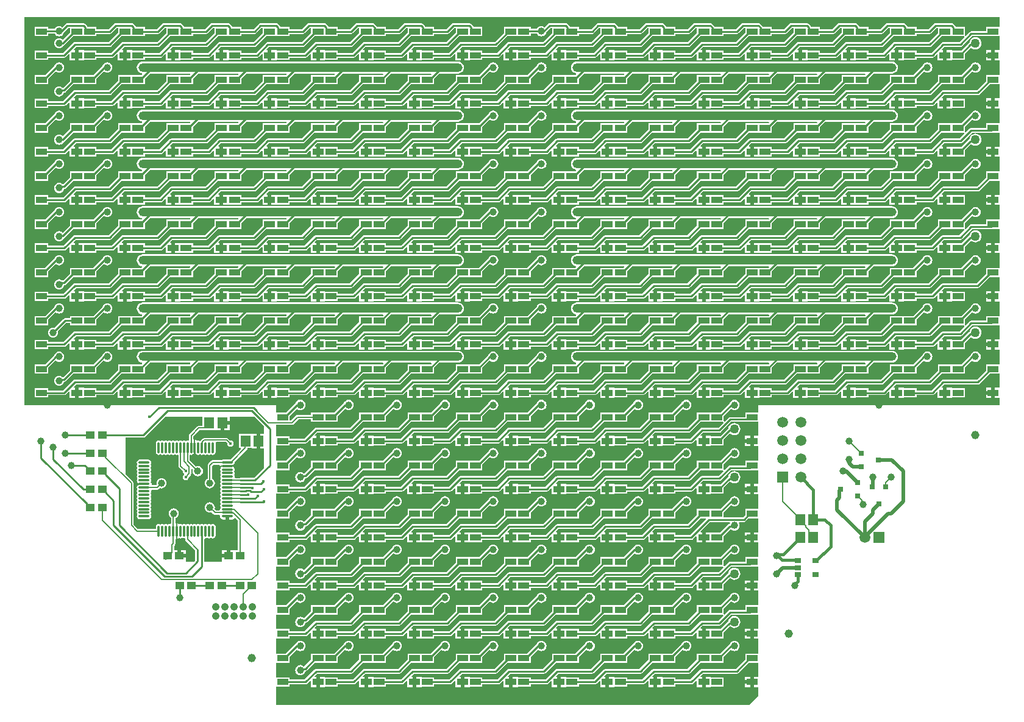
<source format=gtl>
G04*
G04 #@! TF.GenerationSoftware,Altium Limited,Altium Designer,20.1.14 (287)*
G04*
G04 Layer_Physical_Order=1*
G04 Layer_Color=255*
%FSLAX25Y25*%
%MOIN*%
G70*
G04*
G04 #@! TF.SameCoordinates,FB09635C-FFB3-414F-8314-2C795C5734A7*
G04*
G04*
G04 #@! TF.FilePolarity,Positive*
G04*
G01*
G75*
%ADD12C,0.00787*%
%ADD13C,0.01000*%
%ADD14R,0.03543X0.02559*%
%ADD15R,0.05906X0.03543*%
%ADD16R,0.04528X0.03937*%
%ADD17O,0.06299X0.01378*%
%ADD18O,0.01378X0.06299*%
%ADD19R,0.05709X0.06102*%
%ADD20R,0.05118X0.04134*%
%ADD21R,0.03150X0.03150*%
%ADD22R,0.03150X0.03150*%
%ADD42C,0.01968*%
%ADD43C,0.00500*%
%ADD44C,0.00394*%
%ADD45C,0.01500*%
%ADD46C,0.04134*%
%ADD47R,0.05906X0.05906*%
%ADD48C,0.05906*%
%ADD49O,1.77165X0.04921*%
%ADD50C,0.04535*%
%ADD51R,0.05906X0.05906*%
%ADD52C,0.01772*%
%ADD53C,0.03937*%
%ADD54C,0.05000*%
G36*
X534154Y371765D02*
X526858D01*
Y369247D01*
X518632D01*
X518125Y369146D01*
X517695Y368859D01*
X515572Y366735D01*
X515072Y366942D01*
Y371765D01*
X510120D01*
X510091Y371912D01*
X509803Y372342D01*
X508744Y373402D01*
X508314Y373689D01*
X507806Y373790D01*
X499236D01*
X498729Y373689D01*
X498299Y373402D01*
X495415Y370518D01*
X488694D01*
Y371765D01*
X483742D01*
X483713Y371912D01*
X483426Y372342D01*
X482366Y373402D01*
X481936Y373689D01*
X481428Y373790D01*
X472858D01*
X472351Y373689D01*
X471921Y373402D01*
X469037Y370518D01*
X462316D01*
Y371765D01*
X457364D01*
X457335Y371912D01*
X457048Y372342D01*
X455988Y373402D01*
X455558Y373689D01*
X455050Y373790D01*
X446480D01*
X445973Y373689D01*
X445543Y373402D01*
X442659Y370518D01*
X435938D01*
Y371765D01*
X430986D01*
X430957Y371912D01*
X430669Y372342D01*
X429610Y373402D01*
X429180Y373689D01*
X428672Y373790D01*
X420102D01*
X419595Y373689D01*
X419165Y373402D01*
X416281Y370518D01*
X409560D01*
Y371765D01*
X404608D01*
X404579Y371912D01*
X404292Y372342D01*
X403232Y373402D01*
X402802Y373689D01*
X402295Y373790D01*
X393724D01*
X393217Y373689D01*
X392787Y373402D01*
X389903Y370518D01*
X383182D01*
Y371765D01*
X378230D01*
X378201Y371912D01*
X377914Y372342D01*
X376854Y373402D01*
X376424Y373689D01*
X375917Y373790D01*
X367346D01*
X366839Y373689D01*
X366409Y373402D01*
X363525Y370518D01*
X356804D01*
Y371765D01*
X351852D01*
X351823Y371912D01*
X351536Y372342D01*
X350476Y373402D01*
X350046Y373689D01*
X349539Y373790D01*
X340968D01*
X340461Y373689D01*
X340031Y373402D01*
X337147Y370518D01*
X330426D01*
Y371765D01*
X325474D01*
X325445Y371912D01*
X325158Y372342D01*
X324098Y373402D01*
X323668Y373689D01*
X323161Y373790D01*
X314590D01*
X314083Y373689D01*
X313653Y373402D01*
X310770Y370518D01*
X304048D01*
Y371765D01*
X299096D01*
X299067Y371912D01*
X298780Y372342D01*
X297720Y373402D01*
X297290Y373689D01*
X296783Y373790D01*
X288079D01*
X287572Y373689D01*
X287142Y373402D01*
X285237Y371497D01*
X284959Y371710D01*
X284286Y371989D01*
X283563Y372084D01*
X282840Y371989D01*
X282167Y371710D01*
X281589Y371266D01*
X281145Y370688D01*
X281115Y370617D01*
X277670D01*
Y371765D01*
X263078D01*
Y368496D01*
X257969Y363387D01*
X239467D01*
X238960Y363286D01*
X238530Y362998D01*
X233058Y357526D01*
X224914D01*
Y358772D01*
X218028D01*
Y358972D01*
X215075D01*
Y356201D01*
Y353429D01*
X218028D01*
Y353629D01*
X224914D01*
Y354875D01*
X233607D01*
X234114Y354976D01*
X234544Y355264D01*
X236038Y356757D01*
X236500Y356566D01*
Y353429D01*
X239453D01*
Y356201D01*
Y358972D01*
X238906D01*
X238715Y359434D01*
X240016Y360736D01*
X258518D01*
X259025Y360837D01*
X259455Y361124D01*
X264952Y366621D01*
X277670D01*
Y367966D01*
X281115D01*
X281145Y367895D01*
X281589Y367317D01*
X282167Y366873D01*
X282840Y366594D01*
X283563Y366499D01*
X284286Y366594D01*
X284959Y366873D01*
X285538Y367317D01*
X285981Y367895D01*
X286260Y368569D01*
X286291Y368802D01*
X288628Y371139D01*
X289456D01*
Y368496D01*
X284347Y363387D01*
X265845D01*
X265338Y363286D01*
X264908Y362998D01*
X259436Y357526D01*
X251292D01*
Y358772D01*
X244406D01*
Y358972D01*
X241453D01*
Y356201D01*
Y353429D01*
X244406D01*
Y353629D01*
X251292D01*
Y354875D01*
X259985D01*
X260492Y354976D01*
X260922Y355264D01*
X262416Y356757D01*
X262878Y356566D01*
Y353429D01*
X265831D01*
Y356201D01*
Y358972D01*
X265284D01*
X265093Y359434D01*
X266394Y360736D01*
X284896D01*
X285403Y360837D01*
X285833Y361124D01*
X291330Y366621D01*
X304048D01*
Y367867D01*
X311319D01*
X311826Y367968D01*
X312256Y368256D01*
X315139Y371139D01*
X315834D01*
Y368496D01*
X310725Y363387D01*
X292223D01*
X291716Y363286D01*
X291286Y362998D01*
X285814Y357526D01*
X277670D01*
Y358772D01*
X270783D01*
Y358972D01*
X267831D01*
Y356201D01*
Y353429D01*
X270783D01*
Y353629D01*
X277670D01*
Y354875D01*
X286363D01*
X286870Y354976D01*
X287300Y355264D01*
X288794Y356757D01*
X289256Y356566D01*
Y353429D01*
X292209D01*
Y356201D01*
Y358972D01*
X291662D01*
X291471Y359434D01*
X292772Y360736D01*
X311274D01*
X311781Y360837D01*
X312211Y361124D01*
X317708Y366621D01*
X330426D01*
Y367867D01*
X337697D01*
X338204Y367968D01*
X338634Y368256D01*
X341517Y371139D01*
X342212D01*
Y368496D01*
X337103Y363387D01*
X318601D01*
X318094Y363286D01*
X317664Y362998D01*
X312192Y357526D01*
X304048D01*
Y358772D01*
X297161D01*
Y358972D01*
X294209D01*
Y356201D01*
Y353429D01*
X297161D01*
Y353629D01*
X304048D01*
Y354875D01*
X312741D01*
X313248Y354976D01*
X313678Y355264D01*
X315172Y356757D01*
X315634Y356566D01*
Y353429D01*
X318587D01*
Y356201D01*
Y358972D01*
X318040D01*
X317849Y359434D01*
X319150Y360736D01*
X337652D01*
X338159Y360837D01*
X338589Y361124D01*
X344086Y366621D01*
X356804D01*
Y367867D01*
X364074D01*
X364582Y367968D01*
X365012Y368256D01*
X367895Y371139D01*
X368590D01*
Y368496D01*
X363481Y363387D01*
X344979D01*
X344472Y363286D01*
X344042Y362998D01*
X338570Y357526D01*
X330426D01*
Y358772D01*
X323539D01*
Y358972D01*
X320587D01*
Y356201D01*
Y353429D01*
X323539D01*
Y353629D01*
X330426D01*
Y354875D01*
X339119D01*
X339626Y354976D01*
X340056Y355264D01*
X341550Y356757D01*
X342012Y356566D01*
Y353429D01*
X344965D01*
Y356201D01*
Y358972D01*
X344418D01*
X344227Y359434D01*
X345528Y360736D01*
X364030D01*
X364537Y360837D01*
X364967Y361124D01*
X370464Y366621D01*
X383182D01*
Y367867D01*
X390452D01*
X390960Y367968D01*
X391390Y368256D01*
X394273Y371139D01*
X394968D01*
Y368496D01*
X389859Y363387D01*
X371357D01*
X370850Y363286D01*
X370420Y362998D01*
X364948Y357526D01*
X356804D01*
Y358772D01*
X349917D01*
Y358972D01*
X346965D01*
Y356201D01*
Y353429D01*
X349917D01*
Y353629D01*
X356804D01*
Y354875D01*
X365497D01*
X366004Y354976D01*
X366434Y355264D01*
X367928Y356757D01*
X368390Y356566D01*
Y353429D01*
X371342D01*
Y356201D01*
Y358972D01*
X370796D01*
X370605Y359434D01*
X371906Y360736D01*
X390408D01*
X390915Y360837D01*
X391345Y361124D01*
X396842Y366621D01*
X409560D01*
Y367867D01*
X416830D01*
X417338Y367968D01*
X417768Y368256D01*
X420651Y371139D01*
X421346D01*
Y368496D01*
X416236Y363387D01*
X397735D01*
X397228Y363286D01*
X396798Y362998D01*
X391326Y357526D01*
X383182D01*
Y358772D01*
X376295D01*
Y358972D01*
X373342D01*
Y356201D01*
Y353429D01*
X376295D01*
Y353629D01*
X383182D01*
Y354875D01*
X391875D01*
X392382Y354976D01*
X392812Y355264D01*
X394306Y356757D01*
X394768Y356566D01*
Y353429D01*
X397721D01*
Y356201D01*
Y358972D01*
X397174D01*
X396983Y359434D01*
X398284Y360736D01*
X416785D01*
X417293Y360837D01*
X417723Y361124D01*
X423220Y366621D01*
X435938D01*
Y367867D01*
X443208D01*
X443715Y367968D01*
X444145Y368256D01*
X447029Y371139D01*
X447724D01*
Y368496D01*
X442615Y363387D01*
X424113D01*
X423606Y363286D01*
X423176Y362998D01*
X417704Y357526D01*
X409560D01*
Y358772D01*
X402673D01*
Y358972D01*
X399721D01*
Y356201D01*
Y353429D01*
X402673D01*
Y353629D01*
X409560D01*
Y354875D01*
X418253D01*
X418760Y354976D01*
X419190Y355264D01*
X420684Y356757D01*
X421146Y356566D01*
Y353429D01*
X424098D01*
Y356201D01*
Y358972D01*
X423552D01*
X423361Y359434D01*
X424662Y360736D01*
X443164D01*
X443671Y360837D01*
X444101Y361124D01*
X449598Y366621D01*
X462316D01*
Y367867D01*
X469586D01*
X470093Y367968D01*
X470524Y368256D01*
X473407Y371139D01*
X474102D01*
Y368496D01*
X468992Y363387D01*
X450491D01*
X449984Y363286D01*
X449554Y362998D01*
X444082Y357526D01*
X435938D01*
Y358772D01*
X429051D01*
Y358972D01*
X426098D01*
Y356201D01*
Y353429D01*
X429051D01*
Y353629D01*
X435938D01*
Y354875D01*
X444631D01*
X445138Y354976D01*
X445568Y355264D01*
X447062Y356757D01*
X447524Y356566D01*
Y353429D01*
X450476D01*
Y356201D01*
Y358972D01*
X449930D01*
X449739Y359434D01*
X451040Y360736D01*
X469541D01*
X470049Y360837D01*
X470479Y361124D01*
X475976Y366621D01*
X488694D01*
Y367867D01*
X495964D01*
X496472Y367968D01*
X496902Y368256D01*
X499785Y371139D01*
X500480D01*
Y368496D01*
X495370Y363387D01*
X476869D01*
X476362Y363286D01*
X475932Y362998D01*
X470460Y357526D01*
X462316D01*
Y358772D01*
X455429D01*
Y358972D01*
X452476D01*
Y356201D01*
Y353429D01*
X455429D01*
Y353629D01*
X462316D01*
Y354875D01*
X471009D01*
X471516Y354976D01*
X471946Y355264D01*
X473440Y356757D01*
X473902Y356566D01*
Y353429D01*
X476854D01*
Y356201D01*
Y358972D01*
X476308D01*
X476117Y359434D01*
X477418Y360736D01*
X495919D01*
X496427Y360837D01*
X496857Y361124D01*
X502354Y366621D01*
X514751D01*
X514958Y366121D01*
X512223Y363387D01*
X503247D01*
X502739Y363286D01*
X502310Y362998D01*
X496838Y357526D01*
X488694D01*
Y358772D01*
X481807D01*
Y358972D01*
X478854D01*
Y356201D01*
Y353429D01*
X481807D01*
Y353629D01*
X488694D01*
Y354875D01*
X497387D01*
X497894Y354976D01*
X498324Y355264D01*
X499818Y356757D01*
X500280Y356566D01*
Y353429D01*
X503232D01*
Y356201D01*
Y358972D01*
X502686D01*
X502495Y359434D01*
X503796Y360736D01*
X512772D01*
X513279Y360837D01*
X513709Y361124D01*
X519181Y366596D01*
X529339D01*
X529467Y366621D01*
X534154D01*
Y358972D01*
X531610D01*
Y356201D01*
Y353429D01*
X534154D01*
Y345387D01*
X526858D01*
Y342118D01*
X521748Y337009D01*
X503247D01*
X502739Y336908D01*
X502310Y336620D01*
X496838Y331148D01*
X488694D01*
Y332395D01*
X481807D01*
Y332594D01*
X478854D01*
Y329823D01*
Y327051D01*
X481807D01*
Y327251D01*
X488694D01*
Y328497D01*
X497387D01*
X497894Y328598D01*
X498324Y328886D01*
X499818Y330379D01*
X500280Y330188D01*
Y327051D01*
X503232D01*
Y329823D01*
Y332594D01*
X502686D01*
X502495Y333056D01*
X503796Y334358D01*
X522297D01*
X522805Y334458D01*
X523235Y334746D01*
X528732Y340243D01*
X534154D01*
Y332594D01*
X531610D01*
Y329823D01*
Y327051D01*
X534154D01*
Y319009D01*
X526858D01*
Y316491D01*
X518632D01*
X518125Y316390D01*
X517695Y316103D01*
X515572Y313979D01*
X515072Y314186D01*
Y317134D01*
X519048Y321111D01*
X519568Y320712D01*
X520242Y320433D01*
X520965Y320338D01*
X521687Y320433D01*
X522361Y320712D01*
X522939Y321155D01*
X523383Y321734D01*
X523662Y322407D01*
X523757Y323130D01*
X523662Y323853D01*
X523383Y324526D01*
X522939Y325104D01*
X522361Y325548D01*
X521687Y325827D01*
X520965Y325922D01*
X520242Y325827D01*
X519568Y325548D01*
X518990Y325104D01*
X518546Y324526D01*
X518395Y324160D01*
X518256Y324067D01*
X513197Y319009D01*
X500480D01*
Y315740D01*
X495370Y310630D01*
X476869D01*
X476362Y310530D01*
X475932Y310242D01*
X470460Y304770D01*
X462316D01*
Y306016D01*
X455429D01*
Y306217D01*
X452476D01*
Y303445D01*
Y300673D01*
X455429D01*
Y300873D01*
X462316D01*
Y302119D01*
X471009D01*
X471516Y302220D01*
X471946Y302508D01*
X473440Y304001D01*
X473902Y303810D01*
Y300673D01*
X476854D01*
Y303445D01*
Y306217D01*
X476308D01*
X476117Y306679D01*
X477418Y307980D01*
X495919D01*
X496427Y308081D01*
X496857Y308368D01*
X502354Y313865D01*
X514751D01*
X514958Y313365D01*
X512223Y310630D01*
X503247D01*
X502739Y310530D01*
X502310Y310242D01*
X496838Y304770D01*
X488694D01*
Y306016D01*
X481807D01*
Y306217D01*
X478854D01*
Y303445D01*
Y300673D01*
X481807D01*
Y300873D01*
X488694D01*
Y302119D01*
X497387D01*
X497894Y302220D01*
X498324Y302508D01*
X499818Y304001D01*
X500280Y303810D01*
Y300673D01*
X503232D01*
Y303445D01*
Y306217D01*
X502686D01*
X502495Y306679D01*
X503796Y307980D01*
X512772D01*
X513279Y308081D01*
X513709Y308368D01*
X519181Y313840D01*
X529339D01*
X529467Y313865D01*
X534154D01*
Y306217D01*
X531610D01*
Y303445D01*
Y300673D01*
X534154D01*
Y292631D01*
X526858D01*
Y289362D01*
X521748Y284253D01*
X503247D01*
X502739Y284152D01*
X502310Y283864D01*
X496838Y278392D01*
X488694D01*
Y279639D01*
X481807D01*
Y279839D01*
X478854D01*
Y277067D01*
Y274295D01*
X481807D01*
Y274495D01*
X488694D01*
Y275741D01*
X497387D01*
X497894Y275842D01*
X498324Y276130D01*
X499818Y277623D01*
X500280Y277432D01*
Y274295D01*
X503232D01*
Y277067D01*
Y279839D01*
X502686D01*
X502495Y280300D01*
X503796Y281602D01*
X522297D01*
X522805Y281702D01*
X523235Y281990D01*
X528732Y287487D01*
X534154D01*
Y279839D01*
X531610D01*
Y277067D01*
Y274295D01*
X534154D01*
Y266253D01*
X526858D01*
Y263735D01*
X518632D01*
X518125Y263634D01*
X517695Y263347D01*
X515572Y261223D01*
X515072Y261430D01*
Y264378D01*
X519048Y268355D01*
X519568Y267956D01*
X520242Y267677D01*
X520965Y267582D01*
X521687Y267677D01*
X522361Y267956D01*
X522939Y268400D01*
X523383Y268978D01*
X523662Y269651D01*
X523757Y270374D01*
X523662Y271097D01*
X523383Y271770D01*
X522939Y272348D01*
X522361Y272792D01*
X521687Y273071D01*
X520965Y273166D01*
X520242Y273071D01*
X519568Y272792D01*
X518990Y272348D01*
X518546Y271770D01*
X518395Y271404D01*
X518256Y271311D01*
X513197Y266253D01*
X500480D01*
Y262984D01*
X495370Y257874D01*
X476869D01*
X476362Y257774D01*
X475932Y257486D01*
X470460Y252014D01*
X462316D01*
Y253261D01*
X455429D01*
Y253461D01*
X452476D01*
Y250689D01*
Y247917D01*
X455429D01*
Y248117D01*
X462316D01*
Y249363D01*
X471009D01*
X471516Y249464D01*
X471946Y249752D01*
X473440Y251245D01*
X473902Y251054D01*
Y247917D01*
X476854D01*
Y250689D01*
Y253461D01*
X476308D01*
X476117Y253923D01*
X477418Y255224D01*
X495919D01*
X496427Y255325D01*
X496857Y255612D01*
X502354Y261109D01*
X514751D01*
X514958Y260610D01*
X512223Y257874D01*
X503247D01*
X502739Y257774D01*
X502310Y257486D01*
X496838Y252014D01*
X488694D01*
Y253261D01*
X481807D01*
Y253461D01*
X478854D01*
Y250689D01*
Y247917D01*
X481807D01*
Y248117D01*
X488694D01*
Y249363D01*
X497387D01*
X497894Y249464D01*
X498324Y249752D01*
X499818Y251245D01*
X500280Y251054D01*
Y247917D01*
X503232D01*
Y250689D01*
Y253461D01*
X502686D01*
X502495Y253923D01*
X503796Y255224D01*
X512772D01*
X513279Y255325D01*
X513709Y255612D01*
X519181Y261084D01*
X529339D01*
X529467Y261109D01*
X534154D01*
Y253461D01*
X531610D01*
Y250689D01*
Y247917D01*
X534154D01*
Y239875D01*
X526858D01*
Y236606D01*
X521748Y231497D01*
X503247D01*
X502739Y231396D01*
X502310Y231108D01*
X496838Y225637D01*
X488694D01*
Y226883D01*
X481807D01*
Y227083D01*
X478854D01*
Y224311D01*
Y221539D01*
X481807D01*
Y221739D01*
X488694D01*
Y222986D01*
X497387D01*
X497894Y223087D01*
X498324Y223374D01*
X499818Y224868D01*
X500280Y224676D01*
Y221539D01*
X503232D01*
Y224311D01*
Y227083D01*
X502686D01*
X502495Y227545D01*
X503796Y228846D01*
X522297D01*
X522805Y228947D01*
X523235Y229234D01*
X528732Y234732D01*
X534154D01*
Y227083D01*
X531610D01*
Y224311D01*
Y221539D01*
X534154D01*
Y213497D01*
X526858D01*
Y210979D01*
X518632D01*
X518125Y210878D01*
X517695Y210591D01*
X515572Y208468D01*
X515072Y208675D01*
Y211622D01*
X519048Y215599D01*
X519568Y215200D01*
X520242Y214921D01*
X520965Y214826D01*
X521687Y214921D01*
X522361Y215200D01*
X522939Y215644D01*
X523383Y216222D01*
X523662Y216895D01*
X523757Y217618D01*
X523662Y218341D01*
X523383Y219014D01*
X522939Y219593D01*
X522361Y220036D01*
X521687Y220315D01*
X520965Y220410D01*
X520242Y220315D01*
X519568Y220036D01*
X518990Y219593D01*
X518546Y219014D01*
X518395Y218648D01*
X518256Y218555D01*
X513197Y213497D01*
X500480D01*
Y210228D01*
X495370Y205119D01*
X476869D01*
X476362Y205018D01*
X475932Y204731D01*
X470460Y199258D01*
X462316D01*
Y200505D01*
X455429D01*
Y200705D01*
X452476D01*
Y197933D01*
Y195161D01*
X455429D01*
Y195361D01*
X462316D01*
Y196608D01*
X471009D01*
X471516Y196709D01*
X471946Y196996D01*
X473440Y198490D01*
X473902Y198298D01*
Y195161D01*
X476854D01*
Y197933D01*
Y200705D01*
X476308D01*
X476117Y201167D01*
X477418Y202468D01*
X495919D01*
X496427Y202569D01*
X496857Y202856D01*
X502354Y208353D01*
X514751D01*
X514958Y207854D01*
X512223Y205119D01*
X503247D01*
X502739Y205018D01*
X502310Y204731D01*
X496838Y199258D01*
X488694D01*
Y200505D01*
X481807D01*
Y200705D01*
X478854D01*
Y197933D01*
Y195161D01*
X481807D01*
Y195361D01*
X488694D01*
Y196608D01*
X497387D01*
X497894Y196709D01*
X498324Y196996D01*
X499818Y198490D01*
X500280Y198298D01*
Y195161D01*
X503232D01*
Y197933D01*
Y200705D01*
X502686D01*
X502495Y201167D01*
X503796Y202468D01*
X512772D01*
X513279Y202569D01*
X513709Y202856D01*
X519181Y208328D01*
X529339D01*
X529466Y208353D01*
X534154D01*
Y200705D01*
X531610D01*
Y197933D01*
Y195161D01*
X534154D01*
Y187119D01*
X526858D01*
Y183850D01*
X521748Y178741D01*
X503247D01*
X502739Y178640D01*
X502310Y178352D01*
X496838Y172880D01*
X488694D01*
Y174127D01*
X481807D01*
Y174327D01*
X478854D01*
Y171555D01*
Y168783D01*
X481807D01*
Y168983D01*
X488694D01*
Y170230D01*
X497387D01*
X497894Y170331D01*
X498324Y170618D01*
X499818Y172112D01*
X500280Y171920D01*
Y168783D01*
X503232D01*
Y171555D01*
Y174327D01*
X502686D01*
X502495Y174789D01*
X503796Y176090D01*
X522297D01*
X522805Y176191D01*
X523235Y176478D01*
X528732Y181976D01*
X534154D01*
Y174327D01*
X531610D01*
Y171555D01*
Y168783D01*
X534154D01*
Y164862D01*
X402264D01*
Y160741D01*
X394968D01*
Y158223D01*
X386742D01*
X386235Y158122D01*
X385805Y157835D01*
X383682Y155711D01*
X383182Y155919D01*
Y158866D01*
X387158Y162843D01*
X387679Y162444D01*
X388352Y162165D01*
X389075Y162070D01*
X389797Y162165D01*
X390471Y162444D01*
X391049Y162888D01*
X391493Y163466D01*
X391772Y164139D01*
X391867Y164862D01*
X391772Y165585D01*
X391493Y166258D01*
X391049Y166837D01*
X390471Y167280D01*
X389797Y167559D01*
X389075Y167655D01*
X388352Y167559D01*
X387679Y167280D01*
X387100Y166837D01*
X386656Y166258D01*
X386505Y165892D01*
X386366Y165799D01*
X381308Y160741D01*
X368590D01*
Y157472D01*
X363480Y152363D01*
X344979D01*
X344472Y152262D01*
X344042Y151974D01*
X338570Y146503D01*
X330426D01*
Y147749D01*
X323539D01*
Y147949D01*
X320587D01*
Y145177D01*
Y142405D01*
X323539D01*
Y142605D01*
X330426D01*
Y143852D01*
X339119D01*
X339626Y143953D01*
X340056Y144240D01*
X341550Y145734D01*
X342012Y145542D01*
Y142405D01*
X344965D01*
Y145177D01*
Y147949D01*
X344418D01*
X344227Y148411D01*
X345528Y149712D01*
X364030D01*
X364537Y149813D01*
X364967Y150100D01*
X370464Y155598D01*
X382861D01*
X383068Y155098D01*
X380333Y152363D01*
X371357D01*
X370850Y152262D01*
X370420Y151974D01*
X364948Y146503D01*
X356804D01*
Y147749D01*
X349917D01*
Y147949D01*
X346965D01*
Y145177D01*
Y142405D01*
X349917D01*
Y142605D01*
X356804D01*
Y143852D01*
X365497D01*
X366004Y143953D01*
X366434Y144240D01*
X367928Y145734D01*
X368390Y145542D01*
Y142405D01*
X371342D01*
Y145177D01*
Y147949D01*
X370796D01*
X370605Y148411D01*
X371906Y149712D01*
X380882D01*
X381389Y149813D01*
X381819Y150100D01*
X387292Y155572D01*
X397449D01*
X397577Y155598D01*
X402264D01*
Y147949D01*
X399721D01*
Y145177D01*
Y142405D01*
X402264D01*
Y134363D01*
X394968D01*
Y131845D01*
X386742D01*
X386235Y131744D01*
X385805Y131457D01*
X383682Y129333D01*
X383182Y129541D01*
Y132488D01*
X387159Y136465D01*
X387679Y136066D01*
X388352Y135787D01*
X389075Y135692D01*
X389797Y135787D01*
X390471Y136066D01*
X391049Y136510D01*
X391493Y137088D01*
X391772Y137761D01*
X391867Y138484D01*
X391772Y139207D01*
X391493Y139880D01*
X391049Y140459D01*
X390471Y140902D01*
X389797Y141182D01*
X389075Y141277D01*
X388352Y141182D01*
X387679Y140902D01*
X387100Y140459D01*
X386656Y139880D01*
X386505Y139514D01*
X386366Y139421D01*
X381308Y134363D01*
X368590D01*
Y131094D01*
X363481Y125985D01*
X344979D01*
X344472Y125884D01*
X344042Y125597D01*
X338570Y120125D01*
X330426D01*
Y121371D01*
X323539D01*
Y121571D01*
X320587D01*
Y118799D01*
Y116028D01*
X323539D01*
Y116228D01*
X330426D01*
Y117474D01*
X339119D01*
X339626Y117575D01*
X340056Y117862D01*
X341550Y119356D01*
X342012Y119164D01*
Y116028D01*
X344965D01*
Y118799D01*
Y121571D01*
X344418D01*
X344227Y122033D01*
X345528Y123334D01*
X364030D01*
X364537Y123435D01*
X364967Y123722D01*
X370464Y129220D01*
X382861D01*
X383068Y128720D01*
X380333Y125985D01*
X371357D01*
X370850Y125884D01*
X370420Y125597D01*
X364948Y120125D01*
X356804D01*
Y121371D01*
X349917D01*
Y121571D01*
X346965D01*
Y118799D01*
Y116028D01*
X349917D01*
Y116228D01*
X356804D01*
Y117474D01*
X365497D01*
X366004Y117575D01*
X366434Y117862D01*
X367928Y119356D01*
X368390Y119164D01*
Y116028D01*
X371342D01*
Y118799D01*
Y121571D01*
X370796D01*
X370605Y122033D01*
X371906Y123334D01*
X380882D01*
X381389Y123435D01*
X381820Y123722D01*
X387292Y129194D01*
X397449D01*
X397577Y129220D01*
X402264D01*
Y121571D01*
X399721D01*
Y118799D01*
Y116028D01*
X402264D01*
Y107985D01*
X394968D01*
Y104716D01*
X393763Y103511D01*
X383182D01*
Y106111D01*
X387158Y110087D01*
X387679Y109688D01*
X388352Y109409D01*
X389075Y109314D01*
X389797Y109409D01*
X390471Y109688D01*
X391049Y110132D01*
X391493Y110710D01*
X391772Y111384D01*
X391867Y112106D01*
X391772Y112829D01*
X391493Y113503D01*
X391049Y114081D01*
X390471Y114525D01*
X389797Y114804D01*
X389075Y114899D01*
X388352Y114804D01*
X387679Y114525D01*
X387100Y114081D01*
X386656Y113503D01*
X386505Y113136D01*
X386366Y113043D01*
X381307Y107985D01*
X368590D01*
Y104716D01*
X363480Y99607D01*
X344979D01*
X344472Y99506D01*
X344042Y99219D01*
X338570Y93747D01*
X330426D01*
Y94993D01*
X323539D01*
Y95193D01*
X320587D01*
Y92421D01*
Y89650D01*
X323539D01*
Y89850D01*
X330426D01*
Y91096D01*
X339119D01*
X339626Y91197D01*
X340056Y91484D01*
X341550Y92978D01*
X342012Y92787D01*
Y89650D01*
X344965D01*
Y92421D01*
Y95193D01*
X344418D01*
X344227Y95655D01*
X345528Y96956D01*
X364030D01*
X364537Y97057D01*
X364967Y97344D01*
X370464Y102842D01*
X373389D01*
X373581Y102380D01*
X364948Y93747D01*
X356804D01*
Y94993D01*
X349917D01*
Y95193D01*
X346965D01*
Y92421D01*
Y89650D01*
X349917D01*
Y89850D01*
X356804D01*
Y91096D01*
X365497D01*
X366004Y91197D01*
X366434Y91484D01*
X367928Y92978D01*
X368390Y92787D01*
Y89650D01*
X371342D01*
Y92421D01*
Y95193D01*
X370796D01*
X370605Y95655D01*
X375810Y100860D01*
X386511D01*
X386732Y100412D01*
X386656Y100313D01*
X386381Y99648D01*
X386037Y99580D01*
X385607Y99293D01*
X381307Y94993D01*
X376295D01*
Y95193D01*
X373342D01*
Y92421D01*
Y89650D01*
X376295D01*
Y89850D01*
X383182D01*
Y93119D01*
X387012Y96949D01*
X387100Y96943D01*
X387679Y96499D01*
X388352Y96220D01*
X389075Y96125D01*
X389797Y96220D01*
X390471Y96499D01*
X391049Y96943D01*
X391493Y97521D01*
X391772Y98195D01*
X391867Y98917D01*
X391772Y99640D01*
X391493Y100313D01*
X391418Y100412D01*
X391639Y100860D01*
X394312D01*
X394819Y100961D01*
X395249Y101249D01*
X396842Y102842D01*
X402264D01*
Y95193D01*
X399721D01*
Y92421D01*
Y89650D01*
X402264D01*
Y81607D01*
X394968D01*
Y79089D01*
X386742D01*
X386235Y78988D01*
X385805Y78701D01*
X383682Y76578D01*
X383182Y76785D01*
Y79733D01*
X387158Y83709D01*
X387679Y83310D01*
X388352Y83031D01*
X389075Y82936D01*
X389797Y83031D01*
X390471Y83310D01*
X391049Y83754D01*
X391493Y84332D01*
X391772Y85006D01*
X391867Y85728D01*
X391772Y86451D01*
X391493Y87125D01*
X391049Y87703D01*
X390471Y88147D01*
X389797Y88426D01*
X389075Y88521D01*
X388352Y88426D01*
X387679Y88147D01*
X387100Y87703D01*
X386656Y87125D01*
X386505Y86758D01*
X386366Y86665D01*
X381308Y81607D01*
X368590D01*
Y78338D01*
X363480Y73229D01*
X344979D01*
X344472Y73128D01*
X344042Y72841D01*
X338570Y67369D01*
X330426D01*
Y68615D01*
X323539D01*
Y68815D01*
X320587D01*
Y66043D01*
Y63272D01*
X323539D01*
Y63472D01*
X330426D01*
Y64718D01*
X339119D01*
X339626Y64819D01*
X340056Y65106D01*
X341550Y66600D01*
X342012Y66409D01*
Y63272D01*
X344965D01*
Y66043D01*
Y68815D01*
X344418D01*
X344227Y69277D01*
X345528Y70578D01*
X364030D01*
X364537Y70679D01*
X364967Y70966D01*
X370464Y76464D01*
X382861D01*
X383068Y75964D01*
X380333Y73229D01*
X371357D01*
X370850Y73128D01*
X370420Y72841D01*
X364948Y67369D01*
X356804D01*
Y68615D01*
X349917D01*
Y68815D01*
X346965D01*
Y66043D01*
Y63272D01*
X349917D01*
Y63472D01*
X356804D01*
Y64718D01*
X365497D01*
X366004Y64819D01*
X366434Y65106D01*
X367928Y66600D01*
X368390Y66409D01*
Y63272D01*
X371342D01*
Y66043D01*
Y68815D01*
X370796D01*
X370605Y69277D01*
X371906Y70578D01*
X380882D01*
X381389Y70679D01*
X381819Y70966D01*
X387292Y76438D01*
X397449D01*
X397577Y76464D01*
X402264D01*
Y68815D01*
X399721D01*
Y66043D01*
Y63272D01*
X402264D01*
Y55229D01*
X394968D01*
Y52711D01*
X386742D01*
X386235Y52610D01*
X385805Y52323D01*
X383682Y50200D01*
X383182Y50407D01*
Y53355D01*
X387158Y57331D01*
X387679Y56932D01*
X388352Y56653D01*
X389075Y56558D01*
X389797Y56653D01*
X390471Y56932D01*
X391049Y57376D01*
X391493Y57954D01*
X391772Y58628D01*
X391867Y59350D01*
X391772Y60073D01*
X391493Y60747D01*
X391049Y61325D01*
X390471Y61769D01*
X389797Y62048D01*
X389075Y62143D01*
X388352Y62048D01*
X387679Y61769D01*
X387100Y61325D01*
X386656Y60747D01*
X386505Y60380D01*
X386366Y60287D01*
X381308Y55229D01*
X368590D01*
Y51960D01*
X363480Y46851D01*
X344979D01*
X344472Y46750D01*
X344042Y46463D01*
X338570Y40991D01*
X330426D01*
Y42237D01*
X323539D01*
Y42437D01*
X320587D01*
Y39665D01*
Y36894D01*
X323539D01*
Y37094D01*
X330426D01*
Y38340D01*
X339119D01*
X339626Y38441D01*
X340056Y38728D01*
X341550Y40222D01*
X342012Y40031D01*
Y36894D01*
X344965D01*
Y39665D01*
Y42437D01*
X344418D01*
X344227Y42899D01*
X345528Y44200D01*
X364030D01*
X364537Y44301D01*
X364967Y44588D01*
X370464Y50086D01*
X382861D01*
X383068Y49586D01*
X380333Y46851D01*
X371357D01*
X370850Y46750D01*
X370420Y46463D01*
X364948Y40991D01*
X356804D01*
Y42237D01*
X349917D01*
Y42437D01*
X346965D01*
Y39665D01*
Y36894D01*
X349917D01*
Y37094D01*
X356804D01*
Y38340D01*
X365497D01*
X366004Y38441D01*
X366434Y38728D01*
X367928Y40222D01*
X368390Y40031D01*
Y36894D01*
X371342D01*
Y39665D01*
Y42437D01*
X370796D01*
X370605Y42899D01*
X371906Y44200D01*
X380882D01*
X381389Y44301D01*
X381819Y44588D01*
X387292Y50060D01*
X397449D01*
X397577Y50086D01*
X402264D01*
Y42437D01*
X399721D01*
Y39665D01*
Y36894D01*
X402264D01*
Y28851D01*
X394968D01*
Y25582D01*
X389859Y20473D01*
X371357D01*
X370850Y20372D01*
X370420Y20085D01*
X364948Y14613D01*
X356804D01*
Y15859D01*
X349917D01*
Y16059D01*
X346965D01*
Y13287D01*
Y10516D01*
X349917D01*
Y10716D01*
X356804D01*
Y11962D01*
X365497D01*
X366004Y12063D01*
X366434Y12350D01*
X367928Y13844D01*
X368390Y13653D01*
Y10516D01*
X371342D01*
Y13287D01*
Y16059D01*
X370796D01*
X370605Y16521D01*
X371906Y17822D01*
X390407D01*
X390915Y17923D01*
X391345Y18210D01*
X396842Y23708D01*
X402264D01*
Y16059D01*
X399721D01*
Y13287D01*
Y10516D01*
X402264D01*
Y5761D01*
X397305Y803D01*
X138484D01*
Y10716D01*
X145780D01*
Y11962D01*
X154473D01*
X154980Y12063D01*
X155410Y12350D01*
X156904Y13844D01*
X157366Y13653D01*
Y10516D01*
X160319D01*
Y13287D01*
Y16059D01*
X159773D01*
X159581Y16521D01*
X160882Y17822D01*
X179384D01*
X179891Y17923D01*
X180321Y18210D01*
X185819Y23708D01*
X198536D01*
Y26977D01*
X202513Y30953D01*
X203033Y30554D01*
X203706Y30275D01*
X204429Y30180D01*
X205152Y30275D01*
X205825Y30554D01*
X206404Y30998D01*
X206847Y31576D01*
X207126Y32250D01*
X207222Y32972D01*
X207126Y33695D01*
X206847Y34369D01*
X206404Y34947D01*
X205825Y35391D01*
X205152Y35670D01*
X204429Y35765D01*
X203706Y35670D01*
X203033Y35391D01*
X202455Y34947D01*
X202011Y34369D01*
X201859Y34003D01*
X201720Y33910D01*
X196662Y28851D01*
X183944D01*
Y25582D01*
X178835Y20473D01*
X160333D01*
X159826Y20372D01*
X159396Y20085D01*
X153924Y14613D01*
X145780D01*
Y15859D01*
X138484D01*
Y23708D01*
X145780D01*
Y26977D01*
X149757Y30953D01*
X150277Y30554D01*
X150951Y30275D01*
X151673Y30180D01*
X152396Y30275D01*
X153069Y30554D01*
X153648Y30998D01*
X154092Y31576D01*
X154370Y32250D01*
X154466Y32972D01*
X154370Y33695D01*
X154092Y34369D01*
X153648Y34947D01*
X153069Y35391D01*
X152396Y35670D01*
X151673Y35765D01*
X150951Y35670D01*
X150277Y35391D01*
X149699Y34947D01*
X149255Y34369D01*
X149103Y34003D01*
X148964Y33910D01*
X143906Y28851D01*
X138484D01*
Y37094D01*
X145780D01*
Y38340D01*
X154473D01*
X154980Y38441D01*
X155410Y38728D01*
X156904Y40222D01*
X157366Y40031D01*
Y36894D01*
X160319D01*
Y39665D01*
Y42437D01*
X159773D01*
X159581Y42899D01*
X160882Y44200D01*
X179384D01*
X179891Y44301D01*
X180321Y44588D01*
X185819Y50086D01*
X198536D01*
Y53354D01*
X202513Y57331D01*
X203033Y56932D01*
X203706Y56653D01*
X204429Y56558D01*
X205152Y56653D01*
X205825Y56932D01*
X206404Y57376D01*
X206847Y57954D01*
X207126Y58628D01*
X207222Y59350D01*
X207126Y60073D01*
X206847Y60747D01*
X206404Y61325D01*
X205825Y61769D01*
X205152Y62048D01*
X204429Y62143D01*
X203706Y62048D01*
X203033Y61769D01*
X202455Y61325D01*
X202011Y60747D01*
X201859Y60380D01*
X201720Y60287D01*
X196662Y55229D01*
X183944D01*
Y51960D01*
X178835Y46851D01*
X160333D01*
X159826Y46750D01*
X159396Y46463D01*
X153924Y40991D01*
X145780D01*
Y42237D01*
X138484D01*
Y50086D01*
X145780D01*
Y53355D01*
X149757Y57331D01*
X150277Y56932D01*
X150951Y56653D01*
X151673Y56558D01*
X152396Y56653D01*
X153069Y56932D01*
X153648Y57376D01*
X154092Y57954D01*
X154370Y58628D01*
X154466Y59350D01*
X154370Y60073D01*
X154092Y60747D01*
X153648Y61325D01*
X153069Y61769D01*
X152396Y62048D01*
X151673Y62143D01*
X150951Y62048D01*
X150277Y61769D01*
X149699Y61325D01*
X149255Y60747D01*
X149103Y60380D01*
X148964Y60287D01*
X143906Y55229D01*
X138484D01*
Y63472D01*
X145780D01*
Y64718D01*
X154473D01*
X154980Y64819D01*
X155410Y65106D01*
X156904Y66600D01*
X157366Y66408D01*
Y63272D01*
X160319D01*
Y66043D01*
Y68815D01*
X159773D01*
X159581Y69277D01*
X160882Y70578D01*
X179384D01*
X179891Y70679D01*
X180321Y70966D01*
X185819Y76464D01*
X198536D01*
Y79732D01*
X202513Y83709D01*
X203033Y83310D01*
X203706Y83031D01*
X204429Y82936D01*
X205152Y83031D01*
X205825Y83310D01*
X206404Y83754D01*
X206847Y84332D01*
X207126Y85006D01*
X207222Y85728D01*
X207126Y86451D01*
X206847Y87125D01*
X206404Y87703D01*
X205825Y88147D01*
X205152Y88426D01*
X204429Y88521D01*
X203706Y88426D01*
X203033Y88147D01*
X202455Y87703D01*
X202011Y87125D01*
X201859Y86758D01*
X201720Y86665D01*
X196662Y81607D01*
X183944D01*
Y78338D01*
X178835Y73229D01*
X160333D01*
X159826Y73128D01*
X159396Y72841D01*
X153924Y67369D01*
X145780D01*
Y68615D01*
X138484D01*
Y76464D01*
X145780D01*
Y79733D01*
X149757Y83709D01*
X150277Y83310D01*
X150951Y83031D01*
X151673Y82936D01*
X152396Y83031D01*
X153069Y83310D01*
X153648Y83754D01*
X154092Y84332D01*
X154370Y85006D01*
X154466Y85728D01*
X154370Y86451D01*
X154092Y87125D01*
X153648Y87703D01*
X153069Y88147D01*
X152396Y88426D01*
X151673Y88521D01*
X150951Y88426D01*
X150277Y88147D01*
X149699Y87703D01*
X149255Y87125D01*
X149103Y86758D01*
X148964Y86665D01*
X143906Y81607D01*
X138484D01*
Y89850D01*
X145780D01*
Y91096D01*
X154473D01*
X154980Y91197D01*
X155410Y91484D01*
X156904Y92978D01*
X157366Y92787D01*
Y89650D01*
X160319D01*
Y92421D01*
Y95193D01*
X159773D01*
X159581Y95655D01*
X160882Y96956D01*
X179384D01*
X179891Y97057D01*
X180321Y97344D01*
X185819Y102842D01*
X198536D01*
Y106110D01*
X202513Y110087D01*
X203033Y109688D01*
X203706Y109409D01*
X204429Y109314D01*
X205152Y109409D01*
X205825Y109688D01*
X206404Y110132D01*
X206847Y110710D01*
X207126Y111384D01*
X207222Y112106D01*
X207126Y112829D01*
X206847Y113503D01*
X206404Y114081D01*
X205825Y114525D01*
X205152Y114804D01*
X204429Y114899D01*
X203706Y114804D01*
X203033Y114525D01*
X202455Y114081D01*
X202011Y113503D01*
X201859Y113136D01*
X201720Y113043D01*
X196662Y107985D01*
X183944D01*
Y104716D01*
X178835Y99607D01*
X160333D01*
X159826Y99506D01*
X159396Y99219D01*
X153924Y93747D01*
X145780D01*
Y94993D01*
X138484D01*
Y102842D01*
X145780D01*
Y106111D01*
X149757Y110087D01*
X150277Y109688D01*
X150951Y109409D01*
X151673Y109314D01*
X152396Y109409D01*
X153069Y109688D01*
X153648Y110132D01*
X154092Y110710D01*
X154370Y111384D01*
X154466Y112106D01*
X154370Y112829D01*
X154092Y113503D01*
X153648Y114081D01*
X153069Y114525D01*
X152396Y114804D01*
X151673Y114899D01*
X150951Y114804D01*
X150277Y114525D01*
X149699Y114081D01*
X149255Y113503D01*
X149103Y113136D01*
X148964Y113043D01*
X143906Y107985D01*
X138484D01*
Y116228D01*
X145780D01*
Y117474D01*
X154473D01*
X154981Y117575D01*
X155411Y117862D01*
X156904Y119356D01*
X157366Y119164D01*
Y116028D01*
X160319D01*
Y118799D01*
Y121571D01*
X159773D01*
X159581Y122033D01*
X160882Y123334D01*
X179384D01*
X179891Y123435D01*
X180321Y123722D01*
X185819Y129220D01*
X198536D01*
Y132488D01*
X202513Y136465D01*
X203033Y136066D01*
X203706Y135787D01*
X204429Y135692D01*
X205152Y135787D01*
X205825Y136066D01*
X206404Y136510D01*
X206847Y137088D01*
X207126Y137761D01*
X207222Y138484D01*
X207126Y139207D01*
X206847Y139880D01*
X206404Y140459D01*
X205825Y140902D01*
X205152Y141182D01*
X204429Y141277D01*
X203706Y141182D01*
X203033Y140902D01*
X202455Y140459D01*
X202011Y139880D01*
X201859Y139514D01*
X201720Y139421D01*
X196662Y134363D01*
X183944D01*
Y131094D01*
X178835Y125985D01*
X160334D01*
X159826Y125884D01*
X159396Y125597D01*
X153924Y120125D01*
X145780D01*
Y121371D01*
X138484D01*
Y129220D01*
X145780D01*
Y132488D01*
X149757Y136465D01*
X150277Y136066D01*
X150951Y135787D01*
X151673Y135692D01*
X152396Y135787D01*
X153069Y136066D01*
X153648Y136510D01*
X154092Y137088D01*
X154370Y137761D01*
X154466Y138484D01*
X154370Y139207D01*
X154092Y139880D01*
X153648Y140459D01*
X153069Y140902D01*
X152396Y141182D01*
X151673Y141277D01*
X150951Y141182D01*
X150277Y140902D01*
X149699Y140459D01*
X149255Y139880D01*
X149103Y139514D01*
X148965Y139421D01*
X143906Y134363D01*
X138484D01*
Y142605D01*
X145780D01*
Y143852D01*
X154473D01*
X154980Y143953D01*
X155410Y144240D01*
X156904Y145734D01*
X157366Y145542D01*
Y142405D01*
X160319D01*
Y145177D01*
Y147949D01*
X159773D01*
X159581Y148411D01*
X160882Y149712D01*
X179384D01*
X179891Y149813D01*
X180321Y150100D01*
X185819Y155598D01*
X198536D01*
Y158866D01*
X202513Y162843D01*
X203033Y162444D01*
X203706Y162165D01*
X204429Y162070D01*
X205152Y162165D01*
X205825Y162444D01*
X206404Y162888D01*
X206847Y163466D01*
X207126Y164139D01*
X207222Y164862D01*
X207126Y165585D01*
X206847Y166258D01*
X206404Y166837D01*
X205825Y167280D01*
X205152Y167559D01*
X204429Y167655D01*
X203706Y167559D01*
X203033Y167280D01*
X202455Y166837D01*
X202011Y166258D01*
X201859Y165892D01*
X201720Y165799D01*
X196662Y160741D01*
X183944D01*
Y157472D01*
X178835Y152363D01*
X160333D01*
X159826Y152262D01*
X159396Y151974D01*
X153924Y146503D01*
X145780D01*
Y147749D01*
X138484D01*
Y153987D01*
X147187D01*
X147653Y154079D01*
X148048Y154343D01*
X150657Y156952D01*
X157566D01*
Y155598D01*
X172158D01*
Y158866D01*
X176135Y162843D01*
X176655Y162444D01*
X177329Y162165D01*
X178051Y162070D01*
X178774Y162165D01*
X179447Y162444D01*
X180026Y162888D01*
X180470Y163466D01*
X180748Y164139D01*
X180844Y164862D01*
X180748Y165585D01*
X180470Y166258D01*
X180026Y166837D01*
X179447Y167280D01*
X178774Y167559D01*
X178051Y167655D01*
X177329Y167559D01*
X176655Y167280D01*
X176077Y166837D01*
X175633Y166258D01*
X175481Y165892D01*
X175342Y165799D01*
X170284Y160741D01*
X157566D01*
Y159386D01*
X150153D01*
X149687Y159294D01*
X149292Y159030D01*
X146683Y156421D01*
X145780D01*
Y158866D01*
X149757Y162843D01*
X150277Y162444D01*
X150951Y162165D01*
X151673Y162070D01*
X152396Y162165D01*
X153069Y162444D01*
X153648Y162888D01*
X154092Y163466D01*
X154370Y164139D01*
X154466Y164862D01*
X154370Y165585D01*
X154092Y166258D01*
X153648Y166837D01*
X153069Y167280D01*
X152396Y167559D01*
X151673Y167655D01*
X150951Y167559D01*
X150277Y167280D01*
X149699Y166837D01*
X149255Y166258D01*
X149103Y165892D01*
X148964Y165799D01*
X143906Y160741D01*
X138484D01*
Y164862D01*
X803D01*
Y377150D01*
X534154D01*
Y371765D01*
D02*
G37*
G36*
X131890Y153096D02*
Y149130D01*
X129937D01*
Y145079D01*
Y141028D01*
X131890D01*
Y130467D01*
X126370Y124948D01*
X118848D01*
X118341Y124847D01*
X118330Y124839D01*
X116165D01*
X115789Y125339D01*
X115839Y125591D01*
X115723Y126172D01*
X115454Y126575D01*
X115723Y126978D01*
X115839Y127559D01*
X115723Y128140D01*
X115454Y128543D01*
X115723Y128947D01*
X115839Y129528D01*
X115723Y130108D01*
X115574Y130332D01*
X115684Y130496D01*
X115465D01*
X115394Y130601D01*
X114902Y130930D01*
X114321Y131046D01*
X111860D01*
Y131946D01*
X114321D01*
X114902Y132062D01*
X115394Y132391D01*
X115465Y132496D01*
X115684D01*
X115574Y132660D01*
X115723Y132884D01*
X115839Y133465D01*
X115767Y133829D01*
X122385Y140447D01*
X122649Y140842D01*
X122725Y141228D01*
X125083D01*
Y141028D01*
X127937D01*
Y145079D01*
Y149130D01*
X125083D01*
Y148930D01*
X117999D01*
Y141228D01*
X119070D01*
X119261Y140766D01*
X113573Y135078D01*
X113510Y134983D01*
X109400D01*
X108819Y134867D01*
X108413Y134596D01*
X103704D01*
X103238Y134503D01*
X102843Y134239D01*
X101354Y132750D01*
X101090Y132355D01*
X100997Y131890D01*
Y124490D01*
X100818Y124416D01*
X100240Y123973D01*
X99796Y123394D01*
X99517Y122721D01*
X99422Y121998D01*
X99517Y121275D01*
X99796Y120602D01*
X100240Y120024D01*
X100818Y119580D01*
X101492Y119301D01*
X102215Y119206D01*
X102937Y119301D01*
X103611Y119580D01*
X104189Y120024D01*
X104633Y120602D01*
X104912Y121275D01*
X105007Y121998D01*
X104912Y122721D01*
X104633Y123394D01*
X104189Y123973D01*
X103611Y124416D01*
X103432Y124490D01*
Y131386D01*
X104208Y132162D01*
X107300D01*
X107711Y131662D01*
X107677Y131496D01*
X107809Y130837D01*
X108146Y130332D01*
X107997Y130108D01*
X107881Y129528D01*
X107997Y128947D01*
X108266Y128543D01*
X107997Y128140D01*
X107881Y127559D01*
X107997Y126978D01*
X108266Y126575D01*
X107997Y126172D01*
X107881Y125591D01*
X107997Y125010D01*
X108266Y124606D01*
X107997Y124203D01*
X107881Y123622D01*
X107997Y123041D01*
X108266Y122638D01*
X107997Y122234D01*
X107881Y121653D01*
X107997Y121073D01*
X108266Y120669D01*
X107997Y120266D01*
X107881Y119685D01*
X107997Y119104D01*
X108266Y118701D01*
X107997Y118298D01*
X107881Y117717D01*
X107997Y117136D01*
X108266Y116732D01*
X107997Y116329D01*
X107881Y115748D01*
X107997Y115167D01*
X108266Y114764D01*
X107997Y114360D01*
X107881Y113779D01*
X107997Y113199D01*
X108266Y112795D01*
X107997Y112392D01*
X107881Y111811D01*
X107997Y111230D01*
X108266Y110827D01*
X107997Y110424D01*
X107881Y109843D01*
X107997Y109262D01*
X108266Y108858D01*
X107997Y108455D01*
X107881Y107874D01*
X107931Y107623D01*
X107555Y107123D01*
X105622D01*
X104838Y107907D01*
X104912Y108086D01*
X105007Y108809D01*
X104912Y109532D01*
X104633Y110205D01*
X104189Y110784D01*
X103611Y111227D01*
X102937Y111506D01*
X102215Y111601D01*
X101492Y111506D01*
X100818Y111227D01*
X100240Y110784D01*
X99796Y110205D01*
X99517Y109532D01*
X99422Y108809D01*
X99517Y108086D01*
X99796Y107413D01*
X100240Y106834D01*
X100818Y106391D01*
X101492Y106112D01*
X102215Y106017D01*
X102937Y106112D01*
X103116Y106186D01*
X104258Y105045D01*
X104652Y104781D01*
X105118Y104688D01*
X107317D01*
X107728Y104188D01*
X107677Y103937D01*
X107809Y103278D01*
X108182Y102719D01*
X108741Y102346D01*
X109400Y102215D01*
X110860D01*
Y103937D01*
X112860D01*
Y102215D01*
X114321D01*
X114980Y102346D01*
X115539Y102719D01*
X115632Y102860D01*
X116276Y102923D01*
X117484Y101716D01*
Y85298D01*
X115961D01*
Y85498D01*
X113402D01*
Y82431D01*
X112402D01*
Y81431D01*
X108843D01*
Y79364D01*
X108438Y79134D01*
X99209D01*
Y91505D01*
X99709Y91916D01*
X99852Y91887D01*
X100433Y92003D01*
X100837Y92272D01*
X101240Y92003D01*
X101821Y91887D01*
X102402Y92003D01*
X102805Y92272D01*
X103208Y92003D01*
X103789Y91887D01*
X104370Y92003D01*
X104863Y92332D01*
X105192Y92825D01*
X105307Y93405D01*
Y98327D01*
X105192Y98908D01*
X104863Y99400D01*
X104370Y99729D01*
X103789Y99845D01*
X103208Y99729D01*
X102805Y99460D01*
X102402Y99729D01*
X101821Y99845D01*
X101240Y99729D01*
X100837Y99460D01*
X100433Y99729D01*
X99852Y99845D01*
X99271Y99729D01*
X98868Y99460D01*
X98465Y99729D01*
X97884Y99845D01*
X97303Y99729D01*
X96900Y99460D01*
X96496Y99729D01*
X95915Y99845D01*
X95334Y99729D01*
X94931Y99460D01*
X94528Y99729D01*
X93947Y99845D01*
X93366Y99729D01*
X92963Y99460D01*
X92559Y99729D01*
X91978Y99845D01*
X91397Y99729D01*
X90994Y99460D01*
X90591Y99729D01*
X90010Y99845D01*
X89429Y99729D01*
X89026Y99460D01*
X88622Y99729D01*
X88041Y99845D01*
X87460Y99729D01*
X87057Y99460D01*
X86654Y99729D01*
X86073Y99845D01*
X85492Y99729D01*
X85269Y99580D01*
X84763Y99918D01*
X84104Y100049D01*
X83939Y100016D01*
X83439Y100426D01*
Y102933D01*
X83827Y103094D01*
X84406Y103537D01*
X84849Y104116D01*
X85128Y104789D01*
X85224Y105512D01*
X85128Y106235D01*
X84849Y106908D01*
X84406Y107486D01*
X83827Y107930D01*
X83154Y108209D01*
X82431Y108304D01*
X81708Y108209D01*
X81035Y107930D01*
X80457Y107486D01*
X80013Y106908D01*
X79734Y106235D01*
X79639Y105512D01*
X79734Y104789D01*
X80013Y104116D01*
X80457Y103537D01*
X81005Y103117D01*
Y100114D01*
X80505Y99778D01*
X80167Y99845D01*
X79586Y99729D01*
X79183Y99460D01*
X78780Y99729D01*
X78199Y99845D01*
X77618Y99729D01*
X77215Y99460D01*
X76811Y99729D01*
X76230Y99845D01*
X75649Y99729D01*
X75246Y99460D01*
X74843Y99729D01*
X74262Y99845D01*
X73681Y99729D01*
X73188Y99400D01*
X72859Y98908D01*
X72744Y98327D01*
Y97083D01*
X62906D01*
X60567Y99422D01*
Y121998D01*
X60475Y122464D01*
X60211Y122859D01*
X56053Y127016D01*
Y147050D01*
X65945D01*
X66452Y147151D01*
X66882Y147439D01*
X77711Y158268D01*
X98216D01*
Y153530D01*
X96260D01*
X95794Y153437D01*
X95399Y153174D01*
X91204Y148978D01*
X90940Y148583D01*
X90847Y148117D01*
Y145783D01*
X90347Y145447D01*
X90010Y145514D01*
X89429Y145399D01*
X89026Y145129D01*
X88622Y145399D01*
X88041Y145514D01*
X87460Y145399D01*
X87057Y145129D01*
X86654Y145399D01*
X86073Y145514D01*
X85492Y145399D01*
X85089Y145129D01*
X84685Y145399D01*
X84104Y145514D01*
X83523Y145399D01*
X83120Y145129D01*
X82717Y145399D01*
X82136Y145514D01*
X81555Y145399D01*
X81152Y145129D01*
X80748Y145399D01*
X80167Y145514D01*
X79586Y145399D01*
X79183Y145129D01*
X78780Y145399D01*
X78199Y145514D01*
X77618Y145399D01*
X77215Y145129D01*
X76811Y145399D01*
X76230Y145514D01*
X75649Y145399D01*
X75246Y145129D01*
X74843Y145399D01*
X74262Y145514D01*
X73681Y145399D01*
X73188Y145070D01*
X72859Y144577D01*
X72744Y143996D01*
Y139075D01*
X72859Y138494D01*
X73188Y138001D01*
X73681Y137672D01*
X74262Y137557D01*
X74843Y137672D01*
X75246Y137942D01*
X75649Y137672D01*
X76230Y137557D01*
X76811Y137672D01*
X77215Y137942D01*
X77618Y137672D01*
X78199Y137557D01*
X78780Y137672D01*
X79183Y137942D01*
X79586Y137672D01*
X80167Y137557D01*
X80748Y137672D01*
X81152Y137942D01*
X81555Y137672D01*
X82136Y137557D01*
X82717Y137672D01*
X83120Y137942D01*
X83523Y137672D01*
X84104Y137557D01*
X84502Y137636D01*
X85002Y137328D01*
Y131545D01*
X85084Y131136D01*
X85316Y130788D01*
X87341Y128763D01*
X87307Y128593D01*
X87438Y127935D01*
X87810Y127377D01*
X88008Y127245D01*
Y126643D01*
X87810Y126511D01*
X87438Y125953D01*
X87307Y125295D01*
X87438Y124637D01*
X87810Y124080D01*
X88368Y123707D01*
X89026Y123576D01*
X89683Y123707D01*
X90241Y124080D01*
X90614Y124637D01*
X90744Y125295D01*
X90711Y125466D01*
X91718Y126474D01*
X91951Y126821D01*
X92032Y127231D01*
X92032Y127231D01*
Y129806D01*
X92494Y129998D01*
X92997Y129494D01*
X92923Y129315D01*
X92828Y128593D01*
X92923Y127870D01*
X93202Y127196D01*
X93646Y126618D01*
X94224Y126174D01*
X94897Y125895D01*
X95620Y125800D01*
X96343Y125895D01*
X97016Y126174D01*
X97595Y126618D01*
X98038Y127196D01*
X98317Y127870D01*
X98413Y128593D01*
X98317Y129315D01*
X98038Y129989D01*
X97595Y130567D01*
X97016Y131011D01*
X96343Y131290D01*
X95620Y131385D01*
X94897Y131290D01*
X94718Y131216D01*
X91227Y134707D01*
Y137231D01*
X91727Y137607D01*
X91978Y137557D01*
X92559Y137672D01*
X92783Y137821D01*
X92947Y137712D01*
Y137931D01*
X93052Y138001D01*
X93381Y138494D01*
X93497Y139075D01*
Y141535D01*
X94397D01*
Y139075D01*
X94513Y138494D01*
X94842Y138001D01*
X94947Y137931D01*
Y137712D01*
X95111Y137821D01*
X95334Y137672D01*
X95915Y137557D01*
X96496Y137672D01*
X96900Y137942D01*
X97303Y137672D01*
X97884Y137557D01*
X98465Y137672D01*
X98868Y137942D01*
X99271Y137672D01*
X99852Y137557D01*
X100433Y137672D01*
X100837Y137942D01*
X101240Y137672D01*
X101821Y137557D01*
X102402Y137672D01*
X102805Y137942D01*
X103208Y137672D01*
X103789Y137557D01*
X104370Y137672D01*
X104863Y138001D01*
X105192Y138494D01*
X105307Y139075D01*
Y143996D01*
X105274Y144165D01*
X105684Y144665D01*
X111006D01*
X111742Y143929D01*
X111708Y143758D01*
X111839Y143101D01*
X112211Y142543D01*
X112769Y142170D01*
X113427Y142039D01*
X114084Y142170D01*
X114642Y142543D01*
X115015Y143101D01*
X115146Y143758D01*
X115015Y144416D01*
X114642Y144974D01*
X114084Y145346D01*
X113427Y145477D01*
X113256Y145443D01*
X112207Y146492D01*
X111860Y146724D01*
X111450Y146806D01*
X99132D01*
X99132Y146806D01*
X98722Y146724D01*
X98375Y146492D01*
X98375Y146492D01*
X97295Y145412D01*
X97281Y145390D01*
X96870Y145149D01*
X96496Y145399D01*
X95915Y145514D01*
X95334Y145399D01*
X95111Y145249D01*
X94606Y145587D01*
X93947Y145718D01*
X93781Y145685D01*
X93281Y146096D01*
Y147613D01*
X96764Y151096D01*
X99410D01*
X99527Y151119D01*
X105299D01*
Y150919D01*
X108153D01*
Y154971D01*
X109153D01*
Y155971D01*
X113008D01*
Y158268D01*
X126718D01*
X131890Y153096D01*
D02*
G37*
G36*
X87460Y92003D02*
X88041Y91887D01*
X88293Y91937D01*
X88793Y91561D01*
Y91339D01*
X88885Y90873D01*
X89149Y90478D01*
X94295Y85333D01*
Y79879D01*
X93549Y79134D01*
X89544D01*
X89140Y79364D01*
Y81431D01*
X85581D01*
Y82431D01*
X84581D01*
Y85498D01*
X82664D01*
Y87770D01*
X82996Y88102D01*
X83260Y88497D01*
X83353Y88963D01*
Y91323D01*
X83853Y91733D01*
X84104Y91684D01*
X84763Y91815D01*
X85269Y92152D01*
X85492Y92003D01*
X86073Y91887D01*
X86654Y92003D01*
X87057Y92272D01*
X87460Y92003D01*
D02*
G37*
%LPC*%
G36*
X244027Y373790D02*
X235456D01*
X234949Y373689D01*
X234519Y373402D01*
X231636Y370518D01*
X224914D01*
Y371765D01*
X219963D01*
X219933Y371912D01*
X219646Y372342D01*
X218586Y373402D01*
X218156Y373689D01*
X217649Y373790D01*
X209078D01*
X208571Y373689D01*
X208141Y373402D01*
X205258Y370518D01*
X198536D01*
Y371765D01*
X193585D01*
X193555Y371912D01*
X193268Y372342D01*
X192208Y373402D01*
X191778Y373689D01*
X191271Y373790D01*
X182701D01*
X182193Y373689D01*
X181763Y373402D01*
X178880Y370518D01*
X172158D01*
Y371765D01*
X167207D01*
X167177Y371912D01*
X166890Y372342D01*
X165830Y373402D01*
X165400Y373689D01*
X164893Y373790D01*
X156323D01*
X155815Y373689D01*
X155385Y373402D01*
X152502Y370518D01*
X145780D01*
Y371765D01*
X140829D01*
X140799Y371912D01*
X140512Y372342D01*
X139452Y373402D01*
X139022Y373689D01*
X138515Y373790D01*
X129945D01*
X129437Y373689D01*
X129007Y373402D01*
X126124Y370518D01*
X119402D01*
Y371765D01*
X114451D01*
X114421Y371912D01*
X114134Y372342D01*
X113074Y373402D01*
X112644Y373689D01*
X112137Y373790D01*
X103567D01*
X103059Y373689D01*
X102629Y373402D01*
X99746Y370518D01*
X93024D01*
Y371765D01*
X88073D01*
X88044Y371912D01*
X87756Y372342D01*
X86696Y373402D01*
X86266Y373689D01*
X85759Y373790D01*
X77189D01*
X76681Y373689D01*
X76251Y373402D01*
X73368Y370518D01*
X66646D01*
Y371765D01*
X61695D01*
X61666Y371912D01*
X61378Y372342D01*
X60318Y373402D01*
X59888Y373689D01*
X59381Y373790D01*
X50811D01*
X50304Y373689D01*
X49874Y373402D01*
X46990Y370518D01*
X40268D01*
Y371765D01*
X35317D01*
X35288Y371912D01*
X35000Y372342D01*
X33941Y373402D01*
X33511Y373689D01*
X33003Y373790D01*
X24299D01*
X23792Y373689D01*
X23362Y373402D01*
X21457Y371497D01*
X21180Y371710D01*
X20506Y371989D01*
X19783Y372084D01*
X19061Y371989D01*
X18387Y371710D01*
X17809Y371266D01*
X17365Y370688D01*
X17336Y370617D01*
X13891D01*
Y371765D01*
X6385D01*
Y366621D01*
X13891D01*
Y367966D01*
X17336D01*
X17365Y367895D01*
X17809Y367317D01*
X18387Y366873D01*
X19061Y366594D01*
X19783Y366499D01*
X20506Y366594D01*
X21180Y366873D01*
X21758Y367317D01*
X22202Y367895D01*
X22481Y368569D01*
X22511Y368802D01*
X24848Y371139D01*
X25676D01*
Y368496D01*
X21846Y364666D01*
X21758Y364671D01*
X21180Y365115D01*
X20506Y365394D01*
X19783Y365489D01*
X19061Y365394D01*
X18387Y365115D01*
X17809Y364671D01*
X17365Y364093D01*
X17086Y363420D01*
X16991Y362697D01*
X17086Y361974D01*
X17365Y361301D01*
X17809Y360722D01*
X18387Y360279D01*
X19061Y360000D01*
X19783Y359905D01*
X20506Y360000D01*
X21180Y360279D01*
X21758Y360722D01*
X22202Y361301D01*
X22278Y361485D01*
X22689Y361760D01*
X27551Y366621D01*
X40268D01*
Y367867D01*
X47539D01*
X48046Y367968D01*
X48476Y368256D01*
X51360Y371139D01*
X52054D01*
Y368496D01*
X46945Y363387D01*
X28444D01*
X27936Y363286D01*
X27506Y362998D01*
X22034Y357526D01*
X13891D01*
Y358772D01*
X6385D01*
Y353629D01*
X13891D01*
Y354875D01*
X22583D01*
X23091Y354976D01*
X23521Y355264D01*
X25014Y356757D01*
X25476Y356566D01*
Y353429D01*
X28429D01*
Y356201D01*
Y358972D01*
X27883D01*
X27691Y359434D01*
X28993Y360736D01*
X47494D01*
X48001Y360837D01*
X48432Y361124D01*
X53929Y366621D01*
X66646D01*
Y367867D01*
X73917D01*
X74424Y367968D01*
X74854Y368256D01*
X77738Y371139D01*
X78432D01*
Y368496D01*
X73323Y363387D01*
X54822D01*
X54314Y363286D01*
X53884Y362998D01*
X48412Y357526D01*
X40268D01*
Y358772D01*
X33382D01*
Y358972D01*
X30429D01*
Y356201D01*
Y353429D01*
X33382D01*
Y353629D01*
X40268D01*
Y354875D01*
X48961D01*
X49469Y354976D01*
X49899Y355264D01*
X51392Y356757D01*
X51854Y356566D01*
Y353429D01*
X54807D01*
Y356201D01*
Y358972D01*
X54261D01*
X54069Y359434D01*
X55371Y360736D01*
X73872D01*
X74379Y360837D01*
X74809Y361124D01*
X80307Y366621D01*
X93024D01*
Y367867D01*
X100295D01*
X100802Y367968D01*
X101232Y368256D01*
X104116Y371139D01*
X104810D01*
Y368496D01*
X99701Y363387D01*
X81199D01*
X80692Y363286D01*
X80262Y362998D01*
X74790Y357526D01*
X66646D01*
Y358772D01*
X59760D01*
Y358972D01*
X56807D01*
Y356201D01*
Y353429D01*
X59760D01*
Y353629D01*
X66646D01*
Y354875D01*
X75339D01*
X75846Y354976D01*
X76276Y355264D01*
X77770Y356757D01*
X78232Y356566D01*
Y353429D01*
X81185D01*
Y356201D01*
Y358972D01*
X80638D01*
X80447Y359434D01*
X81748Y360736D01*
X100250D01*
X100757Y360837D01*
X101187Y361124D01*
X106685Y366621D01*
X119402D01*
Y367867D01*
X126673D01*
X127180Y367968D01*
X127610Y368256D01*
X130494Y371139D01*
X131188D01*
Y368496D01*
X126079Y363387D01*
X107577D01*
X107070Y363286D01*
X106640Y362998D01*
X101168Y357526D01*
X93024D01*
Y358772D01*
X86138D01*
Y358972D01*
X83185D01*
Y356201D01*
Y353429D01*
X86138D01*
Y353629D01*
X93024D01*
Y354875D01*
X101717D01*
X102224Y354976D01*
X102654Y355264D01*
X104148Y356757D01*
X104610Y356566D01*
Y353429D01*
X107563D01*
Y356201D01*
Y358972D01*
X107017D01*
X106825Y359434D01*
X108126Y360736D01*
X126628D01*
X127135Y360837D01*
X127565Y361124D01*
X133063Y366621D01*
X145780D01*
Y367867D01*
X153051D01*
X153558Y367968D01*
X153988Y368256D01*
X156872Y371139D01*
X157566D01*
Y368496D01*
X152457Y363387D01*
X133955D01*
X133448Y363286D01*
X133018Y362998D01*
X127546Y357526D01*
X119402D01*
Y358772D01*
X112516D01*
Y358972D01*
X109563D01*
Y356201D01*
Y353429D01*
X112516D01*
Y353629D01*
X119402D01*
Y354875D01*
X128095D01*
X128602Y354976D01*
X129032Y355264D01*
X130526Y356757D01*
X130988Y356566D01*
Y353429D01*
X133941D01*
Y356201D01*
Y358972D01*
X133395D01*
X133203Y359434D01*
X134504Y360736D01*
X153006D01*
X153513Y360837D01*
X153943Y361124D01*
X159441Y366621D01*
X172158D01*
Y367867D01*
X179429D01*
X179936Y367968D01*
X180366Y368256D01*
X183249Y371139D01*
X183944D01*
Y368496D01*
X178835Y363387D01*
X160333D01*
X159826Y363286D01*
X159396Y362998D01*
X153924Y357526D01*
X145780D01*
Y358772D01*
X138894D01*
Y358972D01*
X135941D01*
Y356201D01*
Y353429D01*
X138894D01*
Y353629D01*
X145780D01*
Y354875D01*
X154473D01*
X154980Y354976D01*
X155410Y355264D01*
X156904Y356757D01*
X157366Y356566D01*
Y353429D01*
X160319D01*
Y356201D01*
Y358972D01*
X159773D01*
X159581Y359434D01*
X160882Y360736D01*
X179384D01*
X179891Y360837D01*
X180321Y361124D01*
X185819Y366621D01*
X198536D01*
Y367867D01*
X205807D01*
X206314Y367968D01*
X206744Y368256D01*
X209627Y371139D01*
X210322D01*
Y368496D01*
X205213Y363387D01*
X186711D01*
X186204Y363286D01*
X185774Y362998D01*
X180302Y357526D01*
X172158D01*
Y358772D01*
X165272D01*
Y358972D01*
X162319D01*
Y356201D01*
Y353429D01*
X165272D01*
Y353629D01*
X172158D01*
Y354875D01*
X180851D01*
X181358Y354976D01*
X181788Y355264D01*
X183282Y356757D01*
X183744Y356566D01*
Y353429D01*
X186697D01*
Y356201D01*
Y358972D01*
X186151D01*
X185959Y359434D01*
X187260Y360736D01*
X205762D01*
X206269Y360837D01*
X206699Y361124D01*
X212196Y366621D01*
X224914D01*
Y367867D01*
X232185D01*
X232692Y367968D01*
X233122Y368256D01*
X236005Y371139D01*
X236700D01*
Y368496D01*
X231591Y363387D01*
X213089D01*
X212582Y363286D01*
X212152Y362998D01*
X206680Y357526D01*
X198536D01*
Y358772D01*
X191650D01*
Y358972D01*
X188697D01*
Y356201D01*
Y353429D01*
X191650D01*
Y353629D01*
X198536D01*
Y354875D01*
X207229D01*
X207736Y354976D01*
X208166Y355264D01*
X209660Y356757D01*
X210122Y356566D01*
Y353429D01*
X213075D01*
Y356201D01*
Y358972D01*
X212528D01*
X212337Y359434D01*
X213638Y360736D01*
X232140D01*
X232647Y360837D01*
X233077Y361124D01*
X238575Y366621D01*
X251292D01*
Y371765D01*
X246340D01*
X246311Y371912D01*
X246024Y372342D01*
X244964Y373402D01*
X244534Y373689D01*
X244027Y373790D01*
D02*
G37*
G36*
X520965Y366025D02*
X520103Y365912D01*
X519300Y365579D01*
X518611Y365050D01*
X518082Y364361D01*
X517750Y363558D01*
X517694Y363136D01*
X517293Y362869D01*
X513197Y358772D01*
X508185D01*
Y358972D01*
X505232D01*
Y356201D01*
Y353429D01*
X508185D01*
Y353629D01*
X515072D01*
Y356898D01*
X518523Y360349D01*
X518611Y360343D01*
X519300Y359814D01*
X520103Y359482D01*
X520965Y359368D01*
X521826Y359482D01*
X522629Y359814D01*
X523318Y360343D01*
X523847Y361033D01*
X524180Y361835D01*
X524293Y362697D01*
X524180Y363558D01*
X523847Y364361D01*
X523318Y365050D01*
X522629Y365579D01*
X521826Y365912D01*
X520965Y366025D01*
D02*
G37*
G36*
X529610Y358972D02*
X526657D01*
Y357201D01*
X529610D01*
Y358972D01*
D02*
G37*
G36*
Y355201D02*
X526657D01*
Y353429D01*
X529610D01*
Y355201D01*
D02*
G37*
G36*
X520965Y352300D02*
X520242Y352205D01*
X519568Y351926D01*
X518990Y351482D01*
X518546Y350904D01*
X518395Y350538D01*
X518256Y350445D01*
X513197Y345387D01*
X500480D01*
Y342118D01*
X495370Y337009D01*
X476869D01*
X476362Y336908D01*
X475932Y336620D01*
X470460Y331148D01*
X462316D01*
Y332395D01*
X455429D01*
Y332594D01*
X452476D01*
Y329823D01*
Y327051D01*
X455429D01*
Y327251D01*
X462316D01*
Y328497D01*
X471009D01*
X471516Y328598D01*
X471946Y328886D01*
X473440Y330379D01*
X473902Y330188D01*
Y327051D01*
X476854D01*
Y329823D01*
Y332594D01*
X476308D01*
X476117Y333056D01*
X477418Y334358D01*
X495919D01*
X496427Y334458D01*
X496857Y334746D01*
X502354Y340243D01*
X515072D01*
Y343512D01*
X519048Y347489D01*
X519568Y347090D01*
X520242Y346811D01*
X520965Y346715D01*
X521687Y346811D01*
X522361Y347090D01*
X522939Y347533D01*
X523383Y348112D01*
X523662Y348785D01*
X523757Y349508D01*
X523662Y350231D01*
X523383Y350904D01*
X522939Y351482D01*
X522361Y351926D01*
X521687Y352205D01*
X520965Y352300D01*
D02*
G37*
G36*
X494587D02*
X493864Y352205D01*
X493190Y351926D01*
X492612Y351482D01*
X492168Y350904D01*
X492017Y350538D01*
X491878Y350445D01*
X486819Y345387D01*
X474102D01*
Y342118D01*
X468992Y337009D01*
X450491D01*
X449984Y336908D01*
X449554Y336620D01*
X444082Y331148D01*
X435938D01*
Y332395D01*
X429051D01*
Y332594D01*
X426098D01*
Y329823D01*
Y327051D01*
X429051D01*
Y327251D01*
X435938D01*
Y328497D01*
X444631D01*
X445138Y328598D01*
X445568Y328886D01*
X447062Y330379D01*
X447524Y330188D01*
Y327051D01*
X450476D01*
Y329823D01*
Y332594D01*
X449930D01*
X449739Y333056D01*
X451040Y334358D01*
X469541D01*
X470049Y334458D01*
X470479Y334746D01*
X475976Y340243D01*
X488694D01*
Y343512D01*
X492670Y347489D01*
X493190Y347090D01*
X493864Y346811D01*
X494587Y346715D01*
X495309Y346811D01*
X495983Y347090D01*
X496561Y347533D01*
X497005Y348112D01*
X497284Y348785D01*
X497379Y349508D01*
X497284Y350231D01*
X497005Y350904D01*
X496561Y351482D01*
X495983Y351926D01*
X495309Y352205D01*
X494587Y352300D01*
D02*
G37*
G36*
X283563D02*
X282840Y352205D01*
X282167Y351926D01*
X281589Y351482D01*
X281145Y350904D01*
X280993Y350538D01*
X280854Y350445D01*
X275796Y345387D01*
X263078D01*
Y342118D01*
X257969Y337009D01*
X239467D01*
X238960Y336908D01*
X238530Y336620D01*
X233058Y331148D01*
X224914D01*
Y332395D01*
X218028D01*
Y332594D01*
X215075D01*
Y329823D01*
Y327051D01*
X218028D01*
Y327251D01*
X224914D01*
Y328497D01*
X233607D01*
X234114Y328598D01*
X234544Y328886D01*
X236038Y330379D01*
X236500Y330188D01*
Y327051D01*
X239453D01*
Y329823D01*
Y332594D01*
X238906D01*
X238715Y333056D01*
X240016Y334358D01*
X258518D01*
X259025Y334458D01*
X259455Y334746D01*
X264953Y340243D01*
X277670D01*
Y343512D01*
X281647Y347489D01*
X282167Y347090D01*
X282840Y346811D01*
X283563Y346715D01*
X284286Y346811D01*
X284959Y347090D01*
X285538Y347533D01*
X285981Y348112D01*
X286260Y348785D01*
X286355Y349508D01*
X286260Y350231D01*
X285981Y350904D01*
X285538Y351482D01*
X284959Y351926D01*
X284286Y352205D01*
X283563Y352300D01*
D02*
G37*
G36*
X257185D02*
X256462Y352205D01*
X255789Y351926D01*
X255210Y351482D01*
X254767Y350904D01*
X254615Y350538D01*
X254476Y350445D01*
X249418Y345387D01*
X236700D01*
Y342118D01*
X231591Y337009D01*
X213089D01*
X212582Y336908D01*
X212152Y336620D01*
X206680Y331148D01*
X198536D01*
Y332395D01*
X191650D01*
Y332594D01*
X188697D01*
Y329823D01*
Y327051D01*
X191650D01*
Y327251D01*
X198536D01*
Y328497D01*
X207229D01*
X207736Y328598D01*
X208166Y328886D01*
X209660Y330380D01*
X210122Y330188D01*
Y327051D01*
X213075D01*
Y329823D01*
Y332594D01*
X212528D01*
X212337Y333056D01*
X213638Y334358D01*
X232140D01*
X232647Y334458D01*
X233077Y334746D01*
X238575Y340243D01*
X251292D01*
Y343512D01*
X255269Y347489D01*
X255789Y347090D01*
X256462Y346811D01*
X257185Y346715D01*
X257908Y346811D01*
X258581Y347090D01*
X259160Y347533D01*
X259603Y348112D01*
X259882Y348785D01*
X259977Y349508D01*
X259882Y350231D01*
X259603Y350904D01*
X259160Y351482D01*
X258581Y351926D01*
X257908Y352205D01*
X257185Y352300D01*
D02*
G37*
G36*
X46161D02*
X45439Y352205D01*
X44765Y351926D01*
X44187Y351482D01*
X43743Y350904D01*
X43591Y350538D01*
X43453Y350445D01*
X38394Y345387D01*
X25676D01*
Y342118D01*
X21968Y338410D01*
X21606D01*
X21180Y338737D01*
X20506Y339016D01*
X19783Y339111D01*
X19061Y339016D01*
X18387Y338737D01*
X17809Y338293D01*
X17365Y337715D01*
X17086Y337042D01*
X16991Y336319D01*
X17086Y335596D01*
X17365Y334923D01*
X17809Y334344D01*
X18387Y333901D01*
X19061Y333622D01*
X19783Y333526D01*
X20506Y333622D01*
X21180Y333901D01*
X21758Y334344D01*
X22202Y334923D01*
X22481Y335596D01*
X22502Y335759D01*
X22517D01*
X23025Y335860D01*
X23455Y336147D01*
X27551Y340243D01*
X40268D01*
Y343512D01*
X44245Y347489D01*
X44765Y347090D01*
X45439Y346811D01*
X46161Y346715D01*
X46884Y346811D01*
X47558Y347090D01*
X48136Y347533D01*
X48580Y348112D01*
X48859Y348785D01*
X48954Y349508D01*
X48859Y350231D01*
X48580Y350904D01*
X48136Y351482D01*
X47558Y351926D01*
X46884Y352205D01*
X46161Y352300D01*
D02*
G37*
G36*
X19783D02*
X19061Y352205D01*
X18387Y351926D01*
X17809Y351482D01*
X17365Y350904D01*
X17213Y350538D01*
X17075Y350445D01*
X12016Y345387D01*
X6385D01*
Y340243D01*
X13891D01*
Y343512D01*
X17867Y347489D01*
X18387Y347090D01*
X19061Y346811D01*
X19783Y346715D01*
X20506Y346811D01*
X21180Y347090D01*
X21758Y347533D01*
X22202Y348112D01*
X22481Y348785D01*
X22576Y349508D01*
X22481Y350231D01*
X22202Y350904D01*
X21758Y351482D01*
X21180Y351926D01*
X20506Y352205D01*
X19783Y352300D01*
D02*
G37*
G36*
X475197Y352797D02*
X302953D01*
X302102Y352685D01*
X301308Y352356D01*
X300627Y351833D01*
X300105Y351152D01*
X299776Y350359D01*
X299664Y349508D01*
X299776Y348657D01*
X300105Y347864D01*
X300627Y347182D01*
X301308Y346660D01*
X302102Y346331D01*
X302375Y346295D01*
X302554Y345767D01*
X302174Y345387D01*
X289456D01*
Y342118D01*
X284347Y337009D01*
X265845D01*
X265338Y336908D01*
X264908Y336620D01*
X259436Y331148D01*
X251292D01*
Y332395D01*
X244406D01*
Y332594D01*
X241453D01*
Y329823D01*
Y327051D01*
X244406D01*
Y327251D01*
X251292D01*
Y328497D01*
X259985D01*
X260492Y328598D01*
X260922Y328886D01*
X262416Y330379D01*
X262878Y330188D01*
Y327051D01*
X265831D01*
Y329823D01*
Y332594D01*
X265284D01*
X265093Y333056D01*
X266394Y334358D01*
X284896D01*
X285403Y334458D01*
X285833Y334746D01*
X291330Y340243D01*
X304048D01*
Y343512D01*
X306755Y346219D01*
X328731D01*
X328922Y345757D01*
X328552Y345387D01*
X315834D01*
Y342118D01*
X310725Y337009D01*
X292223D01*
X291716Y336908D01*
X291286Y336620D01*
X285814Y331148D01*
X277670D01*
Y332395D01*
X270783D01*
Y332594D01*
X267831D01*
Y329823D01*
Y327051D01*
X270783D01*
Y327251D01*
X277670D01*
Y328497D01*
X286363D01*
X286870Y328598D01*
X287300Y328886D01*
X288794Y330379D01*
X289256Y330188D01*
Y327051D01*
X292209D01*
Y329823D01*
Y332594D01*
X291662D01*
X291471Y333056D01*
X292772Y334358D01*
X311274D01*
X311781Y334458D01*
X312211Y334746D01*
X317709Y340243D01*
X330426D01*
Y343512D01*
X333133Y346219D01*
X355109D01*
X355300Y345757D01*
X354929Y345387D01*
X342212D01*
Y342118D01*
X337103Y337009D01*
X318601D01*
X318094Y336908D01*
X317664Y336620D01*
X312192Y331148D01*
X304048D01*
Y332395D01*
X297161D01*
Y332594D01*
X294209D01*
Y329823D01*
Y327051D01*
X297161D01*
Y327251D01*
X304048D01*
Y328497D01*
X312741D01*
X313248Y328598D01*
X313678Y328886D01*
X315172Y330379D01*
X315634Y330188D01*
Y327051D01*
X318587D01*
Y329823D01*
Y332594D01*
X318040D01*
X317849Y333056D01*
X319150Y334358D01*
X337652D01*
X338159Y334458D01*
X338589Y334746D01*
X344086Y340243D01*
X356804D01*
Y343512D01*
X359511Y346219D01*
X381487D01*
X381678Y345757D01*
X381308Y345387D01*
X368590D01*
Y342118D01*
X363481Y337009D01*
X344979D01*
X344472Y336908D01*
X344042Y336620D01*
X338570Y331148D01*
X330426D01*
Y332395D01*
X323539D01*
Y332594D01*
X320587D01*
Y329823D01*
Y327051D01*
X323539D01*
Y327251D01*
X330426D01*
Y328497D01*
X339119D01*
X339626Y328598D01*
X340056Y328886D01*
X341550Y330379D01*
X342012Y330188D01*
Y327051D01*
X344965D01*
Y329823D01*
Y332594D01*
X344418D01*
X344227Y333056D01*
X345528Y334358D01*
X364030D01*
X364537Y334458D01*
X364967Y334746D01*
X370464Y340243D01*
X383182D01*
Y343512D01*
X385889Y346219D01*
X407865D01*
X408056Y345757D01*
X407686Y345387D01*
X394968D01*
Y342118D01*
X389859Y337009D01*
X371357D01*
X370850Y336908D01*
X370420Y336620D01*
X364948Y331148D01*
X356804D01*
Y332395D01*
X349917D01*
Y332594D01*
X346965D01*
Y329823D01*
Y327051D01*
X349917D01*
Y327251D01*
X356804D01*
Y328497D01*
X365497D01*
X366004Y328598D01*
X366434Y328886D01*
X367928Y330379D01*
X368390Y330188D01*
Y327051D01*
X371342D01*
Y329823D01*
Y332594D01*
X370796D01*
X370605Y333056D01*
X371906Y334358D01*
X390408D01*
X390915Y334458D01*
X391345Y334746D01*
X396842Y340243D01*
X409560D01*
Y343512D01*
X412267Y346219D01*
X434243D01*
X434434Y345757D01*
X434063Y345387D01*
X421346D01*
Y342118D01*
X416236Y337009D01*
X397735D01*
X397228Y336908D01*
X396798Y336620D01*
X391326Y331148D01*
X383182D01*
Y332395D01*
X376295D01*
Y332594D01*
X373342D01*
Y329823D01*
Y327051D01*
X376295D01*
Y327251D01*
X383182D01*
Y328497D01*
X391875D01*
X392382Y328598D01*
X392812Y328886D01*
X394306Y330379D01*
X394768Y330188D01*
Y327051D01*
X397721D01*
Y329823D01*
Y332594D01*
X397174D01*
X396983Y333056D01*
X398284Y334358D01*
X416785D01*
X417293Y334458D01*
X417723Y334746D01*
X423220Y340243D01*
X435938D01*
Y343512D01*
X438645Y346219D01*
X460621D01*
X460812Y345757D01*
X460441Y345387D01*
X447724D01*
Y342118D01*
X442615Y337009D01*
X424113D01*
X423606Y336908D01*
X423176Y336620D01*
X417704Y331148D01*
X409560D01*
Y332395D01*
X402673D01*
Y332594D01*
X399721D01*
Y329823D01*
Y327051D01*
X402673D01*
Y327251D01*
X409560D01*
Y328497D01*
X418253D01*
X418760Y328598D01*
X419190Y328886D01*
X420684Y330379D01*
X421146Y330188D01*
Y327051D01*
X424098D01*
Y329823D01*
Y332594D01*
X423552D01*
X423361Y333056D01*
X424662Y334358D01*
X443164D01*
X443671Y334458D01*
X444101Y334746D01*
X449598Y340243D01*
X462316D01*
Y343512D01*
X465023Y346219D01*
X475197D01*
X476048Y346331D01*
X476841Y346660D01*
X477522Y347182D01*
X478045Y347864D01*
X478373Y348657D01*
X478486Y349508D01*
X478373Y350359D01*
X478045Y351152D01*
X477522Y351833D01*
X476841Y352356D01*
X476048Y352685D01*
X475197Y352797D01*
D02*
G37*
G36*
X237795D02*
X65551D01*
X64700Y352685D01*
X63907Y352356D01*
X63226Y351833D01*
X62703Y351152D01*
X62375Y350359D01*
X62262Y349508D01*
X62375Y348657D01*
X62703Y347864D01*
X63226Y347182D01*
X63907Y346660D01*
X64700Y346331D01*
X64973Y346295D01*
X65153Y345767D01*
X64772Y345387D01*
X52054D01*
Y342118D01*
X46945Y337009D01*
X28444D01*
X27936Y336908D01*
X27506Y336620D01*
X22034Y331148D01*
X13891D01*
Y332395D01*
X6385D01*
Y327251D01*
X13891D01*
Y328497D01*
X22583D01*
X23091Y328598D01*
X23521Y328886D01*
X25014Y330379D01*
X25476Y330188D01*
Y327051D01*
X28429D01*
Y329823D01*
Y332594D01*
X27883D01*
X27692Y333056D01*
X28993Y334358D01*
X47494D01*
X48002Y334458D01*
X48432Y334746D01*
X53929Y340243D01*
X66646D01*
Y343512D01*
X69354Y346219D01*
X91329D01*
X91521Y345757D01*
X91150Y345387D01*
X78432D01*
Y342118D01*
X73323Y337009D01*
X54822D01*
X54314Y336908D01*
X53884Y336620D01*
X48412Y331148D01*
X40268D01*
Y332395D01*
X33382D01*
Y332594D01*
X30429D01*
Y329823D01*
Y327051D01*
X33382D01*
Y327251D01*
X40268D01*
Y328497D01*
X48961D01*
X49469Y328598D01*
X49899Y328886D01*
X51392Y330379D01*
X51854Y330188D01*
Y327051D01*
X54807D01*
Y329823D01*
Y332594D01*
X54261D01*
X54070Y333056D01*
X55371Y334358D01*
X73872D01*
X74379Y334458D01*
X74809Y334746D01*
X80307Y340243D01*
X93024D01*
Y343512D01*
X95731Y346219D01*
X117707D01*
X117898Y345757D01*
X117528Y345387D01*
X104810D01*
Y342118D01*
X99701Y337009D01*
X81199D01*
X80692Y336908D01*
X80262Y336620D01*
X74790Y331148D01*
X66646D01*
Y332395D01*
X59760D01*
Y332594D01*
X56807D01*
Y329823D01*
Y327051D01*
X59760D01*
Y327251D01*
X66646D01*
Y328497D01*
X75339D01*
X75846Y328598D01*
X76276Y328886D01*
X77770Y330380D01*
X78232Y330188D01*
Y327051D01*
X81185D01*
Y329823D01*
Y332594D01*
X80639D01*
X80447Y333056D01*
X81748Y334358D01*
X100250D01*
X100757Y334458D01*
X101187Y334746D01*
X106685Y340243D01*
X119402D01*
Y343512D01*
X122109Y346219D01*
X144085D01*
X144276Y345757D01*
X143906Y345387D01*
X131188D01*
Y342118D01*
X126079Y337009D01*
X107577D01*
X107070Y336908D01*
X106640Y336620D01*
X101168Y331148D01*
X93024D01*
Y332395D01*
X86138D01*
Y332594D01*
X83185D01*
Y329823D01*
Y327051D01*
X86138D01*
Y327251D01*
X93024D01*
Y328497D01*
X101717D01*
X102225Y328598D01*
X102655Y328886D01*
X104148Y330379D01*
X104610Y330188D01*
Y327051D01*
X107563D01*
Y329823D01*
Y332594D01*
X107017D01*
X106825Y333056D01*
X108126Y334358D01*
X126628D01*
X127135Y334458D01*
X127565Y334746D01*
X133063Y340243D01*
X145780D01*
Y343512D01*
X148487Y346219D01*
X170463D01*
X170654Y345757D01*
X170284Y345387D01*
X157566D01*
Y342118D01*
X152457Y337009D01*
X133955D01*
X133448Y336908D01*
X133018Y336620D01*
X127546Y331148D01*
X119402D01*
Y332395D01*
X112516D01*
Y332594D01*
X109563D01*
Y329823D01*
Y327051D01*
X112516D01*
Y327251D01*
X119402D01*
Y328497D01*
X128095D01*
X128603Y328598D01*
X129033Y328886D01*
X130526Y330379D01*
X130988Y330188D01*
Y327051D01*
X133941D01*
Y329823D01*
Y332594D01*
X133395D01*
X133203Y333056D01*
X134504Y334358D01*
X153006D01*
X153513Y334458D01*
X153943Y334746D01*
X159441Y340243D01*
X172158D01*
Y343512D01*
X174865Y346219D01*
X196841D01*
X197032Y345757D01*
X196662Y345387D01*
X183944D01*
Y342118D01*
X178835Y337009D01*
X160333D01*
X159826Y336908D01*
X159396Y336620D01*
X153924Y331148D01*
X145780D01*
Y332395D01*
X138894D01*
Y332594D01*
X135941D01*
Y329823D01*
Y327051D01*
X138894D01*
Y327251D01*
X145780D01*
Y328497D01*
X154473D01*
X154981Y328598D01*
X155411Y328886D01*
X156904Y330379D01*
X157366Y330188D01*
Y327051D01*
X160319D01*
Y329823D01*
Y332594D01*
X159773D01*
X159581Y333056D01*
X160882Y334358D01*
X179384D01*
X179891Y334458D01*
X180321Y334746D01*
X185819Y340243D01*
X198536D01*
Y343512D01*
X201243Y346219D01*
X223219D01*
X223410Y345757D01*
X223040Y345387D01*
X210322D01*
Y342118D01*
X205213Y337009D01*
X186711D01*
X186204Y336908D01*
X185774Y336620D01*
X180302Y331148D01*
X172158D01*
Y332395D01*
X165272D01*
Y332594D01*
X162319D01*
Y329823D01*
Y327051D01*
X165272D01*
Y327251D01*
X172158D01*
Y328497D01*
X180851D01*
X181359Y328598D01*
X181789Y328886D01*
X183282Y330379D01*
X183744Y330188D01*
Y327051D01*
X186697D01*
Y329823D01*
Y332594D01*
X186151D01*
X185959Y333056D01*
X187260Y334358D01*
X205762D01*
X206269Y334458D01*
X206699Y334746D01*
X212197Y340243D01*
X224914D01*
Y343512D01*
X227621Y346219D01*
X237795D01*
X238647Y346331D01*
X239440Y346660D01*
X240121Y347182D01*
X240643Y347864D01*
X240972Y348657D01*
X241084Y349508D01*
X240972Y350359D01*
X240643Y351152D01*
X240121Y351833D01*
X239440Y352356D01*
X238647Y352685D01*
X237795Y352797D01*
D02*
G37*
G36*
X529610Y332594D02*
X526657D01*
Y330823D01*
X529610D01*
Y332594D01*
D02*
G37*
G36*
Y328823D02*
X526657D01*
Y327051D01*
X529610D01*
Y328823D01*
D02*
G37*
G36*
X508185Y332594D02*
X505232D01*
Y329823D01*
Y327051D01*
X508185D01*
Y327251D01*
X515072D01*
Y332395D01*
X508185D01*
Y332594D01*
D02*
G37*
G36*
X494587Y325922D02*
X493864Y325827D01*
X493190Y325548D01*
X492612Y325104D01*
X492168Y324526D01*
X492017Y324160D01*
X491878Y324067D01*
X486819Y319009D01*
X474102D01*
Y315740D01*
X468992Y310630D01*
X450491D01*
X449984Y310530D01*
X449554Y310242D01*
X444082Y304770D01*
X435938D01*
Y306016D01*
X429051D01*
Y306217D01*
X426098D01*
Y303445D01*
Y300673D01*
X429051D01*
Y300873D01*
X435938D01*
Y302119D01*
X444631D01*
X445138Y302220D01*
X445568Y302508D01*
X447062Y304001D01*
X447524Y303810D01*
Y300673D01*
X450476D01*
Y303445D01*
Y306217D01*
X449930D01*
X449739Y306679D01*
X451040Y307980D01*
X469541D01*
X470049Y308081D01*
X470479Y308368D01*
X475976Y313865D01*
X488694D01*
Y317134D01*
X492670Y321111D01*
X493190Y320712D01*
X493864Y320433D01*
X494587Y320338D01*
X495309Y320433D01*
X495983Y320712D01*
X496561Y321155D01*
X497005Y321734D01*
X497284Y322407D01*
X497379Y323130D01*
X497284Y323853D01*
X497005Y324526D01*
X496561Y325104D01*
X495983Y325548D01*
X495309Y325827D01*
X494587Y325922D01*
D02*
G37*
G36*
X283563D02*
X282840Y325827D01*
X282167Y325548D01*
X281589Y325104D01*
X281145Y324526D01*
X280993Y324160D01*
X280854Y324067D01*
X275796Y319009D01*
X263078D01*
Y315740D01*
X257969Y310630D01*
X239467D01*
X238960Y310530D01*
X238530Y310242D01*
X233058Y304770D01*
X224914D01*
Y306016D01*
X218028D01*
Y306217D01*
X215075D01*
Y303445D01*
Y300673D01*
X218028D01*
Y300873D01*
X224914D01*
Y302119D01*
X233607D01*
X234114Y302220D01*
X234544Y302508D01*
X236038Y304001D01*
X236500Y303810D01*
Y300673D01*
X239453D01*
Y303445D01*
Y306217D01*
X238907D01*
X238715Y306679D01*
X240016Y307980D01*
X258518D01*
X259025Y308081D01*
X259455Y308368D01*
X264953Y313865D01*
X277670D01*
Y317134D01*
X281647Y321111D01*
X282167Y320712D01*
X282840Y320433D01*
X283563Y320338D01*
X284286Y320433D01*
X284959Y320712D01*
X285538Y321155D01*
X285981Y321734D01*
X286260Y322407D01*
X286355Y323130D01*
X286260Y323853D01*
X285981Y324526D01*
X285538Y325104D01*
X284959Y325548D01*
X284286Y325827D01*
X283563Y325922D01*
D02*
G37*
G36*
X257185D02*
X256462Y325827D01*
X255789Y325548D01*
X255210Y325104D01*
X254767Y324526D01*
X254615Y324160D01*
X254476Y324067D01*
X249418Y319009D01*
X236700D01*
Y315740D01*
X231591Y310630D01*
X213089D01*
X212582Y310530D01*
X212152Y310242D01*
X206680Y304770D01*
X198536D01*
Y306016D01*
X191650D01*
Y306217D01*
X188697D01*
Y303445D01*
Y300673D01*
X191650D01*
Y300873D01*
X198536D01*
Y302119D01*
X207229D01*
X207736Y302220D01*
X208166Y302508D01*
X209660Y304001D01*
X210122Y303810D01*
Y300673D01*
X213075D01*
Y303445D01*
Y306217D01*
X212528D01*
X212337Y306679D01*
X213638Y307980D01*
X232140D01*
X232647Y308081D01*
X233077Y308368D01*
X238575Y313865D01*
X251292D01*
Y317134D01*
X255269Y321111D01*
X255789Y320712D01*
X256462Y320433D01*
X257185Y320338D01*
X257908Y320433D01*
X258581Y320712D01*
X259160Y321155D01*
X259603Y321734D01*
X259882Y322407D01*
X259977Y323130D01*
X259882Y323853D01*
X259603Y324526D01*
X259160Y325104D01*
X258581Y325548D01*
X257908Y325827D01*
X257185Y325922D01*
D02*
G37*
G36*
X46161D02*
X45439Y325827D01*
X44765Y325548D01*
X44187Y325104D01*
X43743Y324526D01*
X43591Y324160D01*
X43453Y324067D01*
X38394Y319009D01*
X25676D01*
Y315740D01*
X21846Y311910D01*
X21758Y311915D01*
X21180Y312359D01*
X20506Y312638D01*
X19783Y312733D01*
X19061Y312638D01*
X18387Y312359D01*
X17809Y311915D01*
X17365Y311337D01*
X17086Y310664D01*
X16991Y309941D01*
X17086Y309218D01*
X17365Y308545D01*
X17809Y307966D01*
X18387Y307523D01*
X19061Y307244D01*
X19783Y307149D01*
X20506Y307244D01*
X21180Y307523D01*
X21758Y307966D01*
X22202Y308545D01*
X22327Y308848D01*
X22407Y308864D01*
X22837Y309151D01*
X27551Y313865D01*
X40268D01*
Y317134D01*
X44245Y321111D01*
X44765Y320712D01*
X45439Y320433D01*
X46161Y320338D01*
X46884Y320433D01*
X47558Y320712D01*
X48136Y321155D01*
X48580Y321734D01*
X48859Y322407D01*
X48954Y323130D01*
X48859Y323853D01*
X48580Y324526D01*
X48136Y325104D01*
X47558Y325548D01*
X46884Y325827D01*
X46161Y325922D01*
D02*
G37*
G36*
X19783D02*
X19061Y325827D01*
X18387Y325548D01*
X17809Y325104D01*
X17365Y324526D01*
X17213Y324160D01*
X17075Y324067D01*
X12016Y319009D01*
X6385D01*
Y313865D01*
X13891D01*
Y317134D01*
X17867Y321111D01*
X18387Y320712D01*
X19061Y320433D01*
X19783Y320338D01*
X20506Y320433D01*
X21180Y320712D01*
X21758Y321155D01*
X22202Y321734D01*
X22481Y322407D01*
X22576Y323130D01*
X22481Y323853D01*
X22202Y324526D01*
X21758Y325104D01*
X21180Y325548D01*
X20506Y325827D01*
X19783Y325922D01*
D02*
G37*
G36*
X520965Y313269D02*
X520103Y313156D01*
X519300Y312824D01*
X518611Y312295D01*
X518082Y311605D01*
X517750Y310802D01*
X517694Y310380D01*
X517294Y310113D01*
X513197Y306016D01*
X508185D01*
Y306217D01*
X505232D01*
Y303445D01*
Y300673D01*
X508185D01*
Y300873D01*
X515072D01*
Y304142D01*
X518523Y307593D01*
X518611Y307587D01*
X519300Y307058D01*
X520103Y306726D01*
X520965Y306612D01*
X521826Y306726D01*
X522629Y307058D01*
X523318Y307587D01*
X523847Y308277D01*
X524180Y309080D01*
X524293Y309941D01*
X524180Y310802D01*
X523847Y311605D01*
X523318Y312295D01*
X522629Y312824D01*
X521826Y313156D01*
X520965Y313269D01*
D02*
G37*
G36*
X475197Y326419D02*
X302953D01*
X302102Y326307D01*
X301308Y325978D01*
X300627Y325455D01*
X300105Y324774D01*
X299776Y323981D01*
X299664Y323130D01*
X299776Y322279D01*
X300105Y321485D01*
X300627Y320804D01*
X301308Y320282D01*
X302102Y319953D01*
X302375Y319917D01*
X302554Y319389D01*
X302174Y319009D01*
X289456D01*
Y315740D01*
X284347Y310630D01*
X265845D01*
X265338Y310530D01*
X264908Y310242D01*
X259436Y304770D01*
X251292D01*
Y306016D01*
X244406D01*
Y306217D01*
X241453D01*
Y303445D01*
Y300673D01*
X244406D01*
Y300873D01*
X251292D01*
Y302119D01*
X259985D01*
X260492Y302220D01*
X260922Y302508D01*
X262416Y304001D01*
X262878Y303810D01*
Y300673D01*
X265831D01*
Y303445D01*
Y306217D01*
X265284D01*
X265093Y306679D01*
X266394Y307980D01*
X284896D01*
X285403Y308081D01*
X285833Y308368D01*
X291330Y313865D01*
X304048D01*
Y317134D01*
X306755Y319841D01*
X328731D01*
X328922Y319379D01*
X328552Y319009D01*
X315834D01*
Y315740D01*
X310725Y310630D01*
X292223D01*
X291716Y310530D01*
X291286Y310242D01*
X285814Y304770D01*
X277670D01*
Y306016D01*
X270783D01*
Y306217D01*
X267831D01*
Y303445D01*
Y300673D01*
X270783D01*
Y300873D01*
X277670D01*
Y302119D01*
X286363D01*
X286870Y302220D01*
X287300Y302508D01*
X288794Y304001D01*
X289256Y303810D01*
Y300673D01*
X292209D01*
Y303445D01*
Y306217D01*
X291663D01*
X291471Y306679D01*
X292772Y307980D01*
X311274D01*
X311781Y308081D01*
X312211Y308368D01*
X317709Y313865D01*
X330426D01*
Y317134D01*
X333133Y319841D01*
X355109D01*
X355300Y319379D01*
X354929Y319009D01*
X342212D01*
Y315740D01*
X337103Y310630D01*
X318601D01*
X318094Y310530D01*
X317664Y310242D01*
X312192Y304770D01*
X304048D01*
Y306016D01*
X297161D01*
Y306217D01*
X294209D01*
Y303445D01*
Y300673D01*
X297161D01*
Y300873D01*
X304048D01*
Y302119D01*
X312741D01*
X313248Y302220D01*
X313678Y302508D01*
X315172Y304001D01*
X315634Y303810D01*
Y300673D01*
X318587D01*
Y303445D01*
Y306217D01*
X318040D01*
X317849Y306679D01*
X319150Y307980D01*
X337652D01*
X338159Y308081D01*
X338589Y308368D01*
X344086Y313865D01*
X356804D01*
Y317134D01*
X359511Y319841D01*
X381487D01*
X381678Y319379D01*
X381308Y319009D01*
X368590D01*
Y315740D01*
X363481Y310630D01*
X344979D01*
X344472Y310530D01*
X344042Y310242D01*
X338570Y304770D01*
X330426D01*
Y306016D01*
X323539D01*
Y306217D01*
X320587D01*
Y303445D01*
Y300673D01*
X323539D01*
Y300873D01*
X330426D01*
Y302119D01*
X339119D01*
X339626Y302220D01*
X340056Y302508D01*
X341550Y304001D01*
X342012Y303810D01*
Y300673D01*
X344965D01*
Y303445D01*
Y306217D01*
X344418D01*
X344227Y306679D01*
X345528Y307980D01*
X364030D01*
X364537Y308081D01*
X364967Y308368D01*
X370464Y313865D01*
X383182D01*
Y317134D01*
X385889Y319841D01*
X407865D01*
X408056Y319379D01*
X407686Y319009D01*
X394968D01*
Y315740D01*
X389859Y310630D01*
X371357D01*
X370850Y310530D01*
X370420Y310242D01*
X364948Y304770D01*
X356804D01*
Y306016D01*
X349917D01*
Y306217D01*
X346965D01*
Y303445D01*
Y300673D01*
X349917D01*
Y300873D01*
X356804D01*
Y302119D01*
X365497D01*
X366004Y302220D01*
X366434Y302508D01*
X367928Y304001D01*
X368390Y303810D01*
Y300673D01*
X371342D01*
Y303445D01*
Y306217D01*
X370796D01*
X370605Y306679D01*
X371906Y307980D01*
X390408D01*
X390915Y308081D01*
X391345Y308368D01*
X396842Y313865D01*
X409560D01*
Y317134D01*
X412267Y319841D01*
X434243D01*
X434434Y319379D01*
X434063Y319009D01*
X421346D01*
Y315740D01*
X416236Y310630D01*
X397735D01*
X397228Y310530D01*
X396798Y310242D01*
X391326Y304770D01*
X383182D01*
Y306016D01*
X376295D01*
Y306217D01*
X373342D01*
Y303445D01*
Y300673D01*
X376295D01*
Y300873D01*
X383182D01*
Y302119D01*
X391875D01*
X392382Y302220D01*
X392812Y302508D01*
X394306Y304001D01*
X394768Y303810D01*
Y300673D01*
X397721D01*
Y303445D01*
Y306217D01*
X397174D01*
X396983Y306679D01*
X398284Y307980D01*
X416785D01*
X417293Y308081D01*
X417723Y308368D01*
X423220Y313865D01*
X435938D01*
Y317134D01*
X438645Y319841D01*
X460621D01*
X460812Y319379D01*
X460441Y319009D01*
X447724D01*
Y315740D01*
X442615Y310630D01*
X424113D01*
X423606Y310530D01*
X423176Y310242D01*
X417704Y304770D01*
X409560D01*
Y306016D01*
X402673D01*
Y306217D01*
X399721D01*
Y303445D01*
Y300673D01*
X402673D01*
Y300873D01*
X409560D01*
Y302119D01*
X418253D01*
X418760Y302220D01*
X419190Y302508D01*
X420684Y304001D01*
X421146Y303810D01*
Y300673D01*
X424098D01*
Y303445D01*
Y306217D01*
X423552D01*
X423361Y306679D01*
X424662Y307980D01*
X443164D01*
X443671Y308081D01*
X444101Y308368D01*
X449598Y313865D01*
X462316D01*
Y317134D01*
X465023Y319841D01*
X475197D01*
X476048Y319953D01*
X476841Y320282D01*
X477522Y320804D01*
X478045Y321485D01*
X478373Y322279D01*
X478486Y323130D01*
X478373Y323981D01*
X478045Y324774D01*
X477522Y325455D01*
X476841Y325978D01*
X476048Y326307D01*
X475197Y326419D01*
D02*
G37*
G36*
X237795D02*
X65551D01*
X64700Y326307D01*
X63907Y325978D01*
X63226Y325455D01*
X62703Y324774D01*
X62375Y323981D01*
X62262Y323130D01*
X62375Y322279D01*
X62703Y321485D01*
X63226Y320804D01*
X63907Y320282D01*
X64700Y319953D01*
X64974Y319917D01*
X65153Y319389D01*
X64772Y319009D01*
X52054D01*
Y315740D01*
X46945Y310630D01*
X28444D01*
X27936Y310530D01*
X27506Y310242D01*
X22034Y304770D01*
X13891D01*
Y306016D01*
X6385D01*
Y300873D01*
X13891D01*
Y302119D01*
X22583D01*
X23091Y302220D01*
X23521Y302508D01*
X25014Y304001D01*
X25476Y303810D01*
Y300673D01*
X28429D01*
Y303445D01*
Y306217D01*
X27883D01*
X27692Y306679D01*
X28993Y307980D01*
X47494D01*
X48002Y308081D01*
X48432Y308368D01*
X53929Y313865D01*
X66646D01*
Y317134D01*
X69354Y319841D01*
X91329D01*
X91521Y319379D01*
X91150Y319009D01*
X78432D01*
Y315740D01*
X73323Y310630D01*
X54822D01*
X54314Y310530D01*
X53884Y310242D01*
X48412Y304770D01*
X40268D01*
Y306016D01*
X33382D01*
Y306217D01*
X30429D01*
Y303445D01*
Y300673D01*
X33382D01*
Y300873D01*
X40268D01*
Y302119D01*
X48961D01*
X49469Y302220D01*
X49899Y302508D01*
X51392Y304001D01*
X51854Y303810D01*
Y300673D01*
X54807D01*
Y303445D01*
Y306217D01*
X54261D01*
X54070Y306679D01*
X55371Y307980D01*
X73872D01*
X74379Y308081D01*
X74809Y308368D01*
X80307Y313865D01*
X93024D01*
Y317134D01*
X95731Y319841D01*
X117707D01*
X117898Y319379D01*
X117528Y319009D01*
X104810D01*
Y315740D01*
X99701Y310630D01*
X81199D01*
X80692Y310530D01*
X80262Y310242D01*
X74790Y304770D01*
X66646D01*
Y306016D01*
X59760D01*
Y306217D01*
X56807D01*
Y303445D01*
Y300673D01*
X59760D01*
Y300873D01*
X66646D01*
Y302119D01*
X75339D01*
X75846Y302220D01*
X76276Y302508D01*
X77770Y304001D01*
X78232Y303810D01*
Y300673D01*
X81185D01*
Y303445D01*
Y306217D01*
X80639D01*
X80447Y306679D01*
X81748Y307980D01*
X100250D01*
X100757Y308081D01*
X101187Y308368D01*
X106685Y313865D01*
X119402D01*
Y317134D01*
X122109Y319841D01*
X144085D01*
X144276Y319379D01*
X143906Y319009D01*
X131188D01*
Y315740D01*
X126079Y310630D01*
X107577D01*
X107070Y310530D01*
X106640Y310242D01*
X101168Y304770D01*
X93024D01*
Y306016D01*
X86138D01*
Y306217D01*
X83185D01*
Y303445D01*
Y300673D01*
X86138D01*
Y300873D01*
X93024D01*
Y302119D01*
X101717D01*
X102225Y302220D01*
X102655Y302508D01*
X104148Y304001D01*
X104610Y303810D01*
Y300673D01*
X107563D01*
Y303445D01*
Y306217D01*
X107017D01*
X106825Y306679D01*
X108126Y307980D01*
X126628D01*
X127135Y308081D01*
X127565Y308368D01*
X133063Y313865D01*
X145780D01*
Y317134D01*
X148487Y319841D01*
X170463D01*
X170654Y319379D01*
X170284Y319009D01*
X157566D01*
Y315740D01*
X152457Y310630D01*
X133955D01*
X133448Y310530D01*
X133018Y310242D01*
X127546Y304770D01*
X119402D01*
Y306016D01*
X112516D01*
Y306217D01*
X109563D01*
Y303445D01*
Y300673D01*
X112516D01*
Y300873D01*
X119402D01*
Y302119D01*
X128095D01*
X128603Y302220D01*
X129033Y302508D01*
X130526Y304001D01*
X130988Y303810D01*
Y300673D01*
X133941D01*
Y303445D01*
Y306217D01*
X133395D01*
X133203Y306679D01*
X134504Y307980D01*
X153006D01*
X153513Y308081D01*
X153943Y308368D01*
X159441Y313865D01*
X172158D01*
Y317134D01*
X174865Y319841D01*
X196841D01*
X197032Y319379D01*
X196662Y319009D01*
X183944D01*
Y315740D01*
X178835Y310630D01*
X160333D01*
X159826Y310530D01*
X159396Y310242D01*
X153924Y304770D01*
X145780D01*
Y306016D01*
X138894D01*
Y306217D01*
X135941D01*
Y303445D01*
Y300673D01*
X138894D01*
Y300873D01*
X145780D01*
Y302119D01*
X154473D01*
X154981Y302220D01*
X155411Y302508D01*
X156904Y304001D01*
X157366Y303810D01*
Y300673D01*
X160319D01*
Y303445D01*
Y306217D01*
X159773D01*
X159581Y306679D01*
X160882Y307980D01*
X179384D01*
X179891Y308081D01*
X180321Y308368D01*
X185819Y313865D01*
X198536D01*
Y317134D01*
X201243Y319841D01*
X223219D01*
X223410Y319379D01*
X223040Y319009D01*
X210322D01*
Y315740D01*
X205213Y310630D01*
X186711D01*
X186204Y310530D01*
X185774Y310242D01*
X180302Y304770D01*
X172158D01*
Y306016D01*
X165272D01*
Y306217D01*
X162319D01*
Y303445D01*
Y300673D01*
X165272D01*
Y300873D01*
X172158D01*
Y302119D01*
X180851D01*
X181359Y302220D01*
X181789Y302508D01*
X183282Y304001D01*
X183744Y303810D01*
Y300673D01*
X186697D01*
Y303445D01*
Y306217D01*
X186151D01*
X185959Y306679D01*
X187260Y307980D01*
X205762D01*
X206269Y308081D01*
X206699Y308368D01*
X212197Y313865D01*
X224914D01*
Y317134D01*
X227621Y319841D01*
X237795D01*
X238647Y319953D01*
X239440Y320282D01*
X240121Y320804D01*
X240643Y321485D01*
X240972Y322279D01*
X241084Y323130D01*
X240972Y323981D01*
X240643Y324774D01*
X240121Y325455D01*
X239440Y325978D01*
X238647Y326307D01*
X237795Y326419D01*
D02*
G37*
G36*
X529610Y306217D02*
X526657D01*
Y304445D01*
X529610D01*
Y306217D01*
D02*
G37*
G36*
Y302445D02*
X526657D01*
Y300673D01*
X529610D01*
Y302445D01*
D02*
G37*
G36*
X520965Y299544D02*
X520242Y299449D01*
X519568Y299170D01*
X518990Y298727D01*
X518546Y298148D01*
X518395Y297782D01*
X518256Y297689D01*
X513197Y292631D01*
X500480D01*
Y289362D01*
X495370Y284253D01*
X476869D01*
X476362Y284152D01*
X475932Y283864D01*
X470460Y278392D01*
X462316D01*
Y279639D01*
X455429D01*
Y279839D01*
X452476D01*
Y277067D01*
Y274295D01*
X455429D01*
Y274495D01*
X462316D01*
Y275741D01*
X471009D01*
X471516Y275842D01*
X471946Y276130D01*
X473440Y277623D01*
X473902Y277432D01*
Y274295D01*
X476854D01*
Y277067D01*
Y279839D01*
X476308D01*
X476117Y280300D01*
X477418Y281602D01*
X495919D01*
X496427Y281702D01*
X496857Y281990D01*
X502354Y287487D01*
X515072D01*
Y290756D01*
X519048Y294733D01*
X519568Y294334D01*
X520242Y294055D01*
X520965Y293960D01*
X521687Y294055D01*
X522361Y294334D01*
X522939Y294777D01*
X523383Y295356D01*
X523662Y296029D01*
X523757Y296752D01*
X523662Y297475D01*
X523383Y298148D01*
X522939Y298727D01*
X522361Y299170D01*
X521687Y299449D01*
X520965Y299544D01*
D02*
G37*
G36*
X494587D02*
X493864Y299449D01*
X493190Y299170D01*
X492612Y298727D01*
X492168Y298148D01*
X492017Y297782D01*
X491878Y297689D01*
X486819Y292631D01*
X474102D01*
Y289362D01*
X468992Y284253D01*
X450491D01*
X449984Y284152D01*
X449554Y283864D01*
X444082Y278392D01*
X435938D01*
Y279639D01*
X429051D01*
Y279839D01*
X426098D01*
Y277067D01*
Y274295D01*
X429051D01*
Y274495D01*
X435938D01*
Y275741D01*
X444631D01*
X445138Y275842D01*
X445568Y276130D01*
X447062Y277623D01*
X447524Y277432D01*
Y274295D01*
X450476D01*
Y277067D01*
Y279839D01*
X449930D01*
X449739Y280300D01*
X451040Y281602D01*
X469541D01*
X470049Y281702D01*
X470479Y281990D01*
X475976Y287487D01*
X488694D01*
Y290756D01*
X492670Y294733D01*
X493190Y294334D01*
X493864Y294055D01*
X494587Y293960D01*
X495309Y294055D01*
X495983Y294334D01*
X496561Y294777D01*
X497005Y295356D01*
X497284Y296029D01*
X497379Y296752D01*
X497284Y297475D01*
X497005Y298148D01*
X496561Y298727D01*
X495983Y299170D01*
X495309Y299449D01*
X494587Y299544D01*
D02*
G37*
G36*
X283563D02*
X282840Y299449D01*
X282167Y299170D01*
X281589Y298727D01*
X281145Y298148D01*
X280993Y297782D01*
X280854Y297689D01*
X275796Y292631D01*
X263078D01*
Y289362D01*
X257969Y284253D01*
X239467D01*
X238960Y284152D01*
X238530Y283864D01*
X233058Y278392D01*
X224914D01*
Y279639D01*
X218028D01*
Y279839D01*
X215075D01*
Y277067D01*
Y274295D01*
X218028D01*
Y274495D01*
X224914D01*
Y275741D01*
X233607D01*
X234114Y275842D01*
X234544Y276130D01*
X236038Y277623D01*
X236500Y277432D01*
Y274295D01*
X239453D01*
Y277067D01*
Y279839D01*
X238907D01*
X238715Y280300D01*
X240016Y281602D01*
X258518D01*
X259025Y281702D01*
X259455Y281990D01*
X264953Y287487D01*
X277670D01*
Y290756D01*
X281647Y294733D01*
X282167Y294334D01*
X282840Y294055D01*
X283563Y293960D01*
X284286Y294055D01*
X284959Y294334D01*
X285538Y294777D01*
X285981Y295356D01*
X286260Y296029D01*
X286355Y296752D01*
X286260Y297475D01*
X285981Y298148D01*
X285538Y298727D01*
X284959Y299170D01*
X284286Y299449D01*
X283563Y299544D01*
D02*
G37*
G36*
X257185D02*
X256462Y299449D01*
X255789Y299170D01*
X255210Y298727D01*
X254767Y298148D01*
X254615Y297782D01*
X254476Y297689D01*
X249418Y292631D01*
X236700D01*
Y289362D01*
X231591Y284253D01*
X213089D01*
X212582Y284152D01*
X212152Y283864D01*
X206680Y278392D01*
X198536D01*
Y279639D01*
X191650D01*
Y279839D01*
X188697D01*
Y277067D01*
Y274295D01*
X191650D01*
Y274495D01*
X198536D01*
Y275741D01*
X207229D01*
X207736Y275842D01*
X208166Y276130D01*
X209660Y277624D01*
X210122Y277432D01*
Y274295D01*
X213075D01*
Y277067D01*
Y279839D01*
X212528D01*
X212337Y280300D01*
X213638Y281602D01*
X232140D01*
X232647Y281702D01*
X233077Y281990D01*
X238575Y287487D01*
X251292D01*
Y290756D01*
X255269Y294733D01*
X255789Y294334D01*
X256462Y294055D01*
X257185Y293960D01*
X257908Y294055D01*
X258581Y294334D01*
X259160Y294777D01*
X259603Y295356D01*
X259882Y296029D01*
X259977Y296752D01*
X259882Y297475D01*
X259603Y298148D01*
X259160Y298727D01*
X258581Y299170D01*
X257908Y299449D01*
X257185Y299544D01*
D02*
G37*
G36*
X46161D02*
X45439Y299449D01*
X44765Y299170D01*
X44187Y298727D01*
X43743Y298148D01*
X43591Y297782D01*
X43453Y297689D01*
X38394Y292631D01*
X25676D01*
Y289362D01*
X21968Y285654D01*
X21606D01*
X21180Y285981D01*
X20506Y286260D01*
X19783Y286355D01*
X19061Y286260D01*
X18387Y285981D01*
X17809Y285538D01*
X17365Y284959D01*
X17086Y284286D01*
X16991Y283563D01*
X17086Y282840D01*
X17365Y282167D01*
X17809Y281589D01*
X18387Y281145D01*
X19061Y280866D01*
X19783Y280771D01*
X20506Y280866D01*
X21180Y281145D01*
X21758Y281589D01*
X22202Y282167D01*
X22481Y282840D01*
X22502Y283003D01*
X22517D01*
X23025Y283104D01*
X23455Y283391D01*
X27551Y287487D01*
X40268D01*
Y290756D01*
X44245Y294733D01*
X44765Y294334D01*
X45439Y294055D01*
X46161Y293960D01*
X46884Y294055D01*
X47558Y294334D01*
X48136Y294777D01*
X48580Y295356D01*
X48859Y296029D01*
X48954Y296752D01*
X48859Y297475D01*
X48580Y298148D01*
X48136Y298727D01*
X47558Y299170D01*
X46884Y299449D01*
X46161Y299544D01*
D02*
G37*
G36*
X19783D02*
X19061Y299449D01*
X18387Y299170D01*
X17809Y298727D01*
X17365Y298148D01*
X17213Y297782D01*
X17075Y297689D01*
X12016Y292631D01*
X6385D01*
Y287487D01*
X13891D01*
Y290756D01*
X17867Y294733D01*
X18387Y294334D01*
X19061Y294055D01*
X19783Y293960D01*
X20506Y294055D01*
X21180Y294334D01*
X21758Y294777D01*
X22202Y295356D01*
X22481Y296029D01*
X22576Y296752D01*
X22481Y297475D01*
X22202Y298148D01*
X21758Y298727D01*
X21180Y299170D01*
X20506Y299449D01*
X19783Y299544D01*
D02*
G37*
G36*
X475197Y300041D02*
X302953D01*
X302102Y299929D01*
X301308Y299600D01*
X300627Y299078D01*
X300105Y298396D01*
X299776Y297603D01*
X299664Y296752D01*
X299776Y295901D01*
X300105Y295108D01*
X300627Y294426D01*
X301308Y293904D01*
X302102Y293575D01*
X302375Y293539D01*
X302554Y293011D01*
X302174Y292631D01*
X289456D01*
Y289362D01*
X284347Y284253D01*
X265845D01*
X265338Y284152D01*
X264908Y283864D01*
X259436Y278392D01*
X251292D01*
Y279639D01*
X244406D01*
Y279839D01*
X241453D01*
Y277067D01*
Y274295D01*
X244406D01*
Y274495D01*
X251292D01*
Y275741D01*
X259985D01*
X260492Y275842D01*
X260922Y276130D01*
X262416Y277623D01*
X262878Y277432D01*
Y274295D01*
X265831D01*
Y277067D01*
Y279839D01*
X265284D01*
X265093Y280300D01*
X266394Y281602D01*
X284896D01*
X285403Y281702D01*
X285833Y281990D01*
X291331Y287487D01*
X304048D01*
Y290756D01*
X306755Y293463D01*
X328731D01*
X328922Y293001D01*
X328552Y292631D01*
X315834D01*
Y289362D01*
X310725Y284253D01*
X292223D01*
X291716Y284152D01*
X291286Y283864D01*
X285814Y278392D01*
X277670D01*
Y279639D01*
X270783D01*
Y279839D01*
X267831D01*
Y277067D01*
Y274295D01*
X270783D01*
Y274495D01*
X277670D01*
Y275741D01*
X286363D01*
X286870Y275842D01*
X287300Y276130D01*
X288794Y277623D01*
X289256Y277432D01*
Y274295D01*
X292209D01*
Y277067D01*
Y279839D01*
X291663D01*
X291471Y280300D01*
X292772Y281602D01*
X311274D01*
X311781Y281702D01*
X312211Y281990D01*
X317709Y287487D01*
X330426D01*
Y290756D01*
X333133Y293463D01*
X355109D01*
X355300Y293001D01*
X354930Y292631D01*
X342212D01*
Y289362D01*
X337103Y284253D01*
X318601D01*
X318094Y284152D01*
X317664Y283864D01*
X312192Y278392D01*
X304048D01*
Y279639D01*
X297161D01*
Y279839D01*
X294209D01*
Y277067D01*
Y274295D01*
X297161D01*
Y274495D01*
X304048D01*
Y275741D01*
X312741D01*
X313248Y275842D01*
X313678Y276130D01*
X315172Y277623D01*
X315634Y277432D01*
Y274295D01*
X318587D01*
Y277067D01*
Y279839D01*
X318040D01*
X317849Y280300D01*
X319150Y281602D01*
X337652D01*
X338159Y281702D01*
X338589Y281990D01*
X344087Y287487D01*
X356804D01*
Y290756D01*
X359511Y293463D01*
X381487D01*
X381678Y293001D01*
X381308Y292631D01*
X368590D01*
Y289362D01*
X363481Y284253D01*
X344979D01*
X344472Y284152D01*
X344042Y283864D01*
X338570Y278392D01*
X330426D01*
Y279639D01*
X323539D01*
Y279839D01*
X320587D01*
Y277067D01*
Y274295D01*
X323539D01*
Y274495D01*
X330426D01*
Y275741D01*
X339119D01*
X339626Y275842D01*
X340056Y276130D01*
X341550Y277624D01*
X342012Y277432D01*
Y274295D01*
X344965D01*
Y277067D01*
Y279839D01*
X344418D01*
X344227Y280300D01*
X345528Y281602D01*
X364030D01*
X364537Y281702D01*
X364967Y281990D01*
X370464Y287487D01*
X383182D01*
Y290756D01*
X385889Y293463D01*
X407865D01*
X408056Y293001D01*
X407686Y292631D01*
X394968D01*
Y289362D01*
X389859Y284253D01*
X371357D01*
X370850Y284152D01*
X370420Y283864D01*
X364948Y278392D01*
X356804D01*
Y279639D01*
X349917D01*
Y279839D01*
X346965D01*
Y277067D01*
Y274295D01*
X349917D01*
Y274495D01*
X356804D01*
Y275741D01*
X365497D01*
X366004Y275842D01*
X366434Y276130D01*
X367928Y277623D01*
X368390Y277432D01*
Y274295D01*
X371342D01*
Y277067D01*
Y279839D01*
X370796D01*
X370605Y280300D01*
X371906Y281602D01*
X390408D01*
X390915Y281702D01*
X391345Y281990D01*
X396843Y287487D01*
X409560D01*
Y290756D01*
X412267Y293463D01*
X434243D01*
X434434Y293001D01*
X434064Y292631D01*
X421346D01*
Y289362D01*
X416236Y284253D01*
X397735D01*
X397228Y284152D01*
X396798Y283864D01*
X391326Y278392D01*
X383182D01*
Y279639D01*
X376295D01*
Y279839D01*
X373342D01*
Y277067D01*
Y274295D01*
X376295D01*
Y274495D01*
X383182D01*
Y275741D01*
X391875D01*
X392382Y275842D01*
X392812Y276130D01*
X394306Y277623D01*
X394768Y277432D01*
Y274295D01*
X397721D01*
Y277067D01*
Y279839D01*
X397174D01*
X396983Y280300D01*
X398284Y281602D01*
X416785D01*
X417293Y281702D01*
X417723Y281990D01*
X423220Y287487D01*
X435938D01*
Y290756D01*
X438645Y293463D01*
X460621D01*
X460812Y293001D01*
X460442Y292631D01*
X447724D01*
Y289362D01*
X442615Y284253D01*
X424113D01*
X423606Y284152D01*
X423176Y283864D01*
X417704Y278392D01*
X409560D01*
Y279639D01*
X402673D01*
Y279839D01*
X399721D01*
Y277067D01*
Y274295D01*
X402673D01*
Y274495D01*
X409560D01*
Y275741D01*
X418253D01*
X418760Y275842D01*
X419190Y276130D01*
X420684Y277623D01*
X421146Y277432D01*
Y274295D01*
X424098D01*
Y277067D01*
Y279839D01*
X423552D01*
X423361Y280300D01*
X424662Y281602D01*
X443164D01*
X443671Y281702D01*
X444101Y281990D01*
X449599Y287487D01*
X462316D01*
Y290756D01*
X465023Y293463D01*
X475197D01*
X476048Y293575D01*
X476841Y293904D01*
X477522Y294426D01*
X478045Y295108D01*
X478373Y295901D01*
X478486Y296752D01*
X478373Y297603D01*
X478045Y298396D01*
X477522Y299078D01*
X476841Y299600D01*
X476048Y299929D01*
X475197Y300041D01*
D02*
G37*
G36*
X237795D02*
X65551D01*
X64700Y299929D01*
X63907Y299600D01*
X63226Y299078D01*
X62703Y298396D01*
X62375Y297603D01*
X62262Y296752D01*
X62375Y295901D01*
X62703Y295108D01*
X63226Y294426D01*
X63907Y293904D01*
X64700Y293575D01*
X64974Y293539D01*
X65153Y293011D01*
X64772Y292631D01*
X52054D01*
Y289362D01*
X46945Y284253D01*
X28444D01*
X27936Y284152D01*
X27506Y283864D01*
X22034Y278392D01*
X13891D01*
Y279639D01*
X6385D01*
Y274495D01*
X13891D01*
Y275741D01*
X22583D01*
X23091Y275842D01*
X23521Y276130D01*
X25014Y277623D01*
X25476Y277432D01*
Y274295D01*
X28429D01*
Y277067D01*
Y279839D01*
X27883D01*
X27692Y280300D01*
X28993Y281602D01*
X47494D01*
X48002Y281702D01*
X48432Y281990D01*
X53929Y287487D01*
X66646D01*
Y290756D01*
X69354Y293463D01*
X91329D01*
X91521Y293001D01*
X91150Y292631D01*
X78432D01*
Y289362D01*
X73323Y284253D01*
X54822D01*
X54314Y284152D01*
X53884Y283864D01*
X48412Y278392D01*
X40268D01*
Y279639D01*
X33382D01*
Y279839D01*
X30429D01*
Y277067D01*
Y274295D01*
X33382D01*
Y274495D01*
X40268D01*
Y275741D01*
X48961D01*
X49469Y275842D01*
X49899Y276130D01*
X51392Y277623D01*
X51854Y277432D01*
Y274295D01*
X54807D01*
Y277067D01*
Y279839D01*
X54261D01*
X54070Y280300D01*
X55371Y281602D01*
X73872D01*
X74379Y281702D01*
X74809Y281990D01*
X80307Y287487D01*
X93024D01*
Y290756D01*
X95732Y293463D01*
X117707D01*
X117899Y293001D01*
X117528Y292631D01*
X104810D01*
Y289362D01*
X99701Y284253D01*
X81199D01*
X80692Y284152D01*
X80262Y283864D01*
X74790Y278392D01*
X66646D01*
Y279639D01*
X59760D01*
Y279839D01*
X56807D01*
Y277067D01*
Y274295D01*
X59760D01*
Y274495D01*
X66646D01*
Y275741D01*
X75339D01*
X75846Y275842D01*
X76276Y276130D01*
X77770Y277624D01*
X78232Y277432D01*
Y274295D01*
X81185D01*
Y277067D01*
Y279839D01*
X80639D01*
X80447Y280300D01*
X81748Y281602D01*
X100250D01*
X100757Y281702D01*
X101187Y281990D01*
X106685Y287487D01*
X119402D01*
Y290756D01*
X122109Y293463D01*
X144085D01*
X144276Y293001D01*
X143906Y292631D01*
X131188D01*
Y289362D01*
X126079Y284253D01*
X107577D01*
X107070Y284152D01*
X106640Y283864D01*
X101168Y278392D01*
X93024D01*
Y279639D01*
X86138D01*
Y279839D01*
X83185D01*
Y277067D01*
Y274295D01*
X86138D01*
Y274495D01*
X93024D01*
Y275741D01*
X101717D01*
X102225Y275842D01*
X102655Y276130D01*
X104148Y277624D01*
X104610Y277432D01*
Y274295D01*
X107563D01*
Y277067D01*
Y279839D01*
X107017D01*
X106825Y280300D01*
X108126Y281602D01*
X126628D01*
X127135Y281702D01*
X127565Y281990D01*
X133063Y287487D01*
X145780D01*
Y290756D01*
X148487Y293463D01*
X170463D01*
X170654Y293001D01*
X170284Y292631D01*
X157566D01*
Y289362D01*
X152457Y284253D01*
X133955D01*
X133448Y284152D01*
X133018Y283864D01*
X127546Y278392D01*
X119402D01*
Y279639D01*
X112516D01*
Y279839D01*
X109563D01*
Y277067D01*
Y274295D01*
X112516D01*
Y274495D01*
X119402D01*
Y275741D01*
X128095D01*
X128603Y275842D01*
X129033Y276130D01*
X130526Y277623D01*
X130988Y277432D01*
Y274295D01*
X133941D01*
Y277067D01*
Y279839D01*
X133395D01*
X133203Y280300D01*
X134504Y281602D01*
X153006D01*
X153513Y281702D01*
X153943Y281990D01*
X159441Y287487D01*
X172158D01*
Y290756D01*
X174865Y293463D01*
X196841D01*
X197032Y293001D01*
X196662Y292631D01*
X183944D01*
Y289362D01*
X178835Y284253D01*
X160333D01*
X159826Y284152D01*
X159396Y283864D01*
X153924Y278392D01*
X145780D01*
Y279639D01*
X138894D01*
Y279839D01*
X135941D01*
Y277067D01*
Y274295D01*
X138894D01*
Y274495D01*
X145780D01*
Y275741D01*
X154473D01*
X154981Y275842D01*
X155411Y276130D01*
X156904Y277623D01*
X157366Y277432D01*
Y274295D01*
X160319D01*
Y277067D01*
Y279839D01*
X159773D01*
X159581Y280300D01*
X160882Y281602D01*
X179384D01*
X179891Y281702D01*
X180321Y281990D01*
X185819Y287487D01*
X198536D01*
Y290756D01*
X201243Y293463D01*
X223219D01*
X223410Y293001D01*
X223040Y292631D01*
X210322D01*
Y289362D01*
X205213Y284253D01*
X186711D01*
X186204Y284152D01*
X185774Y283864D01*
X180302Y278392D01*
X172158D01*
Y279639D01*
X165272D01*
Y279839D01*
X162319D01*
Y277067D01*
Y274295D01*
X165272D01*
Y274495D01*
X172158D01*
Y275741D01*
X180851D01*
X181359Y275842D01*
X181789Y276130D01*
X183282Y277623D01*
X183744Y277432D01*
Y274295D01*
X186697D01*
Y277067D01*
Y279839D01*
X186151D01*
X185959Y280300D01*
X187260Y281602D01*
X205762D01*
X206269Y281702D01*
X206699Y281990D01*
X212197Y287487D01*
X224914D01*
Y290756D01*
X227621Y293463D01*
X237795D01*
X238647Y293575D01*
X239440Y293904D01*
X240121Y294426D01*
X240643Y295108D01*
X240972Y295901D01*
X241084Y296752D01*
X240972Y297603D01*
X240643Y298396D01*
X240121Y299078D01*
X239440Y299600D01*
X238647Y299929D01*
X237795Y300041D01*
D02*
G37*
G36*
X529610Y279839D02*
X526657D01*
Y278067D01*
X529610D01*
Y279839D01*
D02*
G37*
G36*
Y276067D02*
X526657D01*
Y274295D01*
X529610D01*
Y276067D01*
D02*
G37*
G36*
X508185Y279839D02*
X505232D01*
Y277067D01*
Y274295D01*
X508185D01*
Y274495D01*
X515072D01*
Y279639D01*
X508185D01*
Y279839D01*
D02*
G37*
G36*
X494587Y273166D02*
X493864Y273071D01*
X493190Y272792D01*
X492612Y272348D01*
X492168Y271770D01*
X492017Y271404D01*
X491878Y271311D01*
X486819Y266253D01*
X474102D01*
Y262984D01*
X468992Y257874D01*
X450491D01*
X449984Y257774D01*
X449554Y257486D01*
X444082Y252014D01*
X435938D01*
Y253261D01*
X429051D01*
Y253461D01*
X426098D01*
Y250689D01*
Y247917D01*
X429051D01*
Y248117D01*
X435938D01*
Y249363D01*
X444631D01*
X445138Y249464D01*
X445568Y249752D01*
X447062Y251245D01*
X447524Y251054D01*
Y247917D01*
X450476D01*
Y250689D01*
Y253461D01*
X449930D01*
X449739Y253923D01*
X451040Y255224D01*
X469541D01*
X470049Y255325D01*
X470479Y255612D01*
X475976Y261109D01*
X488694D01*
Y264378D01*
X492670Y268355D01*
X493190Y267956D01*
X493864Y267677D01*
X494587Y267582D01*
X495309Y267677D01*
X495983Y267956D01*
X496561Y268400D01*
X497005Y268978D01*
X497284Y269651D01*
X497379Y270374D01*
X497284Y271097D01*
X497005Y271770D01*
X496561Y272348D01*
X495983Y272792D01*
X495309Y273071D01*
X494587Y273166D01*
D02*
G37*
G36*
X283563D02*
X282840Y273071D01*
X282167Y272792D01*
X281589Y272348D01*
X281145Y271770D01*
X280993Y271404D01*
X280854Y271311D01*
X275796Y266253D01*
X263078D01*
Y262984D01*
X257969Y257874D01*
X239467D01*
X238960Y257774D01*
X238530Y257486D01*
X233058Y252014D01*
X224914D01*
Y253261D01*
X218028D01*
Y253461D01*
X215075D01*
Y250689D01*
Y247917D01*
X218028D01*
Y248117D01*
X224914D01*
Y249363D01*
X233607D01*
X234114Y249464D01*
X234544Y249752D01*
X236038Y251245D01*
X236500Y251054D01*
Y247917D01*
X239453D01*
Y250689D01*
Y253461D01*
X238907D01*
X238715Y253923D01*
X240016Y255224D01*
X258518D01*
X259025Y255325D01*
X259455Y255612D01*
X264953Y261109D01*
X277670D01*
Y264378D01*
X281647Y268355D01*
X282167Y267956D01*
X282840Y267677D01*
X283563Y267582D01*
X284286Y267677D01*
X284959Y267956D01*
X285538Y268400D01*
X285981Y268978D01*
X286260Y269651D01*
X286355Y270374D01*
X286260Y271097D01*
X285981Y271770D01*
X285538Y272348D01*
X284959Y272792D01*
X284286Y273071D01*
X283563Y273166D01*
D02*
G37*
G36*
X257185D02*
X256462Y273071D01*
X255789Y272792D01*
X255210Y272348D01*
X254767Y271770D01*
X254615Y271404D01*
X254476Y271311D01*
X249418Y266253D01*
X236700D01*
Y262984D01*
X231591Y257874D01*
X213089D01*
X212582Y257774D01*
X212152Y257486D01*
X206680Y252014D01*
X198536D01*
Y253261D01*
X191650D01*
Y253461D01*
X188697D01*
Y250689D01*
Y247917D01*
X191650D01*
Y248117D01*
X198536D01*
Y249363D01*
X207229D01*
X207736Y249464D01*
X208166Y249752D01*
X209660Y251245D01*
X210122Y251054D01*
Y247917D01*
X213075D01*
Y250689D01*
Y253461D01*
X212528D01*
X212337Y253923D01*
X213638Y255224D01*
X232140D01*
X232647Y255325D01*
X233077Y255612D01*
X238575Y261109D01*
X251292D01*
Y264378D01*
X255269Y268355D01*
X255789Y267956D01*
X256462Y267677D01*
X257185Y267582D01*
X257908Y267677D01*
X258581Y267956D01*
X259160Y268400D01*
X259603Y268978D01*
X259882Y269651D01*
X259977Y270374D01*
X259882Y271097D01*
X259603Y271770D01*
X259160Y272348D01*
X258581Y272792D01*
X257908Y273071D01*
X257185Y273166D01*
D02*
G37*
G36*
X46161Y273166D02*
X45439Y273071D01*
X44765Y272792D01*
X44187Y272348D01*
X43743Y271770D01*
X43591Y271404D01*
X43453Y271311D01*
X38394Y266253D01*
X25676D01*
Y262984D01*
X21846Y259154D01*
X21758Y259160D01*
X21180Y259603D01*
X20506Y259882D01*
X19783Y259977D01*
X19061Y259882D01*
X18387Y259603D01*
X17809Y259160D01*
X17365Y258581D01*
X17086Y257908D01*
X16991Y257185D01*
X17086Y256462D01*
X17365Y255789D01*
X17809Y255210D01*
X18387Y254767D01*
X19061Y254488D01*
X19783Y254393D01*
X20506Y254488D01*
X21180Y254767D01*
X21758Y255210D01*
X22202Y255789D01*
X22327Y256092D01*
X22407Y256108D01*
X22837Y256395D01*
X27551Y261109D01*
X40268D01*
Y264378D01*
X44245Y268355D01*
X44765Y267956D01*
X45439Y267677D01*
X46161Y267582D01*
X46884Y267677D01*
X47558Y267956D01*
X48136Y268400D01*
X48580Y268978D01*
X48859Y269651D01*
X48954Y270374D01*
X48859Y271097D01*
X48580Y271770D01*
X48136Y272348D01*
X47558Y272792D01*
X46884Y273071D01*
X46161Y273166D01*
D02*
G37*
G36*
X19783D02*
X19061Y273071D01*
X18387Y272792D01*
X17809Y272348D01*
X17365Y271770D01*
X17213Y271404D01*
X17075Y271311D01*
X12016Y266253D01*
X6385D01*
Y261109D01*
X13891D01*
Y264378D01*
X17867Y268355D01*
X18387Y267956D01*
X19061Y267677D01*
X19783Y267582D01*
X20506Y267677D01*
X21180Y267956D01*
X21758Y268400D01*
X22202Y268978D01*
X22481Y269651D01*
X22576Y270374D01*
X22481Y271097D01*
X22202Y271770D01*
X21758Y272348D01*
X21180Y272792D01*
X20506Y273071D01*
X19783Y273166D01*
D02*
G37*
G36*
X520965Y260513D02*
X520103Y260400D01*
X519300Y260068D01*
X518611Y259539D01*
X518082Y258849D01*
X517750Y258047D01*
X517694Y257624D01*
X517294Y257357D01*
X513197Y253261D01*
X508185D01*
Y253461D01*
X505232D01*
Y250689D01*
Y247917D01*
X508185D01*
Y248117D01*
X515072D01*
Y251386D01*
X518523Y254837D01*
X518611Y254831D01*
X519300Y254303D01*
X520103Y253970D01*
X520965Y253857D01*
X521826Y253970D01*
X522629Y254303D01*
X523318Y254831D01*
X523847Y255521D01*
X524180Y256324D01*
X524293Y257185D01*
X524180Y258047D01*
X523847Y258849D01*
X523318Y259539D01*
X522629Y260068D01*
X521826Y260400D01*
X520965Y260513D01*
D02*
G37*
G36*
X475197Y273663D02*
X302953D01*
X302102Y273551D01*
X301308Y273222D01*
X300627Y272699D01*
X300105Y272018D01*
X299776Y271225D01*
X299664Y270374D01*
X299776Y269523D01*
X300105Y268730D01*
X300627Y268049D01*
X301308Y267526D01*
X302102Y267197D01*
X302375Y267161D01*
X302554Y266633D01*
X302174Y266253D01*
X289456D01*
Y262984D01*
X284347Y257874D01*
X265845D01*
X265338Y257774D01*
X264908Y257486D01*
X259436Y252014D01*
X251292D01*
Y253261D01*
X244406D01*
Y253461D01*
X241453D01*
Y250689D01*
Y247917D01*
X244406D01*
Y248117D01*
X251292D01*
Y249363D01*
X259985D01*
X260492Y249464D01*
X260922Y249752D01*
X262416Y251245D01*
X262878Y251054D01*
Y247917D01*
X265831D01*
Y250689D01*
Y253461D01*
X265285D01*
X265093Y253923D01*
X266394Y255224D01*
X284896D01*
X285403Y255325D01*
X285833Y255612D01*
X291331Y261109D01*
X304048D01*
Y264378D01*
X306755Y267085D01*
X328731D01*
X328922Y266623D01*
X328552Y266253D01*
X315834D01*
Y262984D01*
X310725Y257874D01*
X292223D01*
X291716Y257774D01*
X291286Y257486D01*
X285814Y252014D01*
X277670D01*
Y253261D01*
X270783D01*
Y253461D01*
X267831D01*
Y250689D01*
Y247917D01*
X270783D01*
Y248117D01*
X277670D01*
Y249363D01*
X286363D01*
X286870Y249464D01*
X287300Y249752D01*
X288794Y251245D01*
X289256Y251054D01*
Y247917D01*
X292209D01*
Y250689D01*
Y253461D01*
X291663D01*
X291471Y253923D01*
X292772Y255224D01*
X311274D01*
X311781Y255325D01*
X312211Y255612D01*
X317709Y261109D01*
X330426D01*
Y264378D01*
X333133Y267085D01*
X355109D01*
X355300Y266623D01*
X354930Y266253D01*
X342212D01*
Y262984D01*
X337103Y257874D01*
X318601D01*
X318094Y257774D01*
X317664Y257486D01*
X312192Y252014D01*
X304048D01*
Y253261D01*
X297161D01*
Y253461D01*
X294209D01*
Y250689D01*
Y247917D01*
X297161D01*
Y248117D01*
X304048D01*
Y249363D01*
X312741D01*
X313248Y249464D01*
X313678Y249752D01*
X315172Y251245D01*
X315634Y251054D01*
Y247917D01*
X318587D01*
Y250689D01*
Y253461D01*
X318040D01*
X317849Y253923D01*
X319150Y255224D01*
X337652D01*
X338159Y255325D01*
X338589Y255612D01*
X344087Y261109D01*
X356804D01*
Y264378D01*
X359511Y267085D01*
X381487D01*
X381678Y266623D01*
X381308Y266253D01*
X368590D01*
Y262984D01*
X363481Y257874D01*
X344979D01*
X344472Y257774D01*
X344042Y257486D01*
X338570Y252014D01*
X330426D01*
Y253261D01*
X323539D01*
Y253461D01*
X320587D01*
Y250689D01*
Y247917D01*
X323539D01*
Y248117D01*
X330426D01*
Y249363D01*
X339119D01*
X339626Y249464D01*
X340056Y249752D01*
X341550Y251245D01*
X342012Y251054D01*
Y247917D01*
X344965D01*
Y250689D01*
Y253461D01*
X344418D01*
X344227Y253923D01*
X345528Y255224D01*
X364030D01*
X364537Y255325D01*
X364967Y255612D01*
X370464Y261109D01*
X383182D01*
Y264378D01*
X385889Y267085D01*
X407865D01*
X408056Y266623D01*
X407686Y266253D01*
X394968D01*
Y262984D01*
X389859Y257874D01*
X371357D01*
X370850Y257774D01*
X370420Y257486D01*
X364948Y252014D01*
X356804D01*
Y253261D01*
X349917D01*
Y253461D01*
X346965D01*
Y250689D01*
Y247917D01*
X349917D01*
Y248117D01*
X356804D01*
Y249363D01*
X365497D01*
X366004Y249464D01*
X366434Y249752D01*
X367928Y251245D01*
X368390Y251054D01*
Y247917D01*
X371342D01*
Y250689D01*
Y253461D01*
X370796D01*
X370605Y253923D01*
X371906Y255224D01*
X390408D01*
X390915Y255325D01*
X391345Y255612D01*
X396843Y261109D01*
X409560D01*
Y264378D01*
X412267Y267085D01*
X434243D01*
X434434Y266623D01*
X434064Y266253D01*
X421346D01*
Y262984D01*
X416236Y257874D01*
X397735D01*
X397228Y257774D01*
X396798Y257486D01*
X391326Y252014D01*
X383182D01*
Y253261D01*
X376295D01*
Y253461D01*
X373342D01*
Y250689D01*
Y247917D01*
X376295D01*
Y248117D01*
X383182D01*
Y249363D01*
X391875D01*
X392382Y249464D01*
X392812Y249752D01*
X394306Y251245D01*
X394768Y251054D01*
Y247917D01*
X397721D01*
Y250689D01*
Y253461D01*
X397174D01*
X396983Y253923D01*
X398284Y255224D01*
X416785D01*
X417293Y255325D01*
X417723Y255612D01*
X423220Y261109D01*
X435938D01*
Y264378D01*
X438645Y267085D01*
X460621D01*
X460812Y266623D01*
X460442Y266253D01*
X447724D01*
Y262984D01*
X442615Y257874D01*
X424113D01*
X423606Y257774D01*
X423176Y257486D01*
X417704Y252014D01*
X409560D01*
Y253261D01*
X402673D01*
Y253461D01*
X399721D01*
Y250689D01*
Y247917D01*
X402673D01*
Y248117D01*
X409560D01*
Y249363D01*
X418253D01*
X418760Y249464D01*
X419190Y249752D01*
X420684Y251245D01*
X421146Y251054D01*
Y247917D01*
X424098D01*
Y250689D01*
Y253461D01*
X423552D01*
X423361Y253923D01*
X424662Y255224D01*
X443164D01*
X443671Y255325D01*
X444101Y255612D01*
X449599Y261109D01*
X462316D01*
Y264378D01*
X465023Y267085D01*
X475197D01*
X476048Y267197D01*
X476841Y267526D01*
X477522Y268049D01*
X478045Y268730D01*
X478373Y269523D01*
X478486Y270374D01*
X478373Y271225D01*
X478045Y272018D01*
X477522Y272699D01*
X476841Y273222D01*
X476048Y273551D01*
X475197Y273663D01*
D02*
G37*
G36*
X237795D02*
X65551D01*
X64700Y273551D01*
X63907Y273222D01*
X63226Y272699D01*
X62703Y272018D01*
X62375Y271225D01*
X62262Y270374D01*
X62375Y269523D01*
X62703Y268730D01*
X63226Y268049D01*
X63907Y267526D01*
X64700Y267197D01*
X64974Y267161D01*
X65153Y266633D01*
X64772Y266253D01*
X52054D01*
Y262984D01*
X46945Y257874D01*
X28444D01*
X27936Y257774D01*
X27506Y257486D01*
X22034Y252014D01*
X13891D01*
Y253261D01*
X6385D01*
Y248117D01*
X13891D01*
Y249363D01*
X22583D01*
X23091Y249464D01*
X23521Y249752D01*
X25014Y251245D01*
X25476Y251054D01*
Y247917D01*
X28429D01*
Y250689D01*
Y253461D01*
X27883D01*
X27692Y253923D01*
X28993Y255224D01*
X47494D01*
X48002Y255325D01*
X48432Y255612D01*
X53929Y261109D01*
X66646D01*
Y264378D01*
X69354Y267085D01*
X91329D01*
X91521Y266623D01*
X91150Y266253D01*
X78432D01*
Y262984D01*
X73323Y257874D01*
X54822D01*
X54314Y257774D01*
X53884Y257486D01*
X48412Y252014D01*
X40268D01*
Y253261D01*
X33382D01*
Y253461D01*
X30429D01*
Y250689D01*
Y247917D01*
X33382D01*
Y248117D01*
X40268D01*
Y249363D01*
X48961D01*
X49469Y249464D01*
X49899Y249752D01*
X51392Y251245D01*
X51854Y251054D01*
Y247917D01*
X54807D01*
Y250689D01*
Y253461D01*
X54261D01*
X54070Y253923D01*
X55371Y255224D01*
X73872D01*
X74379Y255325D01*
X74809Y255612D01*
X80307Y261109D01*
X93024D01*
Y264378D01*
X95732Y267085D01*
X117707D01*
X117899Y266623D01*
X117528Y266253D01*
X104810D01*
Y262984D01*
X99701Y257874D01*
X81199D01*
X80692Y257774D01*
X80262Y257486D01*
X74790Y252014D01*
X66646D01*
Y253261D01*
X59760D01*
Y253461D01*
X56807D01*
Y250689D01*
Y247917D01*
X59760D01*
Y248117D01*
X66646D01*
Y249363D01*
X75339D01*
X75846Y249464D01*
X76276Y249752D01*
X77770Y251245D01*
X78232Y251054D01*
Y247917D01*
X81185D01*
Y250689D01*
Y253461D01*
X80639D01*
X80447Y253923D01*
X81748Y255224D01*
X100250D01*
X100757Y255325D01*
X101187Y255612D01*
X106685Y261109D01*
X119402D01*
Y264378D01*
X122109Y267085D01*
X144085D01*
X144277Y266623D01*
X143906Y266253D01*
X131188D01*
Y262984D01*
X126079Y257874D01*
X107577D01*
X107070Y257774D01*
X106640Y257486D01*
X101168Y252014D01*
X93024D01*
Y253261D01*
X86138D01*
Y253461D01*
X83185D01*
Y250689D01*
Y247917D01*
X86138D01*
Y248117D01*
X93024D01*
Y249363D01*
X101717D01*
X102225Y249464D01*
X102655Y249752D01*
X104148Y251245D01*
X104610Y251054D01*
Y247917D01*
X107563D01*
Y250689D01*
Y253461D01*
X107017D01*
X106825Y253923D01*
X108126Y255224D01*
X126628D01*
X127135Y255325D01*
X127565Y255612D01*
X133063Y261109D01*
X145780D01*
Y264378D01*
X148487Y267085D01*
X170463D01*
X170655Y266623D01*
X170284Y266253D01*
X157566D01*
Y262984D01*
X152457Y257874D01*
X133955D01*
X133448Y257774D01*
X133018Y257486D01*
X127546Y252014D01*
X119402D01*
Y253261D01*
X112516D01*
Y253461D01*
X109563D01*
Y250689D01*
Y247917D01*
X112516D01*
Y248117D01*
X119402D01*
Y249363D01*
X128095D01*
X128603Y249464D01*
X129033Y249752D01*
X130526Y251245D01*
X130988Y251054D01*
Y247917D01*
X133941D01*
Y250689D01*
Y253461D01*
X133395D01*
X133203Y253923D01*
X134504Y255224D01*
X153006D01*
X153513Y255325D01*
X153943Y255612D01*
X159441Y261109D01*
X172158D01*
Y264378D01*
X174865Y267085D01*
X196841D01*
X197033Y266623D01*
X196662Y266253D01*
X183944D01*
Y262984D01*
X178835Y257874D01*
X160333D01*
X159826Y257774D01*
X159396Y257486D01*
X153924Y252014D01*
X145780D01*
Y253261D01*
X138894D01*
Y253461D01*
X135941D01*
Y250689D01*
Y247917D01*
X138894D01*
Y248117D01*
X145780D01*
Y249363D01*
X154473D01*
X154981Y249464D01*
X155411Y249752D01*
X156904Y251245D01*
X157366Y251054D01*
Y247917D01*
X160319D01*
Y250689D01*
Y253461D01*
X159773D01*
X159581Y253923D01*
X160882Y255224D01*
X179384D01*
X179891Y255325D01*
X180321Y255612D01*
X185819Y261109D01*
X198536D01*
Y264378D01*
X201243Y267085D01*
X223219D01*
X223410Y266623D01*
X223040Y266253D01*
X210322D01*
Y262984D01*
X205213Y257874D01*
X186711D01*
X186204Y257774D01*
X185774Y257486D01*
X180302Y252014D01*
X172158D01*
Y253261D01*
X165272D01*
Y253461D01*
X162319D01*
Y250689D01*
Y247917D01*
X165272D01*
Y248117D01*
X172158D01*
Y249363D01*
X180851D01*
X181359Y249464D01*
X181789Y249752D01*
X183282Y251245D01*
X183744Y251054D01*
Y247917D01*
X186697D01*
Y250689D01*
Y253461D01*
X186151D01*
X185959Y253923D01*
X187260Y255224D01*
X205762D01*
X206269Y255325D01*
X206699Y255612D01*
X212197Y261109D01*
X224914D01*
Y264378D01*
X227621Y267085D01*
X237795D01*
X238647Y267197D01*
X239440Y267526D01*
X240121Y268049D01*
X240643Y268730D01*
X240972Y269523D01*
X241084Y270374D01*
X240972Y271225D01*
X240643Y272018D01*
X240121Y272699D01*
X239440Y273222D01*
X238647Y273551D01*
X237795Y273663D01*
D02*
G37*
G36*
X529610Y253461D02*
X526657D01*
Y251689D01*
X529610D01*
Y253461D01*
D02*
G37*
G36*
Y249689D02*
X526657D01*
Y247917D01*
X529610D01*
Y249689D01*
D02*
G37*
G36*
X520965Y246789D02*
X520242Y246693D01*
X519568Y246414D01*
X518990Y245971D01*
X518546Y245392D01*
X518395Y245026D01*
X518256Y244933D01*
X513197Y239875D01*
X500480D01*
Y236606D01*
X495370Y231497D01*
X476869D01*
X476362Y231396D01*
X475932Y231108D01*
X470460Y225637D01*
X462316D01*
Y226883D01*
X455429D01*
Y227083D01*
X452476D01*
Y224311D01*
Y221539D01*
X455429D01*
Y221739D01*
X462316D01*
Y222986D01*
X471009D01*
X471516Y223087D01*
X471946Y223374D01*
X473440Y224868D01*
X473902Y224676D01*
Y221539D01*
X476854D01*
Y224311D01*
Y227083D01*
X476308D01*
X476117Y227545D01*
X477418Y228846D01*
X495919D01*
X496427Y228947D01*
X496857Y229234D01*
X502354Y234732D01*
X515072D01*
Y238000D01*
X519048Y241977D01*
X519568Y241578D01*
X520242Y241299D01*
X520965Y241204D01*
X521687Y241299D01*
X522361Y241578D01*
X522939Y242021D01*
X523383Y242600D01*
X523662Y243273D01*
X523757Y243996D01*
X523662Y244719D01*
X523383Y245392D01*
X522939Y245971D01*
X522361Y246414D01*
X521687Y246693D01*
X520965Y246789D01*
D02*
G37*
G36*
X494587D02*
X493864Y246693D01*
X493190Y246414D01*
X492612Y245971D01*
X492168Y245392D01*
X492017Y245026D01*
X491878Y244933D01*
X486819Y239875D01*
X474102D01*
Y236606D01*
X468992Y231497D01*
X450491D01*
X449984Y231396D01*
X449554Y231108D01*
X444082Y225637D01*
X435938D01*
Y226883D01*
X429051D01*
Y227083D01*
X426098D01*
Y224311D01*
Y221539D01*
X429051D01*
Y221739D01*
X435938D01*
Y222986D01*
X444631D01*
X445138Y223087D01*
X445568Y223374D01*
X447062Y224868D01*
X447524Y224676D01*
Y221539D01*
X450476D01*
Y224311D01*
Y227083D01*
X449930D01*
X449739Y227545D01*
X451040Y228846D01*
X469541D01*
X470049Y228947D01*
X470479Y229234D01*
X475976Y234732D01*
X488694D01*
Y238000D01*
X492670Y241977D01*
X493190Y241578D01*
X493864Y241299D01*
X494587Y241204D01*
X495309Y241299D01*
X495983Y241578D01*
X496561Y242021D01*
X497005Y242600D01*
X497284Y243273D01*
X497379Y243996D01*
X497284Y244719D01*
X497005Y245392D01*
X496561Y245971D01*
X495983Y246414D01*
X495309Y246693D01*
X494587Y246789D01*
D02*
G37*
G36*
X283563D02*
X282840Y246693D01*
X282167Y246414D01*
X281589Y245971D01*
X281145Y245392D01*
X280993Y245026D01*
X280854Y244933D01*
X275796Y239875D01*
X263078D01*
Y236606D01*
X257969Y231497D01*
X239467D01*
X238960Y231396D01*
X238530Y231108D01*
X233058Y225637D01*
X224914D01*
Y226883D01*
X218028D01*
Y227083D01*
X215075D01*
Y224311D01*
Y221539D01*
X218028D01*
Y221739D01*
X224914D01*
Y222986D01*
X233607D01*
X234114Y223087D01*
X234544Y223374D01*
X236038Y224868D01*
X236500Y224676D01*
Y221539D01*
X239453D01*
Y224311D01*
Y227083D01*
X238906D01*
X238715Y227545D01*
X240016Y228846D01*
X258518D01*
X259025Y228947D01*
X259455Y229234D01*
X264953Y234732D01*
X277670D01*
Y238000D01*
X281647Y241977D01*
X282167Y241578D01*
X282840Y241299D01*
X283563Y241204D01*
X284286Y241299D01*
X284959Y241578D01*
X285538Y242021D01*
X285981Y242600D01*
X286260Y243273D01*
X286355Y243996D01*
X286260Y244719D01*
X285981Y245392D01*
X285538Y245971D01*
X284959Y246414D01*
X284286Y246693D01*
X283563Y246789D01*
D02*
G37*
G36*
X257185D02*
X256462Y246693D01*
X255789Y246414D01*
X255210Y245971D01*
X254767Y245392D01*
X254615Y245026D01*
X254476Y244933D01*
X249418Y239875D01*
X236700D01*
Y236606D01*
X231591Y231497D01*
X213089D01*
X212582Y231396D01*
X212152Y231108D01*
X206680Y225637D01*
X198536D01*
Y226883D01*
X191650D01*
Y227083D01*
X188697D01*
Y224311D01*
Y221539D01*
X191650D01*
Y221739D01*
X198536D01*
Y222986D01*
X207229D01*
X207736Y223087D01*
X208166Y223374D01*
X209660Y224868D01*
X210122Y224676D01*
Y221539D01*
X213075D01*
Y224311D01*
Y227083D01*
X212528D01*
X212337Y227545D01*
X213638Y228846D01*
X232140D01*
X232647Y228947D01*
X233077Y229234D01*
X238575Y234732D01*
X251292D01*
Y238000D01*
X255269Y241977D01*
X255789Y241578D01*
X256462Y241299D01*
X257185Y241204D01*
X257908Y241299D01*
X258581Y241578D01*
X259160Y242021D01*
X259603Y242600D01*
X259882Y243273D01*
X259977Y243996D01*
X259882Y244719D01*
X259603Y245392D01*
X259160Y245971D01*
X258581Y246414D01*
X257908Y246693D01*
X257185Y246789D01*
D02*
G37*
G36*
X46161D02*
X45439Y246693D01*
X44765Y246414D01*
X44187Y245971D01*
X43743Y245392D01*
X43591Y245026D01*
X43453Y244933D01*
X38394Y239875D01*
X25676D01*
Y236606D01*
X21968Y232898D01*
X21606D01*
X21180Y233225D01*
X20506Y233504D01*
X19783Y233599D01*
X19061Y233504D01*
X18387Y233225D01*
X17809Y232782D01*
X17365Y232203D01*
X17086Y231530D01*
X16991Y230807D01*
X17086Y230084D01*
X17365Y229411D01*
X17809Y228833D01*
X18387Y228389D01*
X19061Y228110D01*
X19783Y228015D01*
X20506Y228110D01*
X21180Y228389D01*
X21758Y228833D01*
X22202Y229411D01*
X22481Y230084D01*
X22502Y230247D01*
X22517D01*
X23025Y230348D01*
X23455Y230635D01*
X27551Y234732D01*
X40268D01*
Y238000D01*
X44245Y241977D01*
X44765Y241578D01*
X45439Y241299D01*
X46161Y241204D01*
X46884Y241299D01*
X47558Y241578D01*
X48136Y242021D01*
X48580Y242600D01*
X48859Y243273D01*
X48954Y243996D01*
X48859Y244719D01*
X48580Y245392D01*
X48136Y245971D01*
X47558Y246414D01*
X46884Y246693D01*
X46161Y246789D01*
D02*
G37*
G36*
X19783D02*
X19061Y246693D01*
X18387Y246414D01*
X17809Y245971D01*
X17365Y245392D01*
X17213Y245026D01*
X17075Y244933D01*
X12016Y239875D01*
X6385D01*
Y234732D01*
X13891D01*
Y238000D01*
X17867Y241977D01*
X18387Y241578D01*
X19061Y241299D01*
X19783Y241204D01*
X20506Y241299D01*
X21180Y241578D01*
X21758Y242021D01*
X22202Y242600D01*
X22481Y243273D01*
X22576Y243996D01*
X22481Y244719D01*
X22202Y245392D01*
X21758Y245971D01*
X21180Y246414D01*
X20506Y246693D01*
X19783Y246789D01*
D02*
G37*
G36*
X475197Y247285D02*
X302953D01*
X302102Y247173D01*
X301308Y246844D01*
X300627Y246322D01*
X300105Y245640D01*
X299776Y244847D01*
X299664Y243996D01*
X299776Y243145D01*
X300105Y242352D01*
X300627Y241671D01*
X301308Y241148D01*
X302102Y240819D01*
X302375Y240783D01*
X302554Y240255D01*
X302174Y239875D01*
X289456D01*
Y236606D01*
X284347Y231497D01*
X265845D01*
X265338Y231396D01*
X264908Y231108D01*
X259436Y225637D01*
X251292D01*
Y226883D01*
X244406D01*
Y227083D01*
X241453D01*
Y224311D01*
Y221539D01*
X244406D01*
Y221739D01*
X251292D01*
Y222986D01*
X259985D01*
X260492Y223087D01*
X260922Y223374D01*
X262416Y224868D01*
X262878Y224676D01*
Y221539D01*
X265831D01*
Y224311D01*
Y227083D01*
X265284D01*
X265093Y227545D01*
X266394Y228846D01*
X284896D01*
X285403Y228947D01*
X285833Y229234D01*
X291330Y234732D01*
X304048D01*
Y238000D01*
X306755Y240707D01*
X328731D01*
X328922Y240245D01*
X328552Y239875D01*
X315834D01*
Y236606D01*
X310725Y231497D01*
X292223D01*
X291716Y231396D01*
X291286Y231108D01*
X285814Y225637D01*
X277670D01*
Y226883D01*
X270783D01*
Y227083D01*
X267831D01*
Y224311D01*
Y221539D01*
X270783D01*
Y221739D01*
X277670D01*
Y222986D01*
X286363D01*
X286870Y223087D01*
X287300Y223374D01*
X288794Y224868D01*
X289256Y224676D01*
Y221539D01*
X292209D01*
Y224311D01*
Y227083D01*
X291662D01*
X291471Y227545D01*
X292772Y228846D01*
X311274D01*
X311781Y228947D01*
X312211Y229234D01*
X317709Y234732D01*
X330426D01*
Y238000D01*
X333133Y240707D01*
X355109D01*
X355300Y240245D01*
X354929Y239875D01*
X342212D01*
Y236606D01*
X337103Y231497D01*
X318601D01*
X318094Y231396D01*
X317664Y231108D01*
X312192Y225637D01*
X304048D01*
Y226883D01*
X297161D01*
Y227083D01*
X294209D01*
Y224311D01*
Y221539D01*
X297161D01*
Y221739D01*
X304048D01*
Y222986D01*
X312741D01*
X313248Y223087D01*
X313678Y223374D01*
X315172Y224868D01*
X315634Y224676D01*
Y221539D01*
X318587D01*
Y224311D01*
Y227083D01*
X318040D01*
X317849Y227545D01*
X319150Y228846D01*
X337652D01*
X338159Y228947D01*
X338589Y229234D01*
X344086Y234732D01*
X356804D01*
Y238000D01*
X359511Y240707D01*
X381487D01*
X381678Y240245D01*
X381308Y239875D01*
X368590D01*
Y236606D01*
X363481Y231497D01*
X344979D01*
X344472Y231396D01*
X344042Y231108D01*
X338570Y225637D01*
X330426D01*
Y226883D01*
X323539D01*
Y227083D01*
X320587D01*
Y224311D01*
Y221539D01*
X323539D01*
Y221739D01*
X330426D01*
Y222986D01*
X339119D01*
X339626Y223087D01*
X340056Y223374D01*
X341550Y224868D01*
X342012Y224676D01*
Y221539D01*
X344965D01*
Y224311D01*
Y227083D01*
X344418D01*
X344227Y227545D01*
X345528Y228846D01*
X364030D01*
X364537Y228947D01*
X364967Y229234D01*
X370464Y234732D01*
X383182D01*
Y238000D01*
X385889Y240707D01*
X407865D01*
X408056Y240245D01*
X407686Y239875D01*
X394968D01*
Y236606D01*
X389859Y231497D01*
X371357D01*
X370850Y231396D01*
X370420Y231108D01*
X364948Y225637D01*
X356804D01*
Y226883D01*
X349917D01*
Y227083D01*
X346965D01*
Y224311D01*
Y221539D01*
X349917D01*
Y221739D01*
X356804D01*
Y222986D01*
X365497D01*
X366004Y223087D01*
X366434Y223374D01*
X367928Y224868D01*
X368390Y224676D01*
Y221539D01*
X371342D01*
Y224311D01*
Y227083D01*
X370796D01*
X370605Y227545D01*
X371906Y228846D01*
X390408D01*
X390915Y228947D01*
X391345Y229234D01*
X396842Y234732D01*
X409560D01*
Y238000D01*
X412267Y240707D01*
X434243D01*
X434434Y240245D01*
X434063Y239875D01*
X421346D01*
Y236606D01*
X416236Y231497D01*
X397735D01*
X397228Y231396D01*
X396798Y231108D01*
X391326Y225637D01*
X383182D01*
Y226883D01*
X376295D01*
Y227083D01*
X373342D01*
Y224311D01*
Y221539D01*
X376295D01*
Y221739D01*
X383182D01*
Y222986D01*
X391875D01*
X392382Y223087D01*
X392812Y223374D01*
X394306Y224868D01*
X394768Y224676D01*
Y221539D01*
X397721D01*
Y224311D01*
Y227083D01*
X397174D01*
X396983Y227545D01*
X398284Y228846D01*
X416785D01*
X417293Y228947D01*
X417723Y229234D01*
X423220Y234732D01*
X435938D01*
Y238000D01*
X438645Y240707D01*
X460621D01*
X460812Y240245D01*
X460441Y239875D01*
X447724D01*
Y236606D01*
X442615Y231497D01*
X424113D01*
X423606Y231396D01*
X423176Y231108D01*
X417704Y225637D01*
X409560D01*
Y226883D01*
X402673D01*
Y227083D01*
X399721D01*
Y224311D01*
Y221539D01*
X402673D01*
Y221739D01*
X409560D01*
Y222986D01*
X418253D01*
X418760Y223087D01*
X419190Y223374D01*
X420684Y224868D01*
X421146Y224676D01*
Y221539D01*
X424098D01*
Y224311D01*
Y227083D01*
X423552D01*
X423361Y227545D01*
X424662Y228846D01*
X443164D01*
X443671Y228947D01*
X444101Y229234D01*
X449598Y234732D01*
X462316D01*
Y238000D01*
X465023Y240707D01*
X475197D01*
X476048Y240819D01*
X476841Y241148D01*
X477522Y241671D01*
X478045Y242352D01*
X478373Y243145D01*
X478486Y243996D01*
X478373Y244847D01*
X478045Y245640D01*
X477522Y246322D01*
X476841Y246844D01*
X476048Y247173D01*
X475197Y247285D01*
D02*
G37*
G36*
X237795D02*
X65551D01*
X64700Y247173D01*
X63907Y246844D01*
X63226Y246322D01*
X62703Y245640D01*
X62375Y244847D01*
X62262Y243996D01*
X62375Y243145D01*
X62703Y242352D01*
X63226Y241671D01*
X63907Y241148D01*
X64700Y240819D01*
X64973Y240783D01*
X65153Y240255D01*
X64772Y239875D01*
X52054D01*
Y236606D01*
X46945Y231497D01*
X28444D01*
X27936Y231396D01*
X27506Y231108D01*
X22034Y225637D01*
X13891D01*
Y226883D01*
X6385D01*
Y221739D01*
X13891D01*
Y222986D01*
X22583D01*
X23091Y223087D01*
X23521Y223374D01*
X25014Y224868D01*
X25476Y224676D01*
Y221539D01*
X28429D01*
Y224311D01*
Y227083D01*
X27883D01*
X27692Y227545D01*
X28993Y228846D01*
X47494D01*
X48002Y228947D01*
X48432Y229234D01*
X53929Y234732D01*
X66646D01*
Y238000D01*
X69354Y240707D01*
X91329D01*
X91520Y240245D01*
X91150Y239875D01*
X78432D01*
Y236606D01*
X73323Y231497D01*
X54822D01*
X54314Y231396D01*
X53884Y231108D01*
X48412Y225637D01*
X40268D01*
Y226883D01*
X33382D01*
Y227083D01*
X30429D01*
Y224311D01*
Y221539D01*
X33382D01*
Y221739D01*
X40268D01*
Y222986D01*
X48961D01*
X49469Y223087D01*
X49899Y223374D01*
X51392Y224868D01*
X51854Y224676D01*
Y221539D01*
X54807D01*
Y224311D01*
Y227083D01*
X54261D01*
X54069Y227545D01*
X55371Y228846D01*
X73872D01*
X74379Y228947D01*
X74809Y229234D01*
X80307Y234732D01*
X93024D01*
Y238000D01*
X95731Y240707D01*
X117707D01*
X117898Y240245D01*
X117528Y239875D01*
X104810D01*
Y236606D01*
X99701Y231497D01*
X81199D01*
X80692Y231396D01*
X80262Y231108D01*
X74790Y225637D01*
X66646D01*
Y226883D01*
X59760D01*
Y227083D01*
X56807D01*
Y224311D01*
Y221539D01*
X59760D01*
Y221739D01*
X66646D01*
Y222986D01*
X75339D01*
X75846Y223087D01*
X76276Y223374D01*
X77770Y224868D01*
X78232Y224676D01*
Y221539D01*
X81185D01*
Y224311D01*
Y227083D01*
X80639D01*
X80447Y227545D01*
X81748Y228846D01*
X100250D01*
X100757Y228947D01*
X101187Y229234D01*
X106685Y234732D01*
X119402D01*
Y238000D01*
X122109Y240707D01*
X144085D01*
X144276Y240245D01*
X143906Y239875D01*
X131188D01*
Y236606D01*
X126079Y231497D01*
X107577D01*
X107070Y231396D01*
X106640Y231108D01*
X101168Y225637D01*
X93024D01*
Y226883D01*
X86138D01*
Y227083D01*
X83185D01*
Y224311D01*
Y221539D01*
X86138D01*
Y221739D01*
X93024D01*
Y222986D01*
X101717D01*
X102225Y223087D01*
X102655Y223374D01*
X104148Y224868D01*
X104610Y224676D01*
Y221539D01*
X107563D01*
Y224311D01*
Y227083D01*
X107017D01*
X106825Y227545D01*
X108126Y228846D01*
X126628D01*
X127135Y228947D01*
X127565Y229234D01*
X133063Y234732D01*
X145780D01*
Y238000D01*
X148487Y240707D01*
X170463D01*
X170654Y240245D01*
X170284Y239875D01*
X157566D01*
Y236606D01*
X152457Y231497D01*
X133955D01*
X133448Y231396D01*
X133018Y231108D01*
X127546Y225637D01*
X119402D01*
Y226883D01*
X112516D01*
Y227083D01*
X109563D01*
Y224311D01*
Y221539D01*
X112516D01*
Y221739D01*
X119402D01*
Y222986D01*
X128095D01*
X128603Y223087D01*
X129033Y223374D01*
X130526Y224868D01*
X130988Y224676D01*
Y221539D01*
X133941D01*
Y224311D01*
Y227083D01*
X133395D01*
X133203Y227545D01*
X134504Y228846D01*
X153006D01*
X153513Y228947D01*
X153943Y229234D01*
X159441Y234732D01*
X172158D01*
Y238000D01*
X174865Y240707D01*
X196841D01*
X197032Y240245D01*
X196662Y239875D01*
X183944D01*
Y236606D01*
X178835Y231497D01*
X160333D01*
X159826Y231396D01*
X159396Y231108D01*
X153924Y225637D01*
X145780D01*
Y226883D01*
X138894D01*
Y227083D01*
X135941D01*
Y224311D01*
Y221539D01*
X138894D01*
Y221739D01*
X145780D01*
Y222986D01*
X154473D01*
X154981Y223087D01*
X155411Y223374D01*
X156904Y224868D01*
X157366Y224676D01*
Y221539D01*
X160319D01*
Y224311D01*
Y227083D01*
X159773D01*
X159581Y227545D01*
X160882Y228846D01*
X179384D01*
X179891Y228947D01*
X180321Y229234D01*
X185819Y234732D01*
X198536D01*
Y238000D01*
X201243Y240707D01*
X223219D01*
X223410Y240245D01*
X223040Y239875D01*
X210322D01*
Y236606D01*
X205213Y231497D01*
X186711D01*
X186204Y231396D01*
X185774Y231108D01*
X180302Y225637D01*
X172158D01*
Y226883D01*
X165272D01*
Y227083D01*
X162319D01*
Y224311D01*
Y221539D01*
X165272D01*
Y221739D01*
X172158D01*
Y222986D01*
X180851D01*
X181358Y223087D01*
X181789Y223374D01*
X183282Y224868D01*
X183744Y224676D01*
Y221539D01*
X186697D01*
Y224311D01*
Y227083D01*
X186151D01*
X185959Y227545D01*
X187260Y228846D01*
X205762D01*
X206269Y228947D01*
X206699Y229234D01*
X212197Y234732D01*
X224914D01*
Y238000D01*
X227621Y240707D01*
X237795D01*
X238647Y240819D01*
X239440Y241148D01*
X240121Y241671D01*
X240643Y242352D01*
X240972Y243145D01*
X241084Y243996D01*
X240972Y244847D01*
X240643Y245640D01*
X240121Y246322D01*
X239440Y246844D01*
X238647Y247173D01*
X237795Y247285D01*
D02*
G37*
G36*
X529610Y227083D02*
X526657D01*
Y225311D01*
X529610D01*
Y227083D01*
D02*
G37*
G36*
Y223311D02*
X526657D01*
Y221539D01*
X529610D01*
Y223311D01*
D02*
G37*
G36*
X508185Y227083D02*
X505232D01*
Y224311D01*
Y221539D01*
X508185D01*
Y221739D01*
X515072D01*
Y226883D01*
X508185D01*
Y227083D01*
D02*
G37*
G36*
X494587Y220410D02*
X493864Y220315D01*
X493190Y220036D01*
X492612Y219593D01*
X492168Y219014D01*
X492017Y218648D01*
X491878Y218555D01*
X486819Y213497D01*
X474102D01*
Y210228D01*
X468992Y205119D01*
X450491D01*
X449984Y205018D01*
X449554Y204731D01*
X444082Y199258D01*
X435938D01*
Y200505D01*
X429051D01*
Y200705D01*
X426098D01*
Y197933D01*
Y195161D01*
X429051D01*
Y195361D01*
X435938D01*
Y196608D01*
X444631D01*
X445138Y196709D01*
X445568Y196996D01*
X447062Y198489D01*
X447524Y198298D01*
Y195161D01*
X450476D01*
Y197933D01*
Y200705D01*
X449930D01*
X449739Y201167D01*
X451040Y202468D01*
X469541D01*
X470049Y202569D01*
X470479Y202856D01*
X475976Y208353D01*
X488694D01*
Y211622D01*
X492670Y215599D01*
X493190Y215200D01*
X493864Y214921D01*
X494587Y214826D01*
X495309Y214921D01*
X495983Y215200D01*
X496561Y215644D01*
X497005Y216222D01*
X497284Y216895D01*
X497379Y217618D01*
X497284Y218341D01*
X497005Y219014D01*
X496561Y219593D01*
X495983Y220036D01*
X495309Y220315D01*
X494587Y220410D01*
D02*
G37*
G36*
X283563D02*
X282840Y220315D01*
X282167Y220036D01*
X281589Y219593D01*
X281145Y219014D01*
X280993Y218648D01*
X280854Y218555D01*
X275796Y213497D01*
X263078D01*
Y210228D01*
X257969Y205119D01*
X239467D01*
X238960Y205018D01*
X238530Y204731D01*
X233058Y199258D01*
X224914D01*
Y200505D01*
X218028D01*
Y200705D01*
X215075D01*
Y197933D01*
Y195161D01*
X218028D01*
Y195361D01*
X224914D01*
Y196608D01*
X233607D01*
X234114Y196709D01*
X234544Y196996D01*
X236038Y198490D01*
X236500Y198298D01*
Y195161D01*
X239453D01*
Y197933D01*
Y200705D01*
X238906D01*
X238715Y201167D01*
X240016Y202468D01*
X258518D01*
X259025Y202569D01*
X259455Y202856D01*
X264953Y208353D01*
X277670D01*
Y211622D01*
X281647Y215599D01*
X282167Y215200D01*
X282840Y214921D01*
X283563Y214826D01*
X284286Y214921D01*
X284959Y215200D01*
X285538Y215644D01*
X285981Y216222D01*
X286260Y216895D01*
X286355Y217618D01*
X286260Y218341D01*
X285981Y219014D01*
X285538Y219593D01*
X284959Y220036D01*
X284286Y220315D01*
X283563Y220410D01*
D02*
G37*
G36*
X257185D02*
X256462Y220315D01*
X255789Y220036D01*
X255210Y219593D01*
X254767Y219014D01*
X254615Y218648D01*
X254476Y218555D01*
X249418Y213497D01*
X236700D01*
Y210228D01*
X231591Y205119D01*
X213089D01*
X212582Y205018D01*
X212152Y204731D01*
X206680Y199258D01*
X198536D01*
Y200505D01*
X191650D01*
Y200705D01*
X188697D01*
Y197933D01*
Y195161D01*
X191650D01*
Y195361D01*
X198536D01*
Y196608D01*
X207229D01*
X207736Y196709D01*
X208166Y196996D01*
X209660Y198490D01*
X210122Y198298D01*
Y195161D01*
X213075D01*
Y197933D01*
Y200705D01*
X212528D01*
X212337Y201167D01*
X213638Y202468D01*
X232140D01*
X232647Y202569D01*
X233077Y202856D01*
X238575Y208353D01*
X251292D01*
Y211622D01*
X255269Y215599D01*
X255789Y215200D01*
X256462Y214921D01*
X257185Y214826D01*
X257908Y214921D01*
X258581Y215200D01*
X259160Y215644D01*
X259603Y216222D01*
X259882Y216895D01*
X259977Y217618D01*
X259882Y218341D01*
X259603Y219014D01*
X259160Y219593D01*
X258581Y220036D01*
X257908Y220315D01*
X257185Y220410D01*
D02*
G37*
G36*
X46161D02*
X45439Y220315D01*
X44765Y220036D01*
X44187Y219593D01*
X43743Y219014D01*
X43591Y218648D01*
X43453Y218555D01*
X38394Y213497D01*
X25676D01*
Y212251D01*
X22982D01*
X22475Y212150D01*
X22045Y211862D01*
X17280Y207097D01*
X17209Y207126D01*
X16486Y207222D01*
X15764Y207126D01*
X15090Y206847D01*
X14512Y206404D01*
X14068Y205825D01*
X13789Y205152D01*
X13694Y204429D01*
X13789Y203706D01*
X14068Y203033D01*
X14512Y202455D01*
X15090Y202011D01*
X15764Y201732D01*
X16486Y201637D01*
X17209Y201732D01*
X17882Y202011D01*
X18461Y202455D01*
X18904Y203033D01*
X19184Y203706D01*
X19279Y204429D01*
X19184Y205152D01*
X19154Y205223D01*
X23531Y209600D01*
X25676D01*
Y208353D01*
X40268D01*
Y211622D01*
X44245Y215599D01*
X44765Y215200D01*
X45439Y214921D01*
X46161Y214826D01*
X46884Y214921D01*
X47558Y215200D01*
X48136Y215644D01*
X48580Y216222D01*
X48859Y216895D01*
X48954Y217618D01*
X48859Y218341D01*
X48580Y219014D01*
X48136Y219593D01*
X47558Y220036D01*
X46884Y220315D01*
X46161Y220410D01*
D02*
G37*
G36*
X19783D02*
X19061Y220315D01*
X18387Y220036D01*
X17809Y219593D01*
X17365Y219014D01*
X17213Y218648D01*
X17075Y218555D01*
X12016Y213497D01*
X6385D01*
Y208353D01*
X13891D01*
Y211622D01*
X17867Y215599D01*
X18387Y215200D01*
X19061Y214921D01*
X19783Y214826D01*
X20506Y214921D01*
X21180Y215200D01*
X21758Y215644D01*
X22202Y216222D01*
X22481Y216895D01*
X22576Y217618D01*
X22481Y218341D01*
X22202Y219014D01*
X21758Y219593D01*
X21180Y220036D01*
X20506Y220315D01*
X19783Y220410D01*
D02*
G37*
G36*
X520965Y207758D02*
X520103Y207644D01*
X519300Y207312D01*
X518611Y206783D01*
X518082Y206093D01*
X517750Y205291D01*
X517694Y204869D01*
X517294Y204601D01*
X513197Y200505D01*
X508185D01*
Y200705D01*
X505232D01*
Y197933D01*
Y195161D01*
X508185D01*
Y195361D01*
X515072D01*
Y198630D01*
X518523Y202081D01*
X518611Y202076D01*
X519300Y201547D01*
X520103Y201214D01*
X520965Y201101D01*
X521826Y201214D01*
X522629Y201547D01*
X523318Y202076D01*
X523847Y202765D01*
X524180Y203568D01*
X524293Y204429D01*
X524180Y205291D01*
X523847Y206093D01*
X523318Y206783D01*
X522629Y207312D01*
X521826Y207644D01*
X520965Y207758D01*
D02*
G37*
G36*
X475197Y220907D02*
X302953D01*
X302102Y220795D01*
X301308Y220466D01*
X300627Y219944D01*
X300105Y219263D01*
X299776Y218469D01*
X299664Y217618D01*
X299776Y216767D01*
X300105Y215974D01*
X300627Y215293D01*
X301308Y214770D01*
X302102Y214441D01*
X302375Y214405D01*
X302554Y213878D01*
X302174Y213497D01*
X289456D01*
Y210228D01*
X284347Y205119D01*
X265845D01*
X265338Y205018D01*
X264908Y204731D01*
X259436Y199258D01*
X251292D01*
Y200505D01*
X244406D01*
Y200705D01*
X241453D01*
Y197933D01*
Y195161D01*
X244406D01*
Y195361D01*
X251292D01*
Y196608D01*
X259985D01*
X260492Y196709D01*
X260922Y196996D01*
X262416Y198490D01*
X262878Y198298D01*
Y195161D01*
X265831D01*
Y197933D01*
Y200705D01*
X265284D01*
X265093Y201167D01*
X266394Y202468D01*
X284896D01*
X285403Y202569D01*
X285833Y202856D01*
X291330Y208353D01*
X304048D01*
Y211622D01*
X306755Y214329D01*
X328731D01*
X328922Y213867D01*
X328552Y213497D01*
X315834D01*
Y210228D01*
X310725Y205119D01*
X292223D01*
X291716Y205018D01*
X291286Y204731D01*
X285814Y199258D01*
X277670D01*
Y200505D01*
X270783D01*
Y200705D01*
X267831D01*
Y197933D01*
Y195161D01*
X270783D01*
Y195361D01*
X277670D01*
Y196608D01*
X286363D01*
X286870Y196709D01*
X287300Y196996D01*
X288794Y198489D01*
X289256Y198298D01*
Y195161D01*
X292209D01*
Y197933D01*
Y200705D01*
X291662D01*
X291471Y201167D01*
X292772Y202468D01*
X311274D01*
X311781Y202569D01*
X312211Y202856D01*
X317709Y208353D01*
X330426D01*
Y211622D01*
X333133Y214329D01*
X355109D01*
X355300Y213867D01*
X354929Y213497D01*
X342212D01*
Y210228D01*
X337103Y205119D01*
X318601D01*
X318094Y205018D01*
X317664Y204731D01*
X312192Y199258D01*
X304048D01*
Y200505D01*
X297161D01*
Y200705D01*
X294209D01*
Y197933D01*
Y195161D01*
X297161D01*
Y195361D01*
X304048D01*
Y196608D01*
X312741D01*
X313248Y196709D01*
X313678Y196996D01*
X315172Y198489D01*
X315634Y198298D01*
Y195161D01*
X318587D01*
Y197933D01*
Y200705D01*
X318040D01*
X317849Y201167D01*
X319150Y202468D01*
X337652D01*
X338159Y202569D01*
X338589Y202856D01*
X344086Y208353D01*
X356804D01*
Y211622D01*
X359511Y214329D01*
X381487D01*
X381678Y213867D01*
X381308Y213497D01*
X368590D01*
Y210228D01*
X363481Y205119D01*
X344979D01*
X344472Y205018D01*
X344042Y204731D01*
X338570Y199258D01*
X330426D01*
Y200505D01*
X323539D01*
Y200705D01*
X320587D01*
Y197933D01*
Y195161D01*
X323539D01*
Y195361D01*
X330426D01*
Y196608D01*
X339119D01*
X339626Y196709D01*
X340056Y196996D01*
X341550Y198490D01*
X342012Y198298D01*
Y195161D01*
X344965D01*
Y197933D01*
Y200705D01*
X344418D01*
X344227Y201167D01*
X345528Y202468D01*
X364030D01*
X364537Y202569D01*
X364967Y202856D01*
X370464Y208353D01*
X383182D01*
Y211622D01*
X385889Y214329D01*
X407865D01*
X408056Y213867D01*
X407686Y213497D01*
X394968D01*
Y210228D01*
X389859Y205119D01*
X371357D01*
X370850Y205018D01*
X370420Y204731D01*
X364948Y199258D01*
X356804D01*
Y200505D01*
X349917D01*
Y200705D01*
X346965D01*
Y197933D01*
Y195161D01*
X349917D01*
Y195361D01*
X356804D01*
Y196608D01*
X365497D01*
X366004Y196709D01*
X366434Y196996D01*
X367928Y198490D01*
X368390Y198298D01*
Y195161D01*
X371342D01*
Y197933D01*
Y200705D01*
X370796D01*
X370605Y201167D01*
X371906Y202468D01*
X390408D01*
X390915Y202569D01*
X391345Y202856D01*
X396842Y208353D01*
X409560D01*
Y211622D01*
X412267Y214329D01*
X434243D01*
X434434Y213867D01*
X434063Y213497D01*
X421346D01*
Y210228D01*
X416236Y205119D01*
X397735D01*
X397228Y205018D01*
X396798Y204731D01*
X391326Y199258D01*
X383182D01*
Y200505D01*
X376295D01*
Y200705D01*
X373342D01*
Y197933D01*
Y195161D01*
X376295D01*
Y195361D01*
X383182D01*
Y196608D01*
X391875D01*
X392382Y196709D01*
X392812Y196996D01*
X394306Y198490D01*
X394768Y198298D01*
Y195161D01*
X397721D01*
Y197933D01*
Y200705D01*
X397174D01*
X396983Y201167D01*
X398284Y202468D01*
X416785D01*
X417293Y202569D01*
X417723Y202856D01*
X423220Y208353D01*
X435938D01*
Y211622D01*
X438645Y214329D01*
X460621D01*
X460812Y213867D01*
X460441Y213497D01*
X447724D01*
Y210228D01*
X442615Y205119D01*
X424113D01*
X423606Y205018D01*
X423176Y204731D01*
X417704Y199258D01*
X409560D01*
Y200505D01*
X402673D01*
Y200705D01*
X399721D01*
Y197933D01*
Y195161D01*
X402673D01*
Y195361D01*
X409560D01*
Y196608D01*
X418253D01*
X418760Y196709D01*
X419190Y196996D01*
X420684Y198489D01*
X421146Y198298D01*
Y195161D01*
X424098D01*
Y197933D01*
Y200705D01*
X423552D01*
X423361Y201167D01*
X424662Y202468D01*
X443164D01*
X443671Y202569D01*
X444101Y202856D01*
X449598Y208353D01*
X462316D01*
Y211622D01*
X465023Y214329D01*
X475197D01*
X476048Y214441D01*
X476841Y214770D01*
X477522Y215293D01*
X478045Y215974D01*
X478373Y216767D01*
X478486Y217618D01*
X478373Y218469D01*
X478045Y219263D01*
X477522Y219944D01*
X476841Y220466D01*
X476048Y220795D01*
X475197Y220907D01*
D02*
G37*
G36*
X237795D02*
X65551D01*
X64700Y220795D01*
X63907Y220466D01*
X63226Y219944D01*
X62703Y219263D01*
X62375Y218469D01*
X62262Y217618D01*
X62375Y216767D01*
X62703Y215974D01*
X63226Y215293D01*
X63907Y214770D01*
X64700Y214441D01*
X64974Y214405D01*
X65153Y213878D01*
X64772Y213497D01*
X52054D01*
Y210228D01*
X46945Y205119D01*
X28444D01*
X27936Y205018D01*
X27506Y204731D01*
X22034Y199258D01*
X13891D01*
Y200505D01*
X6385D01*
Y195361D01*
X13891D01*
Y196608D01*
X22583D01*
X23091Y196709D01*
X23521Y196996D01*
X25014Y198490D01*
X25476Y198298D01*
Y195161D01*
X28429D01*
Y197933D01*
Y200705D01*
X27883D01*
X27692Y201167D01*
X28993Y202468D01*
X47494D01*
X48002Y202569D01*
X48432Y202856D01*
X53929Y208353D01*
X66646D01*
Y211622D01*
X69354Y214329D01*
X91329D01*
X91521Y213867D01*
X91150Y213497D01*
X78432D01*
Y210228D01*
X73323Y205119D01*
X54822D01*
X54314Y205018D01*
X53884Y204731D01*
X48412Y199258D01*
X40268D01*
Y200505D01*
X33382D01*
Y200705D01*
X30429D01*
Y197933D01*
Y195161D01*
X33382D01*
Y195361D01*
X40268D01*
Y196608D01*
X48961D01*
X49469Y196709D01*
X49899Y196996D01*
X51392Y198490D01*
X51854Y198298D01*
Y195161D01*
X54807D01*
Y197933D01*
Y200705D01*
X54261D01*
X54070Y201167D01*
X55371Y202468D01*
X73872D01*
X74379Y202569D01*
X74809Y202856D01*
X80307Y208353D01*
X93024D01*
Y211622D01*
X95731Y214329D01*
X117707D01*
X117898Y213867D01*
X117528Y213497D01*
X104810D01*
Y210228D01*
X99701Y205119D01*
X81199D01*
X80692Y205018D01*
X80262Y204731D01*
X74790Y199258D01*
X66646D01*
Y200505D01*
X59760D01*
Y200705D01*
X56807D01*
Y197933D01*
Y195161D01*
X59760D01*
Y195361D01*
X66646D01*
Y196608D01*
X75339D01*
X75846Y196709D01*
X76276Y196996D01*
X77770Y198490D01*
X78232Y198298D01*
Y195161D01*
X81185D01*
Y197933D01*
Y200705D01*
X80639D01*
X80447Y201167D01*
X81748Y202468D01*
X100250D01*
X100757Y202569D01*
X101187Y202856D01*
X106685Y208353D01*
X119402D01*
Y211622D01*
X122109Y214329D01*
X144085D01*
X144276Y213867D01*
X143906Y213497D01*
X131188D01*
Y210228D01*
X126079Y205119D01*
X107577D01*
X107070Y205018D01*
X106640Y204731D01*
X101168Y199258D01*
X93024D01*
Y200505D01*
X86138D01*
Y200705D01*
X83185D01*
Y197933D01*
Y195161D01*
X86138D01*
Y195361D01*
X93024D01*
Y196608D01*
X101717D01*
X102225Y196709D01*
X102655Y196996D01*
X104148Y198490D01*
X104610Y198298D01*
Y195161D01*
X107563D01*
Y197933D01*
Y200705D01*
X107017D01*
X106825Y201167D01*
X108126Y202468D01*
X126628D01*
X127135Y202569D01*
X127565Y202856D01*
X133063Y208353D01*
X145780D01*
Y211622D01*
X148487Y214329D01*
X170463D01*
X170654Y213867D01*
X170284Y213497D01*
X157566D01*
Y210228D01*
X152457Y205119D01*
X133955D01*
X133448Y205018D01*
X133018Y204731D01*
X127546Y199258D01*
X119402D01*
Y200505D01*
X112516D01*
Y200705D01*
X109563D01*
Y197933D01*
Y195161D01*
X112516D01*
Y195361D01*
X119402D01*
Y196608D01*
X128095D01*
X128603Y196709D01*
X129033Y196996D01*
X130526Y198490D01*
X130988Y198298D01*
Y195161D01*
X133941D01*
Y197933D01*
Y200705D01*
X133395D01*
X133203Y201167D01*
X134504Y202468D01*
X153006D01*
X153513Y202569D01*
X153943Y202856D01*
X159441Y208353D01*
X172158D01*
Y211622D01*
X174865Y214329D01*
X196841D01*
X197032Y213867D01*
X196662Y213497D01*
X183944D01*
Y210228D01*
X178835Y205119D01*
X160333D01*
X159826Y205018D01*
X159396Y204731D01*
X153924Y199258D01*
X145780D01*
Y200505D01*
X138894D01*
Y200705D01*
X135941D01*
Y197933D01*
Y195161D01*
X138894D01*
Y195361D01*
X145780D01*
Y196608D01*
X154473D01*
X154981Y196709D01*
X155411Y196996D01*
X156904Y198490D01*
X157366Y198298D01*
Y195161D01*
X160319D01*
Y197933D01*
Y200705D01*
X159773D01*
X159581Y201167D01*
X160882Y202468D01*
X179384D01*
X179891Y202569D01*
X180321Y202856D01*
X185819Y208353D01*
X198536D01*
Y211622D01*
X201243Y214329D01*
X223219D01*
X223410Y213867D01*
X223040Y213497D01*
X210322D01*
Y210228D01*
X205213Y205119D01*
X186711D01*
X186204Y205018D01*
X185774Y204731D01*
X180302Y199258D01*
X172158D01*
Y200505D01*
X165272D01*
Y200705D01*
X162319D01*
Y197933D01*
Y195161D01*
X165272D01*
Y195361D01*
X172158D01*
Y196608D01*
X180851D01*
X181358Y196709D01*
X181789Y196996D01*
X183282Y198489D01*
X183744Y198298D01*
Y195161D01*
X186697D01*
Y197933D01*
Y200705D01*
X186151D01*
X185959Y201167D01*
X187260Y202468D01*
X205762D01*
X206269Y202569D01*
X206699Y202856D01*
X212197Y208353D01*
X224914D01*
Y211622D01*
X227621Y214329D01*
X237795D01*
X238647Y214441D01*
X239440Y214770D01*
X240121Y215293D01*
X240643Y215974D01*
X240972Y216767D01*
X241084Y217618D01*
X240972Y218469D01*
X240643Y219263D01*
X240121Y219944D01*
X239440Y220466D01*
X238647Y220795D01*
X237795Y220907D01*
D02*
G37*
G36*
X529610Y200705D02*
X526657D01*
Y198933D01*
X529610D01*
Y200705D01*
D02*
G37*
G36*
Y196933D02*
X526657D01*
Y195161D01*
X529610D01*
Y196933D01*
D02*
G37*
G36*
X520965Y194033D02*
X520242Y193937D01*
X519568Y193658D01*
X518990Y193215D01*
X518546Y192636D01*
X518395Y192270D01*
X518256Y192177D01*
X513197Y187119D01*
X500480D01*
Y183850D01*
X495370Y178741D01*
X476869D01*
X476362Y178640D01*
X475932Y178352D01*
X470460Y172880D01*
X462316D01*
Y174127D01*
X455429D01*
Y174327D01*
X452476D01*
Y171555D01*
Y168783D01*
X455429D01*
Y168983D01*
X462316D01*
Y170230D01*
X471009D01*
X471516Y170331D01*
X471946Y170618D01*
X473440Y172112D01*
X473902Y171920D01*
Y168783D01*
X476854D01*
Y171555D01*
Y174327D01*
X476308D01*
X476117Y174789D01*
X477418Y176090D01*
X495919D01*
X496427Y176191D01*
X496857Y176478D01*
X502354Y181976D01*
X515072D01*
Y185244D01*
X519048Y189221D01*
X519568Y188822D01*
X520242Y188543D01*
X520965Y188448D01*
X521687Y188543D01*
X522361Y188822D01*
X522939Y189266D01*
X523383Y189844D01*
X523662Y190517D01*
X523757Y191240D01*
X523662Y191963D01*
X523383Y192636D01*
X522939Y193215D01*
X522361Y193658D01*
X521687Y193937D01*
X520965Y194033D01*
D02*
G37*
G36*
X494587D02*
X493864Y193937D01*
X493190Y193658D01*
X492612Y193215D01*
X492168Y192636D01*
X492017Y192270D01*
X491878Y192177D01*
X486819Y187119D01*
X474102D01*
Y183850D01*
X468992Y178741D01*
X450491D01*
X449984Y178640D01*
X449554Y178352D01*
X444082Y172880D01*
X435938D01*
Y174127D01*
X429051D01*
Y174327D01*
X426098D01*
Y171555D01*
Y168783D01*
X429051D01*
Y168983D01*
X435938D01*
Y170230D01*
X444631D01*
X445138Y170331D01*
X445568Y170618D01*
X447062Y172111D01*
X447524Y171920D01*
Y168783D01*
X450476D01*
Y171555D01*
Y174327D01*
X449930D01*
X449739Y174789D01*
X451040Y176090D01*
X469541D01*
X470049Y176191D01*
X470479Y176478D01*
X475976Y181976D01*
X488694D01*
Y185244D01*
X492670Y189221D01*
X493190Y188822D01*
X493864Y188543D01*
X494587Y188448D01*
X495309Y188543D01*
X495983Y188822D01*
X496561Y189266D01*
X497005Y189844D01*
X497284Y190517D01*
X497379Y191240D01*
X497284Y191963D01*
X497005Y192636D01*
X496561Y193215D01*
X495983Y193658D01*
X495309Y193937D01*
X494587Y194033D01*
D02*
G37*
G36*
X283563D02*
X282840Y193937D01*
X282167Y193658D01*
X281589Y193215D01*
X281145Y192636D01*
X280993Y192270D01*
X280854Y192177D01*
X275796Y187119D01*
X263078D01*
Y183850D01*
X257969Y178741D01*
X239467D01*
X238960Y178640D01*
X238530Y178352D01*
X233058Y172880D01*
X224914D01*
Y174127D01*
X218028D01*
Y174327D01*
X215075D01*
Y171555D01*
Y168783D01*
X218028D01*
Y168983D01*
X224914D01*
Y170230D01*
X233607D01*
X234114Y170331D01*
X234544Y170618D01*
X236038Y172112D01*
X236500Y171920D01*
Y168783D01*
X239453D01*
Y171555D01*
Y174327D01*
X238907D01*
X238715Y174789D01*
X240016Y176090D01*
X258518D01*
X259025Y176191D01*
X259455Y176478D01*
X264953Y181976D01*
X277670D01*
Y185244D01*
X281647Y189221D01*
X282167Y188822D01*
X282840Y188543D01*
X283563Y188448D01*
X284286Y188543D01*
X284959Y188822D01*
X285538Y189266D01*
X285981Y189844D01*
X286260Y190517D01*
X286355Y191240D01*
X286260Y191963D01*
X285981Y192636D01*
X285538Y193215D01*
X284959Y193658D01*
X284286Y193937D01*
X283563Y194033D01*
D02*
G37*
G36*
X257185D02*
X256462Y193937D01*
X255789Y193658D01*
X255210Y193215D01*
X254767Y192636D01*
X254615Y192270D01*
X254476Y192177D01*
X249418Y187119D01*
X236700D01*
Y183850D01*
X231591Y178741D01*
X213089D01*
X212582Y178640D01*
X212152Y178352D01*
X206680Y172880D01*
X198536D01*
Y174127D01*
X191650D01*
Y174327D01*
X188697D01*
Y171555D01*
Y168783D01*
X191650D01*
Y168983D01*
X198536D01*
Y170230D01*
X207229D01*
X207736Y170331D01*
X208166Y170618D01*
X209660Y172112D01*
X210122Y171920D01*
Y168783D01*
X213075D01*
Y171555D01*
Y174327D01*
X212528D01*
X212337Y174789D01*
X213638Y176090D01*
X232140D01*
X232647Y176191D01*
X233077Y176478D01*
X238575Y181976D01*
X251292D01*
Y185244D01*
X255269Y189221D01*
X255789Y188822D01*
X256462Y188543D01*
X257185Y188448D01*
X257908Y188543D01*
X258581Y188822D01*
X259160Y189266D01*
X259603Y189844D01*
X259882Y190517D01*
X259977Y191240D01*
X259882Y191963D01*
X259603Y192636D01*
X259160Y193215D01*
X258581Y193658D01*
X257908Y193937D01*
X257185Y194033D01*
D02*
G37*
G36*
X46161D02*
X45439Y193937D01*
X44765Y193658D01*
X44187Y193215D01*
X43743Y192636D01*
X43591Y192270D01*
X43453Y192177D01*
X38394Y187119D01*
X25676D01*
Y183850D01*
X21968Y180142D01*
X21606D01*
X21180Y180470D01*
X20506Y180748D01*
X19783Y180844D01*
X19061Y180748D01*
X18387Y180470D01*
X17809Y180026D01*
X17365Y179447D01*
X17086Y178774D01*
X16991Y178051D01*
X17086Y177329D01*
X17365Y176655D01*
X17809Y176077D01*
X18387Y175633D01*
X19061Y175354D01*
X19783Y175259D01*
X20506Y175354D01*
X21180Y175633D01*
X21758Y176077D01*
X22202Y176655D01*
X22481Y177329D01*
X22502Y177491D01*
X22517D01*
X23025Y177592D01*
X23455Y177879D01*
X27551Y181976D01*
X40268D01*
Y185244D01*
X44245Y189221D01*
X44765Y188822D01*
X45439Y188543D01*
X46161Y188448D01*
X46884Y188543D01*
X47558Y188822D01*
X48136Y189266D01*
X48580Y189844D01*
X48859Y190517D01*
X48954Y191240D01*
X48859Y191963D01*
X48580Y192636D01*
X48136Y193215D01*
X47558Y193658D01*
X46884Y193937D01*
X46161Y194033D01*
D02*
G37*
G36*
X19783D02*
X19061Y193937D01*
X18387Y193658D01*
X17809Y193215D01*
X17365Y192636D01*
X17213Y192270D01*
X17075Y192177D01*
X12016Y187119D01*
X6385D01*
Y181976D01*
X13891D01*
Y185244D01*
X17867Y189221D01*
X18387Y188822D01*
X19061Y188543D01*
X19783Y188448D01*
X20506Y188543D01*
X21180Y188822D01*
X21758Y189266D01*
X22202Y189844D01*
X22481Y190517D01*
X22576Y191240D01*
X22481Y191963D01*
X22202Y192636D01*
X21758Y193215D01*
X21180Y193658D01*
X20506Y193937D01*
X19783Y194033D01*
D02*
G37*
G36*
X475197Y194529D02*
X302953D01*
X302102Y194417D01*
X301308Y194088D01*
X300627Y193566D01*
X300105Y192885D01*
X299776Y192091D01*
X299664Y191240D01*
X299776Y190389D01*
X300105Y189596D01*
X300627Y188915D01*
X301308Y188392D01*
X302102Y188063D01*
X302375Y188027D01*
X302554Y187499D01*
X302174Y187119D01*
X289456D01*
Y183850D01*
X284347Y178741D01*
X265845D01*
X265338Y178640D01*
X264908Y178352D01*
X259436Y172880D01*
X251292D01*
Y174127D01*
X244406D01*
Y174327D01*
X241453D01*
Y171555D01*
Y168783D01*
X244406D01*
Y168983D01*
X251292D01*
Y170230D01*
X259985D01*
X260492Y170331D01*
X260922Y170618D01*
X262416Y172112D01*
X262878Y171920D01*
Y168783D01*
X265831D01*
Y171555D01*
Y174327D01*
X265284D01*
X265093Y174789D01*
X266394Y176090D01*
X284896D01*
X285403Y176191D01*
X285833Y176478D01*
X291331Y181976D01*
X304048D01*
Y185244D01*
X306755Y187951D01*
X328731D01*
X328922Y187489D01*
X328552Y187119D01*
X315834D01*
Y183850D01*
X310725Y178741D01*
X292223D01*
X291716Y178640D01*
X291286Y178352D01*
X285814Y172880D01*
X277670D01*
Y174127D01*
X270783D01*
Y174327D01*
X267831D01*
Y171555D01*
Y168783D01*
X270783D01*
Y168983D01*
X277670D01*
Y170230D01*
X286363D01*
X286870Y170331D01*
X287300Y170618D01*
X288794Y172111D01*
X289256Y171920D01*
Y168783D01*
X292209D01*
Y171555D01*
Y174327D01*
X291663D01*
X291471Y174789D01*
X292772Y176090D01*
X311274D01*
X311781Y176191D01*
X312211Y176478D01*
X317709Y181976D01*
X330426D01*
Y185244D01*
X333133Y187951D01*
X355109D01*
X355300Y187489D01*
X354930Y187119D01*
X342212D01*
Y183850D01*
X337103Y178741D01*
X318601D01*
X318094Y178640D01*
X317664Y178352D01*
X312192Y172880D01*
X304048D01*
Y174127D01*
X297161D01*
Y174327D01*
X294209D01*
Y171555D01*
Y168783D01*
X297161D01*
Y168983D01*
X304048D01*
Y170230D01*
X312741D01*
X313248Y170331D01*
X313678Y170618D01*
X315172Y172111D01*
X315634Y171920D01*
Y168783D01*
X318587D01*
Y171555D01*
Y174327D01*
X318040D01*
X317849Y174789D01*
X319150Y176090D01*
X337652D01*
X338159Y176191D01*
X338589Y176478D01*
X344087Y181976D01*
X356804D01*
Y185244D01*
X359511Y187951D01*
X381487D01*
X381678Y187489D01*
X381308Y187119D01*
X368590D01*
Y183850D01*
X363481Y178741D01*
X344979D01*
X344472Y178640D01*
X344042Y178352D01*
X338570Y172880D01*
X330426D01*
Y174127D01*
X323539D01*
Y174327D01*
X320587D01*
Y171555D01*
Y168783D01*
X323539D01*
Y168983D01*
X330426D01*
Y170230D01*
X339119D01*
X339626Y170331D01*
X340056Y170618D01*
X341550Y172112D01*
X342012Y171920D01*
Y168783D01*
X344965D01*
Y171555D01*
Y174327D01*
X344418D01*
X344227Y174789D01*
X345528Y176090D01*
X364030D01*
X364537Y176191D01*
X364967Y176478D01*
X370464Y181976D01*
X383182D01*
Y185244D01*
X385889Y187951D01*
X407865D01*
X408056Y187489D01*
X407686Y187119D01*
X394968D01*
Y183850D01*
X389859Y178741D01*
X371357D01*
X370850Y178640D01*
X370420Y178352D01*
X364948Y172880D01*
X356804D01*
Y174127D01*
X349917D01*
Y174327D01*
X346965D01*
Y171555D01*
Y168783D01*
X349917D01*
Y168983D01*
X356804D01*
Y170230D01*
X365497D01*
X366004Y170331D01*
X366434Y170618D01*
X367928Y172112D01*
X368390Y171920D01*
Y168783D01*
X371342D01*
Y171555D01*
Y174327D01*
X370796D01*
X370605Y174789D01*
X371906Y176090D01*
X390408D01*
X390915Y176191D01*
X391345Y176478D01*
X396843Y181976D01*
X409560D01*
Y185244D01*
X412267Y187951D01*
X434243D01*
X434434Y187489D01*
X434064Y187119D01*
X421346D01*
Y183850D01*
X416236Y178741D01*
X397735D01*
X397228Y178640D01*
X396798Y178352D01*
X391326Y172880D01*
X383182D01*
Y174127D01*
X376295D01*
Y174327D01*
X373342D01*
Y171555D01*
Y168783D01*
X376295D01*
Y168983D01*
X383182D01*
Y170230D01*
X391875D01*
X392382Y170331D01*
X392812Y170618D01*
X394306Y172112D01*
X394768Y171920D01*
Y168783D01*
X397721D01*
Y171555D01*
Y174327D01*
X397174D01*
X396983Y174789D01*
X398284Y176090D01*
X416785D01*
X417293Y176191D01*
X417723Y176478D01*
X423220Y181976D01*
X435938D01*
Y185244D01*
X438645Y187951D01*
X460621D01*
X460812Y187489D01*
X460442Y187119D01*
X447724D01*
Y183850D01*
X442615Y178741D01*
X424113D01*
X423606Y178640D01*
X423176Y178352D01*
X417704Y172880D01*
X409560D01*
Y174127D01*
X402673D01*
Y174327D01*
X399721D01*
Y171555D01*
Y168783D01*
X402673D01*
Y168983D01*
X409560D01*
Y170230D01*
X418253D01*
X418760Y170331D01*
X419190Y170618D01*
X420684Y172111D01*
X421146Y171920D01*
Y168783D01*
X424098D01*
Y171555D01*
Y174327D01*
X423552D01*
X423361Y174789D01*
X424662Y176090D01*
X443164D01*
X443671Y176191D01*
X444101Y176478D01*
X449598Y181976D01*
X462316D01*
Y185244D01*
X465023Y187951D01*
X475197D01*
X476048Y188063D01*
X476841Y188392D01*
X477522Y188915D01*
X478045Y189596D01*
X478373Y190389D01*
X478486Y191240D01*
X478373Y192091D01*
X478045Y192885D01*
X477522Y193566D01*
X476841Y194088D01*
X476048Y194417D01*
X475197Y194529D01*
D02*
G37*
G36*
X237795D02*
X65551D01*
X64700Y194417D01*
X63907Y194088D01*
X63226Y193566D01*
X62703Y192885D01*
X62375Y192091D01*
X62262Y191240D01*
X62375Y190389D01*
X62703Y189596D01*
X63226Y188915D01*
X63907Y188392D01*
X64700Y188063D01*
X64974Y188027D01*
X65153Y187499D01*
X64772Y187119D01*
X52054D01*
Y183850D01*
X46945Y178741D01*
X28444D01*
X27936Y178640D01*
X27506Y178352D01*
X22034Y172880D01*
X13891D01*
Y174127D01*
X6385D01*
Y168983D01*
X13891D01*
Y170230D01*
X22583D01*
X23091Y170331D01*
X23521Y170618D01*
X25014Y172112D01*
X25476Y171920D01*
Y168783D01*
X28429D01*
Y171555D01*
Y174327D01*
X27883D01*
X27692Y174789D01*
X28993Y176090D01*
X47494D01*
X48002Y176191D01*
X48432Y176478D01*
X53929Y181976D01*
X66646D01*
Y185244D01*
X69354Y187951D01*
X91329D01*
X91521Y187489D01*
X91150Y187119D01*
X78432D01*
Y183850D01*
X73323Y178741D01*
X54822D01*
X54314Y178640D01*
X53884Y178352D01*
X48412Y172880D01*
X40268D01*
Y174127D01*
X33382D01*
Y174327D01*
X30429D01*
Y171555D01*
Y168783D01*
X33382D01*
Y168983D01*
X40268D01*
Y170230D01*
X48961D01*
X49469Y170331D01*
X49899Y170618D01*
X51392Y172112D01*
X51854Y171920D01*
Y168783D01*
X54807D01*
Y171555D01*
Y174327D01*
X54261D01*
X54070Y174789D01*
X55371Y176090D01*
X73872D01*
X74379Y176191D01*
X74809Y176478D01*
X80307Y181976D01*
X93024D01*
Y185244D01*
X95732Y187951D01*
X117707D01*
X117898Y187489D01*
X117528Y187119D01*
X104810D01*
Y183850D01*
X99701Y178741D01*
X81199D01*
X80692Y178640D01*
X80262Y178352D01*
X74790Y172880D01*
X66646D01*
Y174127D01*
X59760D01*
Y174327D01*
X56807D01*
Y171555D01*
Y168783D01*
X59760D01*
Y168983D01*
X66646D01*
Y170230D01*
X75339D01*
X75846Y170331D01*
X76276Y170618D01*
X77770Y172112D01*
X78232Y171920D01*
Y168783D01*
X81185D01*
Y171555D01*
Y174327D01*
X80639D01*
X80447Y174789D01*
X81748Y176090D01*
X100250D01*
X100757Y176191D01*
X101187Y176478D01*
X106685Y181976D01*
X119402D01*
Y185244D01*
X122109Y187951D01*
X144085D01*
X144276Y187489D01*
X143906Y187119D01*
X131188D01*
Y183850D01*
X126079Y178741D01*
X107577D01*
X107070Y178640D01*
X106640Y178352D01*
X101168Y172880D01*
X93024D01*
Y174127D01*
X86138D01*
Y174327D01*
X83185D01*
Y171555D01*
Y168783D01*
X86138D01*
Y168983D01*
X93024D01*
Y170230D01*
X101717D01*
X102225Y170331D01*
X102655Y170618D01*
X104148Y172112D01*
X104610Y171920D01*
Y168783D01*
X107563D01*
Y171555D01*
Y174327D01*
X107017D01*
X106825Y174789D01*
X108126Y176090D01*
X126628D01*
X127135Y176191D01*
X127565Y176478D01*
X133063Y181976D01*
X145780D01*
Y185244D01*
X148487Y187951D01*
X170463D01*
X170654Y187489D01*
X170284Y187119D01*
X157566D01*
Y183850D01*
X152457Y178741D01*
X133955D01*
X133448Y178640D01*
X133018Y178352D01*
X127546Y172880D01*
X119402D01*
Y174127D01*
X112516D01*
Y174327D01*
X109563D01*
Y171555D01*
Y168783D01*
X112516D01*
Y168983D01*
X119402D01*
Y170230D01*
X128095D01*
X128603Y170331D01*
X129033Y170618D01*
X130526Y172112D01*
X130988Y171920D01*
Y168783D01*
X133941D01*
Y171555D01*
Y174327D01*
X133395D01*
X133203Y174789D01*
X134504Y176090D01*
X153006D01*
X153513Y176191D01*
X153943Y176478D01*
X159441Y181976D01*
X172158D01*
Y185244D01*
X174865Y187951D01*
X196841D01*
X197032Y187489D01*
X196662Y187119D01*
X183944D01*
Y183850D01*
X178835Y178741D01*
X160333D01*
X159826Y178640D01*
X159396Y178352D01*
X153924Y172880D01*
X145780D01*
Y174127D01*
X138894D01*
Y174327D01*
X135941D01*
Y171555D01*
Y168783D01*
X138894D01*
Y168983D01*
X145780D01*
Y170230D01*
X154473D01*
X154981Y170331D01*
X155411Y170618D01*
X156904Y172112D01*
X157366Y171920D01*
Y168783D01*
X160319D01*
Y171555D01*
Y174327D01*
X159773D01*
X159581Y174789D01*
X160882Y176090D01*
X179384D01*
X179891Y176191D01*
X180321Y176478D01*
X185819Y181976D01*
X198536D01*
Y185244D01*
X201243Y187951D01*
X223219D01*
X223410Y187489D01*
X223040Y187119D01*
X210322D01*
Y183850D01*
X205213Y178741D01*
X186711D01*
X186204Y178640D01*
X185774Y178352D01*
X180302Y172880D01*
X172158D01*
Y174127D01*
X165272D01*
Y174327D01*
X162319D01*
Y171555D01*
Y168783D01*
X165272D01*
Y168983D01*
X172158D01*
Y170230D01*
X180851D01*
X181358Y170331D01*
X181789Y170618D01*
X183282Y172111D01*
X183744Y171920D01*
Y168783D01*
X186697D01*
Y171555D01*
Y174327D01*
X186151D01*
X185959Y174789D01*
X187260Y176090D01*
X205762D01*
X206269Y176191D01*
X206699Y176478D01*
X212197Y181976D01*
X224914D01*
Y185244D01*
X227621Y187951D01*
X237795D01*
X238647Y188063D01*
X239440Y188392D01*
X240121Y188915D01*
X240643Y189596D01*
X240972Y190389D01*
X241084Y191240D01*
X240972Y192091D01*
X240643Y192885D01*
X240121Y193566D01*
X239440Y194088D01*
X238647Y194417D01*
X237795Y194529D01*
D02*
G37*
G36*
X529610Y174327D02*
X526657D01*
Y172555D01*
X529610D01*
Y174327D01*
D02*
G37*
G36*
Y170555D02*
X526657D01*
Y168783D01*
X529610D01*
Y170555D01*
D02*
G37*
G36*
X508185Y174327D02*
X505232D01*
Y171555D01*
Y168783D01*
X508185D01*
Y168983D01*
X515072D01*
Y174127D01*
X508185D01*
Y174327D01*
D02*
G37*
G36*
X362697Y167655D02*
X361974Y167559D01*
X361301Y167280D01*
X360722Y166837D01*
X360279Y166258D01*
X360127Y165892D01*
X359988Y165799D01*
X354929Y160741D01*
X342212D01*
Y157472D01*
X337103Y152363D01*
X318601D01*
X318094Y152262D01*
X317664Y151974D01*
X312192Y146503D01*
X304048D01*
Y147749D01*
X297161D01*
Y147949D01*
X294209D01*
Y145177D01*
Y142405D01*
X297161D01*
Y142605D01*
X304048D01*
Y143852D01*
X312741D01*
X313248Y143953D01*
X313678Y144240D01*
X315172Y145734D01*
X315634Y145542D01*
Y142405D01*
X318587D01*
Y145177D01*
Y147949D01*
X318040D01*
X317849Y148411D01*
X319150Y149712D01*
X337651D01*
X338159Y149813D01*
X338589Y150100D01*
X344086Y155598D01*
X356804D01*
Y158866D01*
X360781Y162843D01*
X361301Y162444D01*
X361974Y162165D01*
X362697Y162070D01*
X363420Y162165D01*
X364093Y162444D01*
X364671Y162888D01*
X365115Y163466D01*
X365394Y164139D01*
X365489Y164862D01*
X365394Y165585D01*
X365115Y166258D01*
X364671Y166837D01*
X364093Y167280D01*
X363420Y167559D01*
X362697Y167655D01*
D02*
G37*
G36*
X336319D02*
X335596Y167559D01*
X334923Y167280D01*
X334344Y166837D01*
X333901Y166258D01*
X333749Y165892D01*
X333610Y165799D01*
X328552Y160741D01*
X315834D01*
Y157472D01*
X310725Y152363D01*
X292223D01*
X291716Y152262D01*
X291286Y151974D01*
X285814Y146503D01*
X277670D01*
Y147749D01*
X270783D01*
Y147949D01*
X267831D01*
Y145177D01*
Y142405D01*
X270783D01*
Y142605D01*
X277670D01*
Y143852D01*
X286363D01*
X286870Y143953D01*
X287300Y144240D01*
X288794Y145734D01*
X289256Y145542D01*
Y142405D01*
X292209D01*
Y145177D01*
Y147949D01*
X291662D01*
X291471Y148411D01*
X292772Y149712D01*
X311274D01*
X311781Y149813D01*
X312211Y150100D01*
X317709Y155598D01*
X330426D01*
Y158866D01*
X334403Y162843D01*
X334923Y162444D01*
X335596Y162165D01*
X336319Y162070D01*
X337042Y162165D01*
X337715Y162444D01*
X338293Y162888D01*
X338737Y163466D01*
X339016Y164139D01*
X339111Y164862D01*
X339016Y165585D01*
X338737Y166258D01*
X338293Y166837D01*
X337715Y167280D01*
X337042Y167559D01*
X336319Y167655D01*
D02*
G37*
G36*
X309941D02*
X309218Y167559D01*
X308545Y167280D01*
X307966Y166837D01*
X307523Y166258D01*
X307371Y165892D01*
X307232Y165799D01*
X302174Y160741D01*
X289456D01*
Y157472D01*
X284347Y152363D01*
X265845D01*
X265338Y152262D01*
X264908Y151974D01*
X259436Y146503D01*
X251292D01*
Y147749D01*
X244406D01*
Y147949D01*
X241453D01*
Y145177D01*
Y142405D01*
X244406D01*
Y142605D01*
X251292D01*
Y143852D01*
X259985D01*
X260492Y143953D01*
X260922Y144240D01*
X262416Y145734D01*
X262878Y145542D01*
Y142405D01*
X265831D01*
Y145177D01*
Y147949D01*
X265284D01*
X265093Y148411D01*
X266394Y149712D01*
X284896D01*
X285403Y149813D01*
X285833Y150100D01*
X291331Y155598D01*
X304048D01*
Y158866D01*
X308025Y162843D01*
X308545Y162444D01*
X309218Y162165D01*
X309941Y162070D01*
X310664Y162165D01*
X311337Y162444D01*
X311915Y162888D01*
X312359Y163466D01*
X312638Y164139D01*
X312733Y164862D01*
X312638Y165585D01*
X312359Y166258D01*
X311915Y166837D01*
X311337Y167280D01*
X310664Y167559D01*
X309941Y167655D01*
D02*
G37*
G36*
X283563D02*
X282840Y167559D01*
X282167Y167280D01*
X281589Y166837D01*
X281145Y166258D01*
X280993Y165892D01*
X280854Y165799D01*
X275796Y160741D01*
X263078D01*
Y157472D01*
X257969Y152363D01*
X239467D01*
X238960Y152262D01*
X238530Y151974D01*
X233058Y146503D01*
X224914D01*
Y147749D01*
X218028D01*
Y147949D01*
X215075D01*
Y145177D01*
Y142405D01*
X218028D01*
Y142605D01*
X224914D01*
Y143852D01*
X233607D01*
X234114Y143953D01*
X234544Y144240D01*
X236038Y145734D01*
X236500Y145542D01*
Y142405D01*
X239453D01*
Y145177D01*
Y147949D01*
X238906D01*
X238715Y148411D01*
X240016Y149712D01*
X258518D01*
X259025Y149813D01*
X259455Y150100D01*
X264953Y155598D01*
X277670D01*
Y158866D01*
X281647Y162843D01*
X282167Y162444D01*
X282840Y162165D01*
X283563Y162070D01*
X284286Y162165D01*
X284959Y162444D01*
X285538Y162888D01*
X285981Y163466D01*
X286260Y164139D01*
X286355Y164862D01*
X286260Y165585D01*
X285981Y166258D01*
X285538Y166837D01*
X284959Y167280D01*
X284286Y167559D01*
X283563Y167655D01*
D02*
G37*
G36*
X257185D02*
X256462Y167559D01*
X255789Y167280D01*
X255210Y166837D01*
X254767Y166258D01*
X254615Y165892D01*
X254476Y165799D01*
X249418Y160741D01*
X236700D01*
Y157472D01*
X231591Y152363D01*
X213089D01*
X212582Y152262D01*
X212152Y151974D01*
X206680Y146503D01*
X198536D01*
Y147749D01*
X191650D01*
Y147949D01*
X188697D01*
Y145177D01*
Y142405D01*
X191650D01*
Y142605D01*
X198536D01*
Y143852D01*
X207229D01*
X207736Y143953D01*
X208166Y144240D01*
X209660Y145734D01*
X210122Y145542D01*
Y142405D01*
X213075D01*
Y145177D01*
Y147949D01*
X212528D01*
X212337Y148411D01*
X213638Y149712D01*
X232140D01*
X232647Y149813D01*
X233077Y150100D01*
X238575Y155598D01*
X251292D01*
Y158866D01*
X255269Y162843D01*
X255789Y162444D01*
X256462Y162165D01*
X257185Y162070D01*
X257908Y162165D01*
X258581Y162444D01*
X259160Y162888D01*
X259603Y163466D01*
X259882Y164139D01*
X259977Y164862D01*
X259882Y165585D01*
X259603Y166258D01*
X259160Y166837D01*
X258581Y167280D01*
X257908Y167559D01*
X257185Y167655D01*
D02*
G37*
G36*
X230807D02*
X230084Y167559D01*
X229411Y167280D01*
X228833Y166837D01*
X228389Y166258D01*
X228237Y165892D01*
X228098Y165799D01*
X223040Y160741D01*
X210322D01*
Y157472D01*
X205213Y152363D01*
X186711D01*
X186204Y152262D01*
X185774Y151974D01*
X180302Y146503D01*
X172158D01*
Y147749D01*
X165272D01*
Y147949D01*
X162319D01*
Y145177D01*
Y142405D01*
X165272D01*
Y142605D01*
X172158D01*
Y143852D01*
X180851D01*
X181358Y143953D01*
X181788Y144240D01*
X183282Y145734D01*
X183744Y145542D01*
Y142405D01*
X186697D01*
Y145177D01*
Y147949D01*
X186151D01*
X185959Y148411D01*
X187260Y149712D01*
X205762D01*
X206269Y149813D01*
X206699Y150100D01*
X212197Y155598D01*
X224914D01*
Y158866D01*
X228891Y162843D01*
X229411Y162444D01*
X230084Y162165D01*
X230807Y162070D01*
X231530Y162165D01*
X232203Y162444D01*
X232782Y162888D01*
X233225Y163466D01*
X233504Y164139D01*
X233599Y164862D01*
X233504Y165585D01*
X233225Y166258D01*
X232782Y166837D01*
X232203Y167280D01*
X231530Y167559D01*
X230807Y167655D01*
D02*
G37*
G36*
X389075Y155002D02*
X388213Y154888D01*
X387411Y154556D01*
X386721Y154027D01*
X386192Y153338D01*
X385860Y152535D01*
X385804Y152113D01*
X385404Y151845D01*
X381307Y147749D01*
X376295D01*
Y147949D01*
X373342D01*
Y145177D01*
Y142405D01*
X376295D01*
Y142605D01*
X383182D01*
Y145874D01*
X386633Y149325D01*
X386721Y149320D01*
X387411Y148791D01*
X388213Y148458D01*
X389075Y148345D01*
X389936Y148458D01*
X390739Y148791D01*
X391428Y149320D01*
X391957Y150009D01*
X392290Y150812D01*
X392403Y151673D01*
X392290Y152535D01*
X391957Y153338D01*
X391428Y154027D01*
X390739Y154556D01*
X389936Y154888D01*
X389075Y155002D01*
D02*
G37*
G36*
X397721Y147949D02*
X394768D01*
Y146177D01*
X397721D01*
Y147949D01*
D02*
G37*
G36*
Y144177D02*
X394768D01*
Y142405D01*
X397721D01*
Y144177D01*
D02*
G37*
G36*
X362697Y141277D02*
X361974Y141182D01*
X361301Y140902D01*
X360722Y140459D01*
X360279Y139880D01*
X360127Y139514D01*
X359988Y139421D01*
X354929Y134363D01*
X342212D01*
Y131094D01*
X337103Y125985D01*
X318601D01*
X318094Y125884D01*
X317664Y125597D01*
X312192Y120125D01*
X304048D01*
Y121371D01*
X297161D01*
Y121571D01*
X294209D01*
Y118799D01*
Y116028D01*
X297161D01*
Y116228D01*
X304048D01*
Y117474D01*
X312741D01*
X313248Y117575D01*
X313678Y117862D01*
X315172Y119356D01*
X315634Y119164D01*
Y116028D01*
X318587D01*
Y118799D01*
Y121571D01*
X318040D01*
X317849Y122033D01*
X319150Y123334D01*
X337652D01*
X338159Y123435D01*
X338589Y123722D01*
X344086Y129220D01*
X356804D01*
Y132488D01*
X360781Y136465D01*
X361301Y136066D01*
X361974Y135787D01*
X362697Y135692D01*
X363420Y135787D01*
X364093Y136066D01*
X364671Y136510D01*
X365115Y137088D01*
X365394Y137761D01*
X365489Y138484D01*
X365394Y139207D01*
X365115Y139880D01*
X364671Y140459D01*
X364093Y140902D01*
X363420Y141182D01*
X362697Y141277D01*
D02*
G37*
G36*
X336319D02*
X335596Y141182D01*
X334923Y140902D01*
X334344Y140459D01*
X333901Y139880D01*
X333749Y139514D01*
X333610Y139421D01*
X328552Y134363D01*
X315834D01*
Y131094D01*
X310725Y125985D01*
X292223D01*
X291716Y125884D01*
X291286Y125597D01*
X285814Y120125D01*
X277670D01*
Y121371D01*
X270783D01*
Y121571D01*
X267831D01*
Y118799D01*
Y116028D01*
X270783D01*
Y116228D01*
X277670D01*
Y117474D01*
X286363D01*
X286870Y117575D01*
X287300Y117862D01*
X288794Y119356D01*
X289256Y119164D01*
Y116028D01*
X292209D01*
Y118799D01*
Y121571D01*
X291663D01*
X291471Y122033D01*
X292772Y123334D01*
X311274D01*
X311781Y123435D01*
X312211Y123722D01*
X317709Y129220D01*
X330426D01*
Y132488D01*
X334403Y136465D01*
X334923Y136066D01*
X335596Y135787D01*
X336319Y135692D01*
X337042Y135787D01*
X337715Y136066D01*
X338293Y136510D01*
X338737Y137088D01*
X339016Y137761D01*
X339111Y138484D01*
X339016Y139207D01*
X338737Y139880D01*
X338293Y140459D01*
X337715Y140902D01*
X337042Y141182D01*
X336319Y141277D01*
D02*
G37*
G36*
X309941D02*
X309218Y141182D01*
X308545Y140902D01*
X307966Y140459D01*
X307523Y139880D01*
X307371Y139514D01*
X307232Y139421D01*
X302174Y134363D01*
X289456D01*
Y131094D01*
X284347Y125985D01*
X265845D01*
X265338Y125884D01*
X264908Y125597D01*
X259436Y120125D01*
X251292D01*
Y121371D01*
X244406D01*
Y121571D01*
X241453D01*
Y118799D01*
Y116028D01*
X244406D01*
Y116228D01*
X251292D01*
Y117474D01*
X259985D01*
X260492Y117575D01*
X260922Y117862D01*
X262416Y119356D01*
X262878Y119164D01*
Y116028D01*
X265831D01*
Y118799D01*
Y121571D01*
X265284D01*
X265093Y122033D01*
X266394Y123334D01*
X284896D01*
X285403Y123435D01*
X285833Y123722D01*
X291331Y129220D01*
X304048D01*
Y132488D01*
X308025Y136465D01*
X308545Y136066D01*
X309218Y135787D01*
X309941Y135692D01*
X310664Y135787D01*
X311337Y136066D01*
X311915Y136510D01*
X312359Y137088D01*
X312638Y137761D01*
X312733Y138484D01*
X312638Y139207D01*
X312359Y139880D01*
X311915Y140459D01*
X311337Y140902D01*
X310664Y141182D01*
X309941Y141277D01*
D02*
G37*
G36*
X283563D02*
X282840Y141182D01*
X282167Y140902D01*
X281589Y140459D01*
X281145Y139880D01*
X280993Y139514D01*
X280854Y139421D01*
X275796Y134363D01*
X263078D01*
Y131094D01*
X257969Y125985D01*
X239467D01*
X238960Y125884D01*
X238530Y125597D01*
X233058Y120125D01*
X224914D01*
Y121371D01*
X218028D01*
Y121571D01*
X215075D01*
Y118799D01*
Y116028D01*
X218028D01*
Y116228D01*
X224914D01*
Y117474D01*
X233607D01*
X234114Y117575D01*
X234544Y117862D01*
X236038Y119356D01*
X236500Y119164D01*
Y116028D01*
X239453D01*
Y118799D01*
Y121571D01*
X238907D01*
X238715Y122033D01*
X240016Y123334D01*
X258518D01*
X259025Y123435D01*
X259455Y123722D01*
X264953Y129220D01*
X277670D01*
Y132488D01*
X281647Y136465D01*
X282167Y136066D01*
X282840Y135787D01*
X283563Y135692D01*
X284286Y135787D01*
X284959Y136066D01*
X285538Y136510D01*
X285981Y137088D01*
X286260Y137761D01*
X286355Y138484D01*
X286260Y139207D01*
X285981Y139880D01*
X285538Y140459D01*
X284959Y140902D01*
X284286Y141182D01*
X283563Y141277D01*
D02*
G37*
G36*
X257185D02*
X256462Y141182D01*
X255789Y140902D01*
X255210Y140459D01*
X254767Y139880D01*
X254615Y139514D01*
X254476Y139421D01*
X249418Y134363D01*
X236700D01*
Y131094D01*
X231591Y125985D01*
X213089D01*
X212582Y125884D01*
X212152Y125597D01*
X206680Y120125D01*
X198536D01*
Y121371D01*
X191650D01*
Y121571D01*
X188697D01*
Y118799D01*
Y116028D01*
X191650D01*
Y116228D01*
X198536D01*
Y117474D01*
X207229D01*
X207736Y117575D01*
X208166Y117862D01*
X209660Y119356D01*
X210122Y119165D01*
Y116028D01*
X213075D01*
Y118799D01*
Y121571D01*
X212528D01*
X212337Y122033D01*
X213638Y123334D01*
X232140D01*
X232647Y123435D01*
X233077Y123722D01*
X238575Y129220D01*
X251292D01*
Y132488D01*
X255269Y136465D01*
X255789Y136066D01*
X256462Y135787D01*
X257185Y135692D01*
X257908Y135787D01*
X258581Y136066D01*
X259160Y136510D01*
X259603Y137088D01*
X259882Y137761D01*
X259977Y138484D01*
X259882Y139207D01*
X259603Y139880D01*
X259160Y140459D01*
X258581Y140902D01*
X257908Y141182D01*
X257185Y141277D01*
D02*
G37*
G36*
X230807D02*
X230084Y141182D01*
X229411Y140902D01*
X228833Y140459D01*
X228389Y139880D01*
X228237Y139514D01*
X228098Y139421D01*
X223040Y134363D01*
X210322D01*
Y131094D01*
X205213Y125985D01*
X186712D01*
X186204Y125884D01*
X185774Y125597D01*
X180302Y120125D01*
X172158D01*
Y121371D01*
X165272D01*
Y121571D01*
X162319D01*
Y118799D01*
Y116028D01*
X165272D01*
Y116228D01*
X172158D01*
Y117474D01*
X180851D01*
X181359Y117575D01*
X181789Y117862D01*
X183282Y119356D01*
X183744Y119164D01*
Y116028D01*
X186697D01*
Y118799D01*
Y121571D01*
X186151D01*
X185959Y122033D01*
X187260Y123334D01*
X205762D01*
X206269Y123435D01*
X206699Y123722D01*
X212197Y129220D01*
X224914D01*
Y132488D01*
X228891Y136465D01*
X229411Y136066D01*
X230084Y135787D01*
X230807Y135692D01*
X231530Y135787D01*
X232203Y136066D01*
X232782Y136510D01*
X233225Y137088D01*
X233504Y137761D01*
X233599Y138484D01*
X233504Y139207D01*
X233225Y139880D01*
X232782Y140459D01*
X232203Y140902D01*
X231530Y141182D01*
X230807Y141277D01*
D02*
G37*
G36*
X178051D02*
X177329Y141182D01*
X176655Y140902D01*
X176077Y140459D01*
X175633Y139880D01*
X175481Y139514D01*
X175343Y139421D01*
X170284Y134363D01*
X157566D01*
Y131094D01*
X153858Y127386D01*
X153496D01*
X153069Y127714D01*
X152396Y127992D01*
X151673Y128088D01*
X150951Y127992D01*
X150277Y127714D01*
X149699Y127270D01*
X149255Y126691D01*
X148976Y126018D01*
X148881Y125295D01*
X148976Y124573D01*
X149255Y123899D01*
X149699Y123321D01*
X150277Y122877D01*
X150951Y122598D01*
X151673Y122503D01*
X152396Y122598D01*
X153069Y122877D01*
X153648Y123321D01*
X154092Y123899D01*
X154370Y124573D01*
X154392Y124735D01*
X154407D01*
X154914Y124836D01*
X155344Y125123D01*
X159441Y129220D01*
X172158D01*
Y132488D01*
X176135Y136465D01*
X176655Y136066D01*
X177329Y135787D01*
X178051Y135692D01*
X178774Y135787D01*
X179447Y136066D01*
X180026Y136510D01*
X180470Y137088D01*
X180748Y137761D01*
X180844Y138484D01*
X180748Y139207D01*
X180470Y139880D01*
X180026Y140459D01*
X179447Y140902D01*
X178774Y141182D01*
X178051Y141277D01*
D02*
G37*
G36*
X389075Y128624D02*
X388213Y128510D01*
X387411Y128178D01*
X386721Y127649D01*
X386192Y126960D01*
X385860Y126157D01*
X385804Y125735D01*
X385403Y125467D01*
X381307Y121371D01*
X376295D01*
Y121571D01*
X373342D01*
Y118799D01*
Y116028D01*
X376295D01*
Y116228D01*
X383182D01*
Y119497D01*
X386633Y122948D01*
X386721Y122942D01*
X387411Y122413D01*
X388213Y122080D01*
X389075Y121967D01*
X389936Y122080D01*
X390739Y122413D01*
X391428Y122942D01*
X391957Y123631D01*
X392290Y124434D01*
X392403Y125295D01*
X392290Y126157D01*
X391957Y126960D01*
X391428Y127649D01*
X390739Y128178D01*
X389936Y128510D01*
X389075Y128624D01*
D02*
G37*
G36*
X397721Y121571D02*
X394768D01*
Y119799D01*
X397721D01*
Y121571D01*
D02*
G37*
G36*
Y117799D02*
X394768D01*
Y116028D01*
X397721D01*
Y117799D01*
D02*
G37*
G36*
X362697Y114899D02*
X361974Y114804D01*
X361301Y114525D01*
X360722Y114081D01*
X360279Y113503D01*
X360127Y113136D01*
X359988Y113043D01*
X354929Y107985D01*
X342212D01*
Y104716D01*
X337103Y99607D01*
X318601D01*
X318094Y99506D01*
X317664Y99219D01*
X312192Y93747D01*
X304048D01*
Y94993D01*
X297161D01*
Y95193D01*
X294209D01*
Y92421D01*
Y89650D01*
X297161D01*
Y89850D01*
X304048D01*
Y91096D01*
X312741D01*
X313248Y91197D01*
X313678Y91484D01*
X315172Y92978D01*
X315634Y92787D01*
Y89650D01*
X318587D01*
Y92421D01*
Y95193D01*
X318040D01*
X317849Y95655D01*
X319150Y96956D01*
X337651D01*
X338159Y97057D01*
X338589Y97344D01*
X344086Y102842D01*
X356804D01*
Y106111D01*
X360781Y110087D01*
X361301Y109688D01*
X361974Y109409D01*
X362697Y109314D01*
X363420Y109409D01*
X364093Y109688D01*
X364671Y110132D01*
X365115Y110710D01*
X365394Y111384D01*
X365489Y112106D01*
X365394Y112829D01*
X365115Y113503D01*
X364671Y114081D01*
X364093Y114525D01*
X363420Y114804D01*
X362697Y114899D01*
D02*
G37*
G36*
X336319D02*
X335596Y114804D01*
X334923Y114525D01*
X334344Y114081D01*
X333901Y113503D01*
X333749Y113136D01*
X333610Y113043D01*
X328552Y107985D01*
X315834D01*
Y104716D01*
X310725Y99607D01*
X292223D01*
X291716Y99506D01*
X291286Y99219D01*
X285814Y93747D01*
X277670D01*
Y94993D01*
X270783D01*
Y95193D01*
X267831D01*
Y92421D01*
Y89650D01*
X270783D01*
Y89850D01*
X277670D01*
Y91096D01*
X286363D01*
X286870Y91197D01*
X287300Y91484D01*
X288794Y92978D01*
X289256Y92787D01*
Y89650D01*
X292209D01*
Y92421D01*
Y95193D01*
X291662D01*
X291471Y95655D01*
X292772Y96956D01*
X311274D01*
X311781Y97057D01*
X312211Y97344D01*
X317708Y102842D01*
X330426D01*
Y106110D01*
X334403Y110087D01*
X334923Y109688D01*
X335596Y109409D01*
X336319Y109314D01*
X337042Y109409D01*
X337715Y109688D01*
X338293Y110132D01*
X338737Y110710D01*
X339016Y111384D01*
X339111Y112106D01*
X339016Y112829D01*
X338737Y113503D01*
X338293Y114081D01*
X337715Y114525D01*
X337042Y114804D01*
X336319Y114899D01*
D02*
G37*
G36*
X309941D02*
X309218Y114804D01*
X308545Y114525D01*
X307966Y114081D01*
X307523Y113503D01*
X307371Y113136D01*
X307232Y113043D01*
X302174Y107985D01*
X289456D01*
Y104716D01*
X284347Y99607D01*
X265845D01*
X265338Y99506D01*
X264908Y99219D01*
X259436Y93747D01*
X251292D01*
Y94993D01*
X244406D01*
Y95193D01*
X241453D01*
Y92421D01*
Y89650D01*
X244406D01*
Y89850D01*
X251292D01*
Y91096D01*
X259985D01*
X260492Y91197D01*
X260922Y91484D01*
X262416Y92978D01*
X262878Y92787D01*
Y89650D01*
X265831D01*
Y92421D01*
Y95193D01*
X265284D01*
X265093Y95655D01*
X266394Y96956D01*
X284896D01*
X285403Y97057D01*
X285833Y97344D01*
X291331Y102842D01*
X304048D01*
Y106111D01*
X308025Y110087D01*
X308545Y109688D01*
X309218Y109409D01*
X309941Y109314D01*
X310664Y109409D01*
X311337Y109688D01*
X311915Y110132D01*
X312359Y110710D01*
X312638Y111384D01*
X312733Y112106D01*
X312638Y112829D01*
X312359Y113503D01*
X311915Y114081D01*
X311337Y114525D01*
X310664Y114804D01*
X309941Y114899D01*
D02*
G37*
G36*
X283563D02*
X282840Y114804D01*
X282167Y114525D01*
X281589Y114081D01*
X281145Y113503D01*
X280993Y113136D01*
X280854Y113043D01*
X275796Y107985D01*
X263078D01*
Y104716D01*
X257969Y99607D01*
X239467D01*
X238960Y99506D01*
X238530Y99219D01*
X233058Y93747D01*
X224914D01*
Y94993D01*
X218028D01*
Y95193D01*
X215075D01*
Y92421D01*
Y89650D01*
X218028D01*
Y89850D01*
X224914D01*
Y91096D01*
X233607D01*
X234114Y91197D01*
X234544Y91484D01*
X236038Y92978D01*
X236500Y92787D01*
Y89650D01*
X239453D01*
Y92421D01*
Y95193D01*
X238906D01*
X238715Y95655D01*
X240016Y96956D01*
X258518D01*
X259025Y97057D01*
X259455Y97344D01*
X264952Y102842D01*
X277670D01*
Y106111D01*
X281647Y110087D01*
X282167Y109688D01*
X282840Y109409D01*
X283563Y109314D01*
X284286Y109409D01*
X284959Y109688D01*
X285538Y110132D01*
X285981Y110710D01*
X286260Y111384D01*
X286355Y112106D01*
X286260Y112829D01*
X285981Y113503D01*
X285538Y114081D01*
X284959Y114525D01*
X284286Y114804D01*
X283563Y114899D01*
D02*
G37*
G36*
X257185D02*
X256462Y114804D01*
X255789Y114525D01*
X255210Y114081D01*
X254767Y113503D01*
X254615Y113136D01*
X254476Y113043D01*
X249418Y107985D01*
X236700D01*
Y104716D01*
X231591Y99607D01*
X213089D01*
X212582Y99506D01*
X212152Y99219D01*
X206680Y93747D01*
X198536D01*
Y94993D01*
X191650D01*
Y95193D01*
X188697D01*
Y92421D01*
Y89650D01*
X191650D01*
Y89850D01*
X198536D01*
Y91096D01*
X207229D01*
X207736Y91197D01*
X208166Y91484D01*
X209660Y92978D01*
X210122Y92787D01*
Y89650D01*
X213075D01*
Y92421D01*
Y95193D01*
X212528D01*
X212337Y95655D01*
X213638Y96956D01*
X232140D01*
X232647Y97057D01*
X233077Y97344D01*
X238575Y102842D01*
X251292D01*
Y106111D01*
X255269Y110087D01*
X255789Y109688D01*
X256462Y109409D01*
X257185Y109314D01*
X257908Y109409D01*
X258581Y109688D01*
X259160Y110132D01*
X259603Y110710D01*
X259882Y111384D01*
X259977Y112106D01*
X259882Y112829D01*
X259603Y113503D01*
X259160Y114081D01*
X258581Y114525D01*
X257908Y114804D01*
X257185Y114899D01*
D02*
G37*
G36*
X230807D02*
X230084Y114804D01*
X229411Y114525D01*
X228833Y114081D01*
X228389Y113503D01*
X228237Y113136D01*
X228098Y113043D01*
X223040Y107985D01*
X210322D01*
Y104716D01*
X205213Y99607D01*
X186711D01*
X186204Y99506D01*
X185774Y99219D01*
X180302Y93747D01*
X172158D01*
Y94993D01*
X165272D01*
Y95193D01*
X162319D01*
Y92421D01*
Y89650D01*
X165272D01*
Y89850D01*
X172158D01*
Y91096D01*
X180851D01*
X181358Y91197D01*
X181788Y91484D01*
X183282Y92978D01*
X183744Y92787D01*
Y89650D01*
X186697D01*
Y92421D01*
Y95193D01*
X186151D01*
X185959Y95655D01*
X187260Y96956D01*
X205762D01*
X206269Y97057D01*
X206699Y97344D01*
X212196Y102842D01*
X224914D01*
Y106111D01*
X228891Y110087D01*
X229411Y109688D01*
X230084Y109409D01*
X230807Y109314D01*
X231530Y109409D01*
X232203Y109688D01*
X232782Y110132D01*
X233225Y110710D01*
X233504Y111384D01*
X233599Y112106D01*
X233504Y112829D01*
X233225Y113503D01*
X232782Y114081D01*
X232203Y114525D01*
X231530Y114804D01*
X230807Y114899D01*
D02*
G37*
G36*
X178051D02*
X177329Y114804D01*
X176655Y114525D01*
X176077Y114081D01*
X175633Y113503D01*
X175481Y113136D01*
X175342Y113043D01*
X170284Y107985D01*
X157566D01*
Y104716D01*
X153858Y101008D01*
X153496D01*
X153069Y101336D01*
X152396Y101615D01*
X151673Y101710D01*
X150951Y101615D01*
X150277Y101336D01*
X149699Y100892D01*
X149255Y100313D01*
X148976Y99640D01*
X148881Y98917D01*
X148976Y98195D01*
X149255Y97521D01*
X149699Y96943D01*
X150277Y96499D01*
X150951Y96220D01*
X151673Y96125D01*
X152396Y96220D01*
X153069Y96499D01*
X153648Y96943D01*
X154092Y97521D01*
X154370Y98195D01*
X154392Y98357D01*
X154407D01*
X154914Y98458D01*
X155344Y98745D01*
X159441Y102842D01*
X172158D01*
Y106111D01*
X176135Y110087D01*
X176655Y109688D01*
X177329Y109409D01*
X178051Y109314D01*
X178774Y109409D01*
X179447Y109688D01*
X180026Y110132D01*
X180470Y110710D01*
X180748Y111384D01*
X180844Y112106D01*
X180748Y112829D01*
X180470Y113503D01*
X180026Y114081D01*
X179447Y114525D01*
X178774Y114804D01*
X178051Y114899D01*
D02*
G37*
G36*
X397721Y95193D02*
X394768D01*
Y93421D01*
X397721D01*
Y95193D01*
D02*
G37*
G36*
Y91421D02*
X394768D01*
Y89650D01*
X397721D01*
Y91421D01*
D02*
G37*
G36*
X362697Y88521D02*
X361974Y88426D01*
X361301Y88147D01*
X360722Y87703D01*
X360279Y87125D01*
X360127Y86758D01*
X359988Y86665D01*
X354929Y81607D01*
X342212D01*
Y78338D01*
X337103Y73229D01*
X318601D01*
X318094Y73128D01*
X317664Y72841D01*
X312192Y67369D01*
X304048D01*
Y68615D01*
X297161D01*
Y68815D01*
X294209D01*
Y66043D01*
Y63272D01*
X297161D01*
Y63472D01*
X304048D01*
Y64718D01*
X312741D01*
X313248Y64819D01*
X313678Y65106D01*
X315172Y66600D01*
X315634Y66408D01*
Y63272D01*
X318587D01*
Y66043D01*
Y68815D01*
X318040D01*
X317849Y69277D01*
X319150Y70578D01*
X337651D01*
X338159Y70679D01*
X338589Y70966D01*
X344086Y76464D01*
X356804D01*
Y79733D01*
X360781Y83709D01*
X361301Y83310D01*
X361974Y83031D01*
X362697Y82936D01*
X363420Y83031D01*
X364093Y83310D01*
X364671Y83754D01*
X365115Y84332D01*
X365394Y85006D01*
X365489Y85728D01*
X365394Y86451D01*
X365115Y87125D01*
X364671Y87703D01*
X364093Y88147D01*
X363420Y88426D01*
X362697Y88521D01*
D02*
G37*
G36*
X336319D02*
X335596Y88426D01*
X334923Y88147D01*
X334344Y87703D01*
X333901Y87125D01*
X333749Y86758D01*
X333610Y86665D01*
X328552Y81607D01*
X315834D01*
Y78338D01*
X310725Y73229D01*
X292223D01*
X291716Y73128D01*
X291286Y72841D01*
X285814Y67369D01*
X277670D01*
Y68615D01*
X270783D01*
Y68815D01*
X267831D01*
Y66043D01*
Y63272D01*
X270783D01*
Y63472D01*
X277670D01*
Y64718D01*
X286363D01*
X286870Y64819D01*
X287300Y65106D01*
X288794Y66600D01*
X289256Y66408D01*
Y63272D01*
X292209D01*
Y66043D01*
Y68815D01*
X291662D01*
X291471Y69277D01*
X292772Y70578D01*
X311274D01*
X311781Y70679D01*
X312211Y70966D01*
X317709Y76464D01*
X330426D01*
Y79732D01*
X334403Y83709D01*
X334923Y83310D01*
X335596Y83031D01*
X336319Y82936D01*
X337042Y83031D01*
X337715Y83310D01*
X338293Y83754D01*
X338737Y84332D01*
X339016Y85006D01*
X339111Y85728D01*
X339016Y86451D01*
X338737Y87125D01*
X338293Y87703D01*
X337715Y88147D01*
X337042Y88426D01*
X336319Y88521D01*
D02*
G37*
G36*
X309941D02*
X309218Y88426D01*
X308545Y88147D01*
X307966Y87703D01*
X307523Y87125D01*
X307371Y86758D01*
X307232Y86665D01*
X302174Y81607D01*
X289456D01*
Y78338D01*
X284347Y73229D01*
X265845D01*
X265338Y73128D01*
X264908Y72841D01*
X259436Y67369D01*
X251292D01*
Y68615D01*
X244406D01*
Y68815D01*
X241453D01*
Y66043D01*
Y63272D01*
X244406D01*
Y63472D01*
X251292D01*
Y64718D01*
X259985D01*
X260492Y64819D01*
X260922Y65106D01*
X262416Y66600D01*
X262878Y66408D01*
Y63272D01*
X265831D01*
Y66043D01*
Y68815D01*
X265284D01*
X265093Y69277D01*
X266394Y70578D01*
X284896D01*
X285403Y70679D01*
X285833Y70966D01*
X291331Y76464D01*
X304048D01*
Y79733D01*
X308025Y83709D01*
X308545Y83310D01*
X309218Y83031D01*
X309941Y82936D01*
X310664Y83031D01*
X311337Y83310D01*
X311915Y83754D01*
X312359Y84332D01*
X312638Y85006D01*
X312733Y85728D01*
X312638Y86451D01*
X312359Y87125D01*
X311915Y87703D01*
X311337Y88147D01*
X310664Y88426D01*
X309941Y88521D01*
D02*
G37*
G36*
X283563D02*
X282840Y88426D01*
X282167Y88147D01*
X281589Y87703D01*
X281145Y87125D01*
X280993Y86758D01*
X280854Y86665D01*
X275796Y81607D01*
X263078D01*
Y78338D01*
X257969Y73229D01*
X239467D01*
X238960Y73128D01*
X238530Y72841D01*
X233058Y67369D01*
X224914D01*
Y68615D01*
X218028D01*
Y68815D01*
X215075D01*
Y66043D01*
Y63272D01*
X218028D01*
Y63472D01*
X224914D01*
Y64718D01*
X233607D01*
X234114Y64819D01*
X234544Y65106D01*
X236038Y66600D01*
X236500Y66409D01*
Y63272D01*
X239453D01*
Y66043D01*
Y68815D01*
X238906D01*
X238715Y69277D01*
X240016Y70578D01*
X258518D01*
X259025Y70679D01*
X259455Y70966D01*
X264953Y76464D01*
X277670D01*
Y79733D01*
X281647Y83709D01*
X282167Y83310D01*
X282840Y83031D01*
X283563Y82936D01*
X284286Y83031D01*
X284959Y83310D01*
X285538Y83754D01*
X285981Y84332D01*
X286260Y85006D01*
X286355Y85728D01*
X286260Y86451D01*
X285981Y87125D01*
X285538Y87703D01*
X284959Y88147D01*
X284286Y88426D01*
X283563Y88521D01*
D02*
G37*
G36*
X257185D02*
X256462Y88426D01*
X255789Y88147D01*
X255210Y87703D01*
X254767Y87125D01*
X254615Y86758D01*
X254476Y86665D01*
X249418Y81607D01*
X236700D01*
Y78338D01*
X231591Y73229D01*
X213089D01*
X212582Y73128D01*
X212152Y72841D01*
X206680Y67369D01*
X198536D01*
Y68615D01*
X191650D01*
Y68815D01*
X188697D01*
Y66043D01*
Y63272D01*
X191650D01*
Y63472D01*
X198536D01*
Y64718D01*
X207229D01*
X207736Y64819D01*
X208166Y65106D01*
X209660Y66600D01*
X210122Y66409D01*
Y63272D01*
X213075D01*
Y66043D01*
Y68815D01*
X212528D01*
X212337Y69277D01*
X213638Y70578D01*
X232140D01*
X232647Y70679D01*
X233077Y70966D01*
X238575Y76464D01*
X251292D01*
Y79733D01*
X255269Y83709D01*
X255789Y83310D01*
X256462Y83031D01*
X257185Y82936D01*
X257908Y83031D01*
X258581Y83310D01*
X259160Y83754D01*
X259603Y84332D01*
X259882Y85006D01*
X259977Y85728D01*
X259882Y86451D01*
X259603Y87125D01*
X259160Y87703D01*
X258581Y88147D01*
X257908Y88426D01*
X257185Y88521D01*
D02*
G37*
G36*
X230807D02*
X230084Y88426D01*
X229411Y88147D01*
X228833Y87703D01*
X228389Y87125D01*
X228237Y86758D01*
X228098Y86665D01*
X223040Y81607D01*
X210322D01*
Y78338D01*
X205213Y73229D01*
X186711D01*
X186204Y73128D01*
X185774Y72841D01*
X180302Y67369D01*
X172158D01*
Y68615D01*
X165272D01*
Y68815D01*
X162319D01*
Y66043D01*
Y63272D01*
X165272D01*
Y63472D01*
X172158D01*
Y64718D01*
X180851D01*
X181358Y64819D01*
X181788Y65106D01*
X183282Y66600D01*
X183744Y66408D01*
Y63272D01*
X186697D01*
Y66043D01*
Y68815D01*
X186151D01*
X185959Y69277D01*
X187260Y70578D01*
X205762D01*
X206269Y70679D01*
X206699Y70966D01*
X212197Y76464D01*
X224914D01*
Y79733D01*
X228891Y83709D01*
X229411Y83310D01*
X230084Y83031D01*
X230807Y82936D01*
X231530Y83031D01*
X232203Y83310D01*
X232782Y83754D01*
X233225Y84332D01*
X233504Y85006D01*
X233599Y85728D01*
X233504Y86451D01*
X233225Y87125D01*
X232782Y87703D01*
X232203Y88147D01*
X231530Y88426D01*
X230807Y88521D01*
D02*
G37*
G36*
X178051D02*
X177329Y88426D01*
X176655Y88147D01*
X176077Y87703D01*
X175633Y87125D01*
X175481Y86758D01*
X175342Y86665D01*
X170284Y81607D01*
X157566D01*
Y78338D01*
X153736Y74508D01*
X153648Y74514D01*
X153069Y74958D01*
X152396Y75237D01*
X151673Y75332D01*
X150951Y75237D01*
X150277Y74958D01*
X149699Y74514D01*
X149255Y73936D01*
X148976Y73262D01*
X148881Y72539D01*
X148976Y71817D01*
X149255Y71143D01*
X149699Y70565D01*
X150277Y70121D01*
X150951Y69842D01*
X151673Y69747D01*
X152396Y69842D01*
X153069Y70121D01*
X153648Y70565D01*
X154092Y71143D01*
X154367Y71808D01*
X154711Y71877D01*
X155141Y72164D01*
X159441Y76464D01*
X172158D01*
Y79733D01*
X176135Y83709D01*
X176655Y83310D01*
X177329Y83031D01*
X178051Y82936D01*
X178774Y83031D01*
X179447Y83310D01*
X180026Y83754D01*
X180470Y84332D01*
X180748Y85006D01*
X180844Y85728D01*
X180748Y86451D01*
X180470Y87125D01*
X180026Y87703D01*
X179447Y88147D01*
X178774Y88426D01*
X178051Y88521D01*
D02*
G37*
G36*
X389075Y75868D02*
X388213Y75754D01*
X387411Y75422D01*
X386721Y74893D01*
X386192Y74204D01*
X385860Y73401D01*
X385804Y72979D01*
X385404Y72711D01*
X381307Y68615D01*
X376295D01*
Y68815D01*
X373342D01*
Y66043D01*
Y63272D01*
X376295D01*
Y63472D01*
X383182D01*
Y66741D01*
X386633Y70192D01*
X386721Y70186D01*
X387411Y69657D01*
X388213Y69324D01*
X389075Y69211D01*
X389936Y69324D01*
X390739Y69657D01*
X391428Y70186D01*
X391957Y70875D01*
X392290Y71678D01*
X392403Y72539D01*
X392290Y73401D01*
X391957Y74204D01*
X391428Y74893D01*
X390739Y75422D01*
X389936Y75754D01*
X389075Y75868D01*
D02*
G37*
G36*
X397721Y68815D02*
X394768D01*
Y67043D01*
X397721D01*
Y68815D01*
D02*
G37*
G36*
Y65043D02*
X394768D01*
Y63272D01*
X397721D01*
Y65043D01*
D02*
G37*
G36*
X362697Y62143D02*
X361974Y62048D01*
X361301Y61769D01*
X360722Y61325D01*
X360279Y60747D01*
X360127Y60380D01*
X359988Y60287D01*
X354929Y55229D01*
X342212D01*
Y51960D01*
X337103Y46851D01*
X318601D01*
X318094Y46750D01*
X317664Y46463D01*
X312192Y40991D01*
X304048D01*
Y42237D01*
X297161D01*
Y42437D01*
X294209D01*
Y39665D01*
Y36894D01*
X297161D01*
Y37094D01*
X304048D01*
Y38340D01*
X312741D01*
X313248Y38441D01*
X313678Y38728D01*
X315172Y40222D01*
X315634Y40031D01*
Y36894D01*
X318587D01*
Y39665D01*
Y42437D01*
X318040D01*
X317849Y42899D01*
X319150Y44200D01*
X337651D01*
X338159Y44301D01*
X338589Y44588D01*
X344086Y50086D01*
X356804D01*
Y53355D01*
X360781Y57331D01*
X361301Y56932D01*
X361974Y56653D01*
X362697Y56558D01*
X363420Y56653D01*
X364093Y56932D01*
X364671Y57376D01*
X365115Y57954D01*
X365394Y58628D01*
X365489Y59350D01*
X365394Y60073D01*
X365115Y60747D01*
X364671Y61325D01*
X364093Y61769D01*
X363420Y62048D01*
X362697Y62143D01*
D02*
G37*
G36*
X336319D02*
X335596Y62048D01*
X334923Y61769D01*
X334344Y61325D01*
X333901Y60747D01*
X333749Y60380D01*
X333610Y60287D01*
X328552Y55229D01*
X315834D01*
Y51960D01*
X310725Y46851D01*
X292223D01*
X291716Y46750D01*
X291286Y46463D01*
X285814Y40991D01*
X277670D01*
Y42237D01*
X270783D01*
Y42437D01*
X267831D01*
Y39665D01*
Y36894D01*
X270783D01*
Y37094D01*
X277670D01*
Y38340D01*
X286363D01*
X286870Y38441D01*
X287300Y38728D01*
X288794Y40222D01*
X289256Y40031D01*
Y36894D01*
X292209D01*
Y39665D01*
Y42437D01*
X291662D01*
X291471Y42899D01*
X292772Y44200D01*
X311274D01*
X311781Y44301D01*
X312211Y44588D01*
X317709Y50086D01*
X330426D01*
Y53354D01*
X334403Y57331D01*
X334923Y56932D01*
X335596Y56653D01*
X336319Y56558D01*
X337042Y56653D01*
X337715Y56932D01*
X338293Y57376D01*
X338737Y57954D01*
X339016Y58628D01*
X339111Y59350D01*
X339016Y60073D01*
X338737Y60747D01*
X338293Y61325D01*
X337715Y61769D01*
X337042Y62048D01*
X336319Y62143D01*
D02*
G37*
G36*
X309941D02*
X309218Y62048D01*
X308545Y61769D01*
X307966Y61325D01*
X307523Y60747D01*
X307371Y60380D01*
X307232Y60287D01*
X302174Y55229D01*
X289456D01*
Y51960D01*
X284347Y46851D01*
X265845D01*
X265338Y46750D01*
X264908Y46463D01*
X259436Y40991D01*
X251292D01*
Y42237D01*
X244406D01*
Y42437D01*
X241453D01*
Y39665D01*
Y36894D01*
X244406D01*
Y37094D01*
X251292D01*
Y38340D01*
X259985D01*
X260492Y38441D01*
X260922Y38728D01*
X262416Y40222D01*
X262878Y40031D01*
Y36894D01*
X265831D01*
Y39665D01*
Y42437D01*
X265284D01*
X265093Y42899D01*
X266394Y44200D01*
X284896D01*
X285403Y44301D01*
X285833Y44588D01*
X291331Y50086D01*
X304048D01*
Y53355D01*
X308025Y57331D01*
X308545Y56932D01*
X309218Y56653D01*
X309941Y56558D01*
X310664Y56653D01*
X311337Y56932D01*
X311915Y57376D01*
X312359Y57954D01*
X312638Y58628D01*
X312733Y59350D01*
X312638Y60073D01*
X312359Y60747D01*
X311915Y61325D01*
X311337Y61769D01*
X310664Y62048D01*
X309941Y62143D01*
D02*
G37*
G36*
X283563D02*
X282840Y62048D01*
X282167Y61769D01*
X281589Y61325D01*
X281145Y60747D01*
X280993Y60380D01*
X280854Y60287D01*
X275796Y55229D01*
X263078D01*
Y51960D01*
X257969Y46851D01*
X239467D01*
X238960Y46750D01*
X238530Y46463D01*
X233058Y40991D01*
X224914D01*
Y42237D01*
X218028D01*
Y42437D01*
X215075D01*
Y39665D01*
Y36894D01*
X218028D01*
Y37094D01*
X224914D01*
Y38340D01*
X233607D01*
X234114Y38441D01*
X234544Y38728D01*
X236038Y40222D01*
X236500Y40031D01*
Y36894D01*
X239453D01*
Y39665D01*
Y42437D01*
X238906D01*
X238715Y42899D01*
X240016Y44200D01*
X258518D01*
X259025Y44301D01*
X259455Y44588D01*
X264953Y50086D01*
X277670D01*
Y53355D01*
X281647Y57331D01*
X282167Y56932D01*
X282840Y56653D01*
X283563Y56558D01*
X284286Y56653D01*
X284959Y56932D01*
X285538Y57376D01*
X285981Y57954D01*
X286260Y58628D01*
X286355Y59350D01*
X286260Y60073D01*
X285981Y60747D01*
X285538Y61325D01*
X284959Y61769D01*
X284286Y62048D01*
X283563Y62143D01*
D02*
G37*
G36*
X257185D02*
X256462Y62048D01*
X255789Y61769D01*
X255210Y61325D01*
X254767Y60747D01*
X254615Y60380D01*
X254476Y60287D01*
X249418Y55229D01*
X236700D01*
Y51960D01*
X231591Y46851D01*
X213089D01*
X212582Y46750D01*
X212152Y46463D01*
X206680Y40991D01*
X198536D01*
Y42237D01*
X191650D01*
Y42437D01*
X188697D01*
Y39665D01*
Y36894D01*
X191650D01*
Y37094D01*
X198536D01*
Y38340D01*
X207229D01*
X207736Y38441D01*
X208166Y38728D01*
X209660Y40222D01*
X210122Y40031D01*
Y36894D01*
X213075D01*
Y39665D01*
Y42437D01*
X212528D01*
X212337Y42899D01*
X213638Y44200D01*
X232140D01*
X232647Y44301D01*
X233077Y44588D01*
X238575Y50086D01*
X251292D01*
Y53355D01*
X255269Y57331D01*
X255789Y56932D01*
X256462Y56653D01*
X257185Y56558D01*
X257908Y56653D01*
X258581Y56932D01*
X259160Y57376D01*
X259603Y57954D01*
X259882Y58628D01*
X259977Y59350D01*
X259882Y60073D01*
X259603Y60747D01*
X259160Y61325D01*
X258581Y61769D01*
X257908Y62048D01*
X257185Y62143D01*
D02*
G37*
G36*
X230807D02*
X230084Y62048D01*
X229411Y61769D01*
X228833Y61325D01*
X228389Y60747D01*
X228237Y60380D01*
X228098Y60287D01*
X223040Y55229D01*
X210322D01*
Y51960D01*
X205213Y46851D01*
X186711D01*
X186204Y46750D01*
X185774Y46463D01*
X180302Y40991D01*
X172158D01*
Y42237D01*
X165272D01*
Y42437D01*
X162319D01*
Y39665D01*
Y36894D01*
X165272D01*
Y37094D01*
X172158D01*
Y38340D01*
X180851D01*
X181358Y38441D01*
X181788Y38728D01*
X183282Y40222D01*
X183744Y40031D01*
Y36894D01*
X186697D01*
Y39665D01*
Y42437D01*
X186151D01*
X185959Y42899D01*
X187260Y44200D01*
X205762D01*
X206269Y44301D01*
X206699Y44588D01*
X212197Y50086D01*
X224914D01*
Y53355D01*
X228891Y57331D01*
X229411Y56932D01*
X230084Y56653D01*
X230807Y56558D01*
X231530Y56653D01*
X232203Y56932D01*
X232782Y57376D01*
X233225Y57954D01*
X233504Y58628D01*
X233599Y59350D01*
X233504Y60073D01*
X233225Y60747D01*
X232782Y61325D01*
X232203Y61769D01*
X231530Y62048D01*
X230807Y62143D01*
D02*
G37*
G36*
X178051D02*
X177329Y62048D01*
X176655Y61769D01*
X176077Y61325D01*
X175633Y60747D01*
X175481Y60380D01*
X175342Y60287D01*
X170284Y55229D01*
X157566D01*
Y51960D01*
X153858Y48252D01*
X153496D01*
X153069Y48580D01*
X152396Y48859D01*
X151673Y48954D01*
X150951Y48859D01*
X150277Y48580D01*
X149699Y48136D01*
X149255Y47558D01*
X148976Y46884D01*
X148881Y46161D01*
X148976Y45439D01*
X149255Y44765D01*
X149699Y44187D01*
X150277Y43743D01*
X150951Y43464D01*
X151673Y43369D01*
X152396Y43464D01*
X153069Y43743D01*
X153648Y44187D01*
X154092Y44765D01*
X154370Y45439D01*
X154392Y45601D01*
X154407D01*
X154914Y45702D01*
X155344Y45990D01*
X159441Y50086D01*
X172158D01*
Y53355D01*
X176135Y57331D01*
X176655Y56932D01*
X177329Y56653D01*
X178051Y56558D01*
X178774Y56653D01*
X179447Y56932D01*
X180026Y57376D01*
X180470Y57954D01*
X180748Y58628D01*
X180844Y59350D01*
X180748Y60073D01*
X180470Y60747D01*
X180026Y61325D01*
X179447Y61769D01*
X178774Y62048D01*
X178051Y62143D01*
D02*
G37*
G36*
X389075Y49490D02*
X388213Y49376D01*
X387411Y49044D01*
X386721Y48515D01*
X386192Y47826D01*
X385860Y47023D01*
X385804Y46601D01*
X385404Y46333D01*
X381307Y42237D01*
X376295D01*
Y42437D01*
X373342D01*
Y39665D01*
Y36894D01*
X376295D01*
Y37094D01*
X383182D01*
Y40363D01*
X386633Y43814D01*
X386721Y43808D01*
X387411Y43279D01*
X388213Y42946D01*
X389075Y42833D01*
X389936Y42946D01*
X390739Y43279D01*
X391428Y43808D01*
X391957Y44497D01*
X392290Y45300D01*
X392403Y46161D01*
X392290Y47023D01*
X391957Y47826D01*
X391428Y48515D01*
X390739Y49044D01*
X389936Y49376D01*
X389075Y49490D01*
D02*
G37*
G36*
X397721Y42437D02*
X394768D01*
Y40665D01*
X397721D01*
Y42437D01*
D02*
G37*
G36*
Y38665D02*
X394768D01*
Y36894D01*
X397721D01*
Y38665D01*
D02*
G37*
G36*
X389075Y35765D02*
X388352Y35670D01*
X387679Y35391D01*
X387100Y34947D01*
X386656Y34369D01*
X386505Y34003D01*
X386366Y33910D01*
X381307Y28851D01*
X368590D01*
Y25582D01*
X363480Y20473D01*
X344979D01*
X344472Y20372D01*
X344042Y20085D01*
X338570Y14613D01*
X330426D01*
Y15859D01*
X323539D01*
Y16059D01*
X320587D01*
Y13287D01*
Y10516D01*
X323539D01*
Y10716D01*
X330426D01*
Y11962D01*
X339119D01*
X339626Y12063D01*
X340056Y12350D01*
X341550Y13844D01*
X342012Y13653D01*
Y10516D01*
X344965D01*
Y13287D01*
Y16059D01*
X344418D01*
X344227Y16521D01*
X345528Y17822D01*
X364030D01*
X364537Y17923D01*
X364967Y18210D01*
X370464Y23708D01*
X383182D01*
Y26977D01*
X387158Y30953D01*
X387679Y30554D01*
X388352Y30275D01*
X389075Y30180D01*
X389797Y30275D01*
X390471Y30554D01*
X391049Y30998D01*
X391493Y31576D01*
X391772Y32250D01*
X391867Y32972D01*
X391772Y33695D01*
X391493Y34369D01*
X391049Y34947D01*
X390471Y35391D01*
X389797Y35670D01*
X389075Y35765D01*
D02*
G37*
G36*
X362697D02*
X361974Y35670D01*
X361301Y35391D01*
X360722Y34947D01*
X360279Y34369D01*
X360127Y34003D01*
X359988Y33910D01*
X354929Y28851D01*
X342212D01*
Y25583D01*
X337103Y20473D01*
X318601D01*
X318094Y20372D01*
X317664Y20085D01*
X312192Y14613D01*
X304048D01*
Y15859D01*
X297161D01*
Y16059D01*
X294209D01*
Y13287D01*
Y10516D01*
X297161D01*
Y10716D01*
X304048D01*
Y11962D01*
X312741D01*
X313248Y12063D01*
X313678Y12350D01*
X315172Y13844D01*
X315634Y13653D01*
Y10516D01*
X318587D01*
Y13287D01*
Y16059D01*
X318040D01*
X317849Y16521D01*
X319150Y17822D01*
X337651D01*
X338159Y17923D01*
X338589Y18210D01*
X344086Y23708D01*
X356804D01*
Y26977D01*
X360781Y30953D01*
X361301Y30554D01*
X361974Y30275D01*
X362697Y30180D01*
X363420Y30275D01*
X364093Y30554D01*
X364671Y30998D01*
X365115Y31576D01*
X365394Y32250D01*
X365489Y32972D01*
X365394Y33695D01*
X365115Y34369D01*
X364671Y34947D01*
X364093Y35391D01*
X363420Y35670D01*
X362697Y35765D01*
D02*
G37*
G36*
X336319D02*
X335596Y35670D01*
X334923Y35391D01*
X334344Y34947D01*
X333901Y34369D01*
X333749Y34003D01*
X333610Y33910D01*
X328552Y28851D01*
X315834D01*
Y25582D01*
X310725Y20473D01*
X292223D01*
X291716Y20372D01*
X291286Y20085D01*
X285814Y14613D01*
X277670D01*
Y15859D01*
X270783D01*
Y16059D01*
X267831D01*
Y13287D01*
Y10516D01*
X270783D01*
Y10716D01*
X277670D01*
Y11962D01*
X286363D01*
X286870Y12063D01*
X287300Y12350D01*
X288794Y13844D01*
X289256Y13653D01*
Y10516D01*
X292209D01*
Y13287D01*
Y16059D01*
X291662D01*
X291471Y16521D01*
X292772Y17822D01*
X311274D01*
X311781Y17923D01*
X312211Y18210D01*
X317708Y23708D01*
X330426D01*
Y26977D01*
X334403Y30953D01*
X334923Y30554D01*
X335596Y30275D01*
X336319Y30180D01*
X337042Y30275D01*
X337715Y30554D01*
X338293Y30998D01*
X338737Y31576D01*
X339016Y32250D01*
X339111Y32972D01*
X339016Y33695D01*
X338737Y34369D01*
X338293Y34947D01*
X337715Y35391D01*
X337042Y35670D01*
X336319Y35765D01*
D02*
G37*
G36*
X309941D02*
X309218Y35670D01*
X308545Y35391D01*
X307966Y34947D01*
X307523Y34369D01*
X307371Y34003D01*
X307232Y33910D01*
X302173Y28851D01*
X289456D01*
Y25582D01*
X284347Y20473D01*
X265845D01*
X265338Y20372D01*
X264908Y20085D01*
X259436Y14613D01*
X251292D01*
Y15859D01*
X244406D01*
Y16059D01*
X241453D01*
Y13287D01*
Y10516D01*
X244406D01*
Y10716D01*
X251292D01*
Y11962D01*
X259985D01*
X260492Y12063D01*
X260922Y12350D01*
X262416Y13844D01*
X262878Y13653D01*
Y10516D01*
X265831D01*
Y13287D01*
Y16059D01*
X265284D01*
X265093Y16521D01*
X266394Y17822D01*
X284896D01*
X285403Y17923D01*
X285833Y18210D01*
X291331Y23708D01*
X304048D01*
Y26977D01*
X308025Y30953D01*
X308545Y30554D01*
X309218Y30275D01*
X309941Y30180D01*
X310664Y30275D01*
X311337Y30554D01*
X311915Y30998D01*
X312359Y31576D01*
X312638Y32250D01*
X312733Y32972D01*
X312638Y33695D01*
X312359Y34369D01*
X311915Y34947D01*
X311337Y35391D01*
X310664Y35670D01*
X309941Y35765D01*
D02*
G37*
G36*
X283563D02*
X282840Y35670D01*
X282167Y35391D01*
X281589Y34947D01*
X281145Y34369D01*
X280993Y34003D01*
X280854Y33910D01*
X275796Y28851D01*
X263078D01*
Y25582D01*
X257969Y20473D01*
X239467D01*
X238960Y20372D01*
X238530Y20085D01*
X233058Y14613D01*
X224914D01*
Y15859D01*
X218028D01*
Y16059D01*
X215075D01*
Y13287D01*
Y10516D01*
X218028D01*
Y10716D01*
X224914D01*
Y11962D01*
X233607D01*
X234114Y12063D01*
X234544Y12350D01*
X236038Y13844D01*
X236500Y13653D01*
Y10516D01*
X239453D01*
Y13287D01*
Y16059D01*
X238906D01*
X238715Y16521D01*
X240016Y17822D01*
X258518D01*
X259025Y17923D01*
X259455Y18210D01*
X264952Y23708D01*
X277670D01*
Y26977D01*
X281647Y30953D01*
X282167Y30554D01*
X282840Y30275D01*
X283563Y30180D01*
X284286Y30275D01*
X284959Y30554D01*
X285538Y30998D01*
X285981Y31576D01*
X286260Y32250D01*
X286355Y32972D01*
X286260Y33695D01*
X285981Y34369D01*
X285538Y34947D01*
X284959Y35391D01*
X284286Y35670D01*
X283563Y35765D01*
D02*
G37*
G36*
X257185D02*
X256462Y35670D01*
X255789Y35391D01*
X255210Y34947D01*
X254767Y34369D01*
X254615Y34003D01*
X254476Y33910D01*
X249417Y28851D01*
X236700D01*
Y25582D01*
X231591Y20473D01*
X213089D01*
X212582Y20372D01*
X212152Y20085D01*
X206680Y14613D01*
X198536D01*
Y15859D01*
X191650D01*
Y16059D01*
X188697D01*
Y13287D01*
Y10516D01*
X191650D01*
Y10716D01*
X198536D01*
Y11962D01*
X207229D01*
X207736Y12063D01*
X208166Y12350D01*
X209660Y13844D01*
X210122Y13653D01*
Y10516D01*
X213075D01*
Y13287D01*
Y16059D01*
X212528D01*
X212337Y16521D01*
X213638Y17822D01*
X232140D01*
X232647Y17923D01*
X233077Y18210D01*
X238574Y23708D01*
X251292D01*
Y26977D01*
X255269Y30953D01*
X255789Y30554D01*
X256462Y30275D01*
X257185Y30180D01*
X257908Y30275D01*
X258581Y30554D01*
X259160Y30998D01*
X259603Y31576D01*
X259882Y32250D01*
X259977Y32972D01*
X259882Y33695D01*
X259603Y34369D01*
X259160Y34947D01*
X258581Y35391D01*
X257908Y35670D01*
X257185Y35765D01*
D02*
G37*
G36*
X230807D02*
X230084Y35670D01*
X229411Y35391D01*
X228833Y34947D01*
X228389Y34369D01*
X228237Y34003D01*
X228098Y33910D01*
X223040Y28851D01*
X210322D01*
Y25583D01*
X205213Y20473D01*
X186711D01*
X186204Y20372D01*
X185774Y20085D01*
X180302Y14613D01*
X172158D01*
Y15859D01*
X165272D01*
Y16059D01*
X162319D01*
Y13287D01*
Y10516D01*
X165272D01*
Y10716D01*
X172158D01*
Y11962D01*
X180851D01*
X181358Y12063D01*
X181788Y12350D01*
X183282Y13844D01*
X183744Y13653D01*
Y10516D01*
X186697D01*
Y13287D01*
Y16059D01*
X186151D01*
X185959Y16521D01*
X187260Y17822D01*
X205762D01*
X206269Y17923D01*
X206699Y18210D01*
X212196Y23708D01*
X224914D01*
Y26977D01*
X228891Y30953D01*
X229411Y30554D01*
X230084Y30275D01*
X230807Y30180D01*
X231530Y30275D01*
X232203Y30554D01*
X232782Y30998D01*
X233225Y31576D01*
X233504Y32250D01*
X233599Y32972D01*
X233504Y33695D01*
X233225Y34369D01*
X232782Y34947D01*
X232203Y35391D01*
X231530Y35670D01*
X230807Y35765D01*
D02*
G37*
G36*
X178051D02*
X177329Y35670D01*
X176655Y35391D01*
X176077Y34947D01*
X175633Y34369D01*
X175481Y34003D01*
X175342Y33910D01*
X170284Y28851D01*
X157566D01*
Y25582D01*
X153858Y21874D01*
X153496D01*
X153069Y22202D01*
X152396Y22481D01*
X151673Y22576D01*
X150951Y22481D01*
X150277Y22202D01*
X149699Y21758D01*
X149255Y21180D01*
X148976Y20506D01*
X148881Y19783D01*
X148976Y19061D01*
X149255Y18387D01*
X149699Y17809D01*
X150277Y17365D01*
X150951Y17086D01*
X151673Y16991D01*
X152396Y17086D01*
X153069Y17365D01*
X153648Y17809D01*
X154092Y18387D01*
X154370Y19061D01*
X154392Y19223D01*
X154407D01*
X154914Y19324D01*
X155344Y19612D01*
X159441Y23708D01*
X172158D01*
Y26977D01*
X176135Y30953D01*
X176655Y30554D01*
X177329Y30275D01*
X178051Y30180D01*
X178774Y30275D01*
X179447Y30554D01*
X180026Y30998D01*
X180470Y31576D01*
X180748Y32250D01*
X180844Y32972D01*
X180748Y33695D01*
X180470Y34369D01*
X180026Y34947D01*
X179447Y35391D01*
X178774Y35670D01*
X178051Y35765D01*
D02*
G37*
G36*
X397721Y16059D02*
X394768D01*
Y14287D01*
X397721D01*
Y16059D01*
D02*
G37*
G36*
Y12287D02*
X394768D01*
Y10516D01*
X397721D01*
Y12287D01*
D02*
G37*
G36*
X376295Y16059D02*
X373342D01*
Y13287D01*
Y10516D01*
X376295D01*
Y10716D01*
X383182D01*
Y15859D01*
X376295D01*
Y16059D01*
D02*
G37*
G36*
X113008Y153971D02*
X110153D01*
Y150919D01*
X113008D01*
Y153971D01*
D02*
G37*
G36*
X68652Y134983D02*
X63730D01*
X63149Y134867D01*
X62657Y134538D01*
X62328Y134046D01*
X62212Y133465D01*
X62328Y132884D01*
X62597Y132480D01*
X62328Y132077D01*
X62212Y131496D01*
X62328Y130915D01*
X62597Y130512D01*
X62328Y130108D01*
X62212Y129528D01*
X62328Y128947D01*
X62597Y128543D01*
X62328Y128140D01*
X62212Y127559D01*
X62328Y126978D01*
X62597Y126575D01*
X62328Y126172D01*
X62212Y125591D01*
X62328Y125010D01*
X62597Y124606D01*
X62328Y124203D01*
X62212Y123622D01*
X62328Y123041D01*
X62477Y122818D01*
X62367Y122653D01*
X62586D01*
X62657Y122548D01*
X63149Y122219D01*
X63730Y122104D01*
X66191D01*
Y121203D01*
X63730D01*
X63149Y121088D01*
X62657Y120759D01*
X62586Y120653D01*
X62367D01*
X62477Y120489D01*
X62328Y120266D01*
X62212Y119685D01*
X62328Y119104D01*
X62597Y118701D01*
X62328Y118298D01*
X62212Y117717D01*
X62328Y117136D01*
X62597Y116732D01*
X62328Y116329D01*
X62212Y115748D01*
X62328Y115167D01*
X62597Y114764D01*
X62328Y114360D01*
X62212Y113779D01*
X62328Y113199D01*
X62597Y112795D01*
X62328Y112392D01*
X62212Y111811D01*
X62328Y111230D01*
X62597Y110827D01*
X62328Y110424D01*
X62212Y109843D01*
X62328Y109262D01*
X62597Y108858D01*
X62328Y108455D01*
X62212Y107874D01*
X62328Y107293D01*
X62597Y106
... [81255 chars truncated]
</source>
